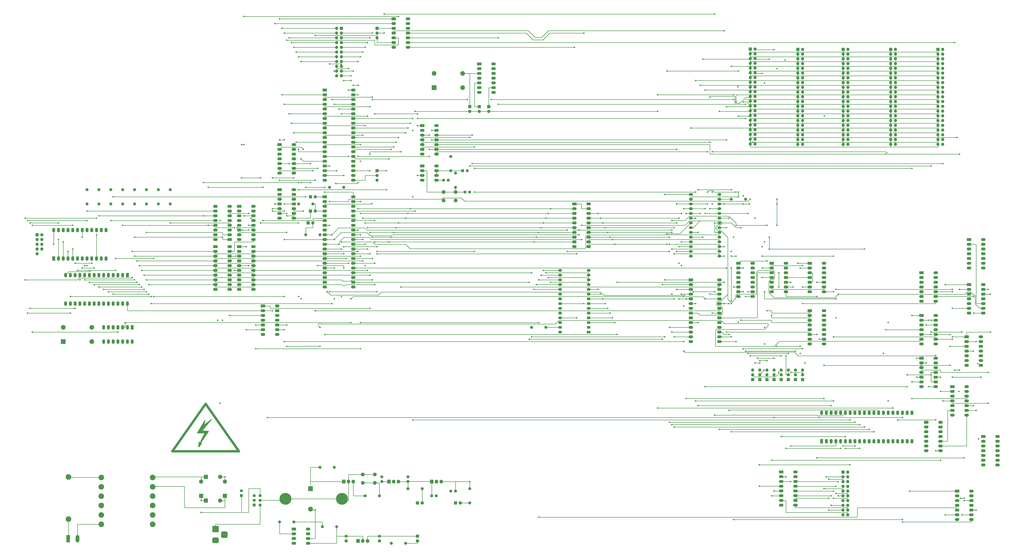
<source format=gbr>
%TF.GenerationSoftware,KiCad,Pcbnew,(5.1.10)-1*%
%TF.CreationDate,2022-04-25T14:42:15+01:00*%
%TF.ProjectId,Motherboard,4d6f7468-6572-4626-9f61-72642e6b6963,2.2*%
%TF.SameCoordinates,Original*%
%TF.FileFunction,Copper,L1,Top*%
%TF.FilePolarity,Positive*%
%FSLAX46Y46*%
G04 Gerber Fmt 4.6, Leading zero omitted, Abs format (unit mm)*
G04 Created by KiCad (PCBNEW (5.1.10)-1) date 2022-04-25 14:42:15*
%MOMM*%
%LPD*%
G01*
G04 APERTURE LIST*
%TA.AperFunction,EtchedComponent*%
%ADD10C,0.381000*%
%TD*%
%TA.AperFunction,EtchedComponent*%
%ADD11C,1.270000*%
%TD*%
%TA.AperFunction,ComponentPad*%
%ADD12O,2.400000X1.600000*%
%TD*%
%TA.AperFunction,ComponentPad*%
%ADD13R,2.400000X1.600000*%
%TD*%
%TA.AperFunction,ComponentPad*%
%ADD14C,3.000000*%
%TD*%
%TA.AperFunction,ComponentPad*%
%ADD15C,1.600000*%
%TD*%
%TA.AperFunction,ComponentPad*%
%ADD16R,1.600000X1.600000*%
%TD*%
%TA.AperFunction,ComponentPad*%
%ADD17O,1.700000X1.700000*%
%TD*%
%TA.AperFunction,ComponentPad*%
%ADD18R,1.700000X1.700000*%
%TD*%
%TA.AperFunction,ComponentPad*%
%ADD19O,1.600000X2.400000*%
%TD*%
%TA.AperFunction,ComponentPad*%
%ADD20R,1.600000X2.400000*%
%TD*%
%TA.AperFunction,ComponentPad*%
%ADD21O,1.600000X1.600000*%
%TD*%
%TA.AperFunction,ComponentPad*%
%ADD22O,2.000000X1.440000*%
%TD*%
%TA.AperFunction,ComponentPad*%
%ADD23R,2.000000X1.440000*%
%TD*%
%TA.AperFunction,ComponentPad*%
%ADD24O,1.905000X2.000000*%
%TD*%
%TA.AperFunction,ComponentPad*%
%ADD25R,1.905000X2.000000*%
%TD*%
%TA.AperFunction,ComponentPad*%
%ADD26C,2.500000*%
%TD*%
%TA.AperFunction,ComponentPad*%
%ADD27R,2.500000X2.500000*%
%TD*%
%TA.AperFunction,ComponentPad*%
%ADD28C,2.000000*%
%TD*%
%TA.AperFunction,ComponentPad*%
%ADD29C,6.350000*%
%TD*%
%TA.AperFunction,ComponentPad*%
%ADD30C,2.600000*%
%TD*%
%TA.AperFunction,ComponentPad*%
%ADD31R,2.600000X2.600000*%
%TD*%
%TA.AperFunction,ComponentPad*%
%ADD32O,1.980000X3.960000*%
%TD*%
%TA.AperFunction,ComponentPad*%
%ADD33R,1.980000X3.960000*%
%TD*%
%TA.AperFunction,ComponentPad*%
%ADD34R,3.500000X3.500000*%
%TD*%
%TA.AperFunction,ComponentPad*%
%ADD35C,1.800000*%
%TD*%
%TA.AperFunction,ComponentPad*%
%ADD36R,1.800000X1.800000*%
%TD*%
%TA.AperFunction,ComponentPad*%
%ADD37O,2.200000X2.200000*%
%TD*%
%TA.AperFunction,ComponentPad*%
%ADD38R,2.200000X2.200000*%
%TD*%
%TA.AperFunction,ViaPad*%
%ADD39C,0.800000*%
%TD*%
%TA.AperFunction,Conductor*%
%ADD40C,0.250000*%
%TD*%
G04 APERTURE END LIST*
D10*
%TO.C,REF\u002A\u002A*%
X126009400Y-250596400D02*
X126517400Y-247929400D01*
X129946400Y-247421400D02*
X126009400Y-250596400D01*
X124866400Y-253517400D02*
X129946400Y-247421400D01*
X128422400Y-253771400D02*
X124866400Y-253517400D01*
X123723400Y-260629400D02*
X128422400Y-253771400D01*
X124739400Y-260248400D02*
X123723400Y-260629400D01*
X123215400Y-262153400D02*
X124739400Y-260248400D01*
X123342400Y-259486400D02*
X123215400Y-262153400D01*
X123469400Y-260756400D02*
X123342400Y-259486400D01*
X126517400Y-254660400D02*
X123469400Y-260756400D01*
X122453400Y-254660400D02*
X126517400Y-254660400D01*
X126517400Y-247929400D02*
X122453400Y-254660400D01*
X127660400Y-254406400D02*
X126390400Y-256438400D01*
X127025400Y-254406400D02*
X127660400Y-254406400D01*
X124231400Y-259740400D02*
X127025400Y-254406400D01*
X127533400Y-254152400D02*
X124231400Y-259740400D01*
X124485400Y-254279400D02*
X127533400Y-254152400D01*
X124612400Y-253898400D02*
X124485400Y-254279400D01*
X128041400Y-253898400D02*
X124612400Y-253898400D01*
X127660400Y-254406400D02*
X128041400Y-253898400D01*
X123977400Y-254533400D02*
X127660400Y-254406400D01*
X127152400Y-249834400D02*
X123977400Y-254533400D01*
X124612400Y-252755400D02*
X127152400Y-249834400D01*
X128295400Y-249072400D02*
X124612400Y-252755400D01*
X123596400Y-254406400D02*
X128295400Y-249072400D01*
X125882400Y-250723400D02*
X123596400Y-254406400D01*
X123215400Y-254406400D02*
X125882400Y-250723400D01*
X126009400Y-249961400D02*
X123215400Y-254406400D01*
X122834400Y-254533400D02*
X126009400Y-249961400D01*
X126136400Y-249199400D02*
X122834400Y-254533400D01*
X123723400Y-260375400D02*
X123850400Y-260502400D01*
X123850400Y-260248400D02*
X123723400Y-260375400D01*
X123723400Y-260629400D02*
X123850400Y-260248400D01*
X123342400Y-261518400D02*
X123723400Y-260629400D01*
X124104400Y-260756400D02*
X123342400Y-261518400D01*
X128676400Y-248818400D02*
X125755400Y-251104400D01*
X126136400Y-248691400D02*
X126009400Y-249326400D01*
X124612400Y-253263400D02*
X124866400Y-253898400D01*
D11*
X109118400Y-264439400D02*
X126898400Y-239039400D01*
X144678400Y-264439400D02*
X109118400Y-264439400D01*
X126898400Y-239039400D02*
X144678400Y-264439400D01*
%TD*%
D12*
%TO.P,U20,16*%
%TO.N,VCC*%
X441960000Y-275564600D03*
%TO.P,U20,8*%
%TO.N,GND*%
X434340000Y-293344600D03*
%TO.P,U20,15*%
%TO.N,Net-(U20-Pad15)*%
X441960000Y-278104600D03*
%TO.P,U20,7*%
%TO.N,SEL7\u005C*%
X434340000Y-290804600D03*
%TO.P,U20,14*%
%TO.N,SEL1\u005C*%
X441960000Y-280644600D03*
%TO.P,U20,6*%
%TO.N,65SIB_CS*%
X434340000Y-288264600D03*
%TO.P,U20,13*%
%TO.N,SEL2\u005C*%
X441960000Y-283184600D03*
%TO.P,U20,5*%
%TO.N,DEV_CS\u005C*%
X434340000Y-285724600D03*
%TO.P,U20,12*%
%TO.N,SEL3\u005C*%
X441960000Y-285724600D03*
%TO.P,U20,4*%
%TO.N,Net-(U20-Pad4)*%
X434340000Y-283184600D03*
%TO.P,U20,11*%
%TO.N,SEL4\u005C*%
X441960000Y-288264600D03*
%TO.P,U20,3*%
%TO.N,Net-(U20-Pad3)*%
X434340000Y-280644600D03*
%TO.P,U20,10*%
%TO.N,SEL5\u005C*%
X441960000Y-290804600D03*
%TO.P,U20,2*%
%TO.N,Net-(U20-Pad2)*%
X434340000Y-278104600D03*
%TO.P,U20,9*%
%TO.N,SEL6\u005C*%
X441960000Y-293344600D03*
D13*
%TO.P,U20,1*%
%TO.N,Net-(U20-Pad1)*%
X434340000Y-275564600D03*
%TD*%
D14*
%TO.P,F1,2*%
%TO.N,Net-(F1-Pad2)*%
X53619400Y-300757000D03*
%TO.P,F1,1*%
%TO.N,Net-(F1-Pad1)*%
X53619400Y-278257000D03*
%TD*%
D15*
%TO.P,SW1,6*%
%TO.N,Net-(CP1-Pad1)*%
X156031800Y-288217600D03*
%TO.P,SW1,5*%
%TO.N,FUSE_IN*%
X156031800Y-290717600D03*
%TO.P,SW1,4*%
%TO.N,Net-(J1-Pad1)*%
X156031800Y-293217600D03*
%TO.P,SW1,3*%
%TO.N,Net-(CP1-Pad2)*%
X152831800Y-288217600D03*
%TO.P,SW1,2*%
%TO.N,GND*%
X152831800Y-290717600D03*
D16*
%TO.P,SW1,1*%
%TO.N,Net-(J1-Pad2)*%
X152831800Y-293217600D03*
%TD*%
D12*
%TO.P,U15,14*%
%TO.N,VCC*%
X535940000Y-285750000D03*
%TO.P,U15,7*%
%TO.N,GND*%
X528320000Y-300990000D03*
%TO.P,U15,13*%
%TO.N,A11*%
X535940000Y-288290000D03*
%TO.P,U15,6*%
%TO.N,Net-(U15-Pad6)*%
X528320000Y-298450000D03*
%TO.P,U15,12*%
%TO.N,Net-(U15-Pad12)*%
X535940000Y-290830000D03*
%TO.P,U15,5*%
%TO.N,A6*%
X528320000Y-295910000D03*
%TO.P,U15,11*%
%TO.N,A8*%
X535940000Y-293370000D03*
%TO.P,U15,4*%
%TO.N,Net-(U15-Pad4)*%
X528320000Y-293370000D03*
%TO.P,U15,10*%
%TO.N,Net-(U15-Pad10)*%
X535940000Y-295910000D03*
%TO.P,U15,3*%
%TO.N,RW*%
X528320000Y-290830000D03*
%TO.P,U15,9*%
%TO.N,A15*%
X535940000Y-298450000D03*
%TO.P,U15,2*%
%TO.N,Net-(U15-Pad2)*%
X528320000Y-288290000D03*
%TO.P,U15,8*%
%TO.N,Net-(U15-Pad8)*%
X535940000Y-300990000D03*
D13*
%TO.P,U15,1*%
%TO.N,RW*%
X528320000Y-285750000D03*
%TD*%
D17*
%TO.P,J9,42*%
%TO.N,+12v*%
X520648800Y-100228400D03*
%TO.P,J9,41*%
%TO.N,Sync*%
X518108800Y-100228400D03*
%TO.P,J9,40*%
%TO.N,-12v*%
X520648800Y-97688400D03*
%TO.P,J9,39*%
%TO.N,RDY*%
X518108800Y-97688400D03*
%TO.P,J9,38*%
%TO.N,IRQ7\u005C*%
X520648800Y-95148400D03*
%TO.P,J9,37*%
%TO.N,RW*%
X518108800Y-95148400D03*
%TO.P,J9,36*%
%TO.N,IRQ6\u005C*%
X520648800Y-92608400D03*
%TO.P,J9,35*%
%TO.N,A15*%
X518108800Y-92608400D03*
%TO.P,J9,34*%
%TO.N,IRQ5\u005C*%
X520648800Y-90068400D03*
%TO.P,J9,33*%
%TO.N,A14*%
X518108800Y-90068400D03*
%TO.P,J9,32*%
%TO.N,IRQ4\u005C*%
X520648800Y-87528400D03*
%TO.P,J9,31*%
%TO.N,A13*%
X518108800Y-87528400D03*
%TO.P,J9,30*%
%TO.N,IRQ3\u005C*%
X520648800Y-84988400D03*
%TO.P,J9,29*%
%TO.N,A12*%
X518108800Y-84988400D03*
%TO.P,J9,28*%
%TO.N,DEV_CS\u005C*%
X520648800Y-82448400D03*
%TO.P,J9,27*%
%TO.N,A11*%
X518108800Y-82448400D03*
%TO.P,J9,26*%
%TO.N,Page_En*%
X520648800Y-79908400D03*
%TO.P,J9,25*%
%TO.N,A10*%
X518108800Y-79908400D03*
%TO.P,J9,24*%
%TO.N,PHI2*%
X520648800Y-77368400D03*
%TO.P,J9,23*%
%TO.N,A9*%
X518108800Y-77368400D03*
%TO.P,J9,22*%
%TO.N,PHI1*%
X520648800Y-74828400D03*
%TO.P,J9,21*%
%TO.N,A8*%
X518108800Y-74828400D03*
%TO.P,J9,20*%
%TO.N,CLK*%
X520648800Y-72288400D03*
%TO.P,J9,19*%
%TO.N,A7*%
X518108800Y-72288400D03*
%TO.P,J9,18*%
%TO.N,Reset\u005C*%
X520648800Y-69748400D03*
%TO.P,J9,17*%
%TO.N,A6*%
X518108800Y-69748400D03*
%TO.P,J9,16*%
%TO.N,D7*%
X520648800Y-67208400D03*
%TO.P,J9,15*%
%TO.N,A5*%
X518108800Y-67208400D03*
%TO.P,J9,14*%
%TO.N,D6*%
X520648800Y-64668400D03*
%TO.P,J9,13*%
%TO.N,A4*%
X518108800Y-64668400D03*
%TO.P,J9,12*%
%TO.N,D5*%
X520648800Y-62128400D03*
%TO.P,J9,11*%
%TO.N,A3*%
X518108800Y-62128400D03*
%TO.P,J9,10*%
%TO.N,D4*%
X520648800Y-59588400D03*
%TO.P,J9,9*%
%TO.N,A2*%
X518108800Y-59588400D03*
%TO.P,J9,8*%
%TO.N,D3*%
X520648800Y-57048400D03*
%TO.P,J9,7*%
%TO.N,A1*%
X518108800Y-57048400D03*
%TO.P,J9,6*%
%TO.N,D2*%
X520648800Y-54508400D03*
%TO.P,J9,5*%
%TO.N,A0*%
X518108800Y-54508400D03*
%TO.P,J9,4*%
%TO.N,D1*%
X520648800Y-51968400D03*
%TO.P,J9,3*%
%TO.N,GND*%
X518108800Y-51968400D03*
%TO.P,J9,2*%
%TO.N,D0*%
X520648800Y-49428400D03*
D18*
%TO.P,J9,1*%
%TO.N,VCC*%
X518108800Y-49428400D03*
%TD*%
D17*
%TO.P,J8,42*%
%TO.N,+12v*%
X495414000Y-100228400D03*
%TO.P,J8,41*%
%TO.N,Sync*%
X492874000Y-100228400D03*
%TO.P,J8,40*%
%TO.N,-12v*%
X495414000Y-97688400D03*
%TO.P,J8,39*%
%TO.N,RDY*%
X492874000Y-97688400D03*
%TO.P,J8,38*%
%TO.N,IRQ7\u005C*%
X495414000Y-95148400D03*
%TO.P,J8,37*%
%TO.N,RW*%
X492874000Y-95148400D03*
%TO.P,J8,36*%
%TO.N,IRQ6\u005C*%
X495414000Y-92608400D03*
%TO.P,J8,35*%
%TO.N,A15*%
X492874000Y-92608400D03*
%TO.P,J8,34*%
%TO.N,IRQ5\u005C*%
X495414000Y-90068400D03*
%TO.P,J8,33*%
%TO.N,A14*%
X492874000Y-90068400D03*
%TO.P,J8,32*%
%TO.N,IRQ4\u005C*%
X495414000Y-87528400D03*
%TO.P,J8,31*%
%TO.N,A13*%
X492874000Y-87528400D03*
%TO.P,J8,30*%
%TO.N,IRQ3\u005C*%
X495414000Y-84988400D03*
%TO.P,J8,29*%
%TO.N,A12*%
X492874000Y-84988400D03*
%TO.P,J8,28*%
%TO.N,DEV_CS\u005C*%
X495414000Y-82448400D03*
%TO.P,J8,27*%
%TO.N,A11*%
X492874000Y-82448400D03*
%TO.P,J8,26*%
%TO.N,Page_En*%
X495414000Y-79908400D03*
%TO.P,J8,25*%
%TO.N,A10*%
X492874000Y-79908400D03*
%TO.P,J8,24*%
%TO.N,PHI2*%
X495414000Y-77368400D03*
%TO.P,J8,23*%
%TO.N,A9*%
X492874000Y-77368400D03*
%TO.P,J8,22*%
%TO.N,PHI1*%
X495414000Y-74828400D03*
%TO.P,J8,21*%
%TO.N,A8*%
X492874000Y-74828400D03*
%TO.P,J8,20*%
%TO.N,CLK*%
X495414000Y-72288400D03*
%TO.P,J8,19*%
%TO.N,A7*%
X492874000Y-72288400D03*
%TO.P,J8,18*%
%TO.N,Reset\u005C*%
X495414000Y-69748400D03*
%TO.P,J8,17*%
%TO.N,A6*%
X492874000Y-69748400D03*
%TO.P,J8,16*%
%TO.N,D7*%
X495414000Y-67208400D03*
%TO.P,J8,15*%
%TO.N,A5*%
X492874000Y-67208400D03*
%TO.P,J8,14*%
%TO.N,D6*%
X495414000Y-64668400D03*
%TO.P,J8,13*%
%TO.N,A4*%
X492874000Y-64668400D03*
%TO.P,J8,12*%
%TO.N,D5*%
X495414000Y-62128400D03*
%TO.P,J8,11*%
%TO.N,A3*%
X492874000Y-62128400D03*
%TO.P,J8,10*%
%TO.N,D4*%
X495414000Y-59588400D03*
%TO.P,J8,9*%
%TO.N,A2*%
X492874000Y-59588400D03*
%TO.P,J8,8*%
%TO.N,D3*%
X495414000Y-57048400D03*
%TO.P,J8,7*%
%TO.N,A1*%
X492874000Y-57048400D03*
%TO.P,J8,6*%
%TO.N,D2*%
X495414000Y-54508400D03*
%TO.P,J8,5*%
%TO.N,A0*%
X492874000Y-54508400D03*
%TO.P,J8,4*%
%TO.N,D1*%
X495414000Y-51968400D03*
%TO.P,J8,3*%
%TO.N,GND*%
X492874000Y-51968400D03*
%TO.P,J8,2*%
%TO.N,D0*%
X495414000Y-49428400D03*
D18*
%TO.P,J8,1*%
%TO.N,VCC*%
X492874000Y-49428400D03*
%TD*%
D17*
%TO.P,J7,42*%
%TO.N,+12v*%
X470026800Y-100177600D03*
%TO.P,J7,41*%
%TO.N,Sync*%
X467486800Y-100177600D03*
%TO.P,J7,40*%
%TO.N,-12v*%
X470026800Y-97637600D03*
%TO.P,J7,39*%
%TO.N,RDY*%
X467486800Y-97637600D03*
%TO.P,J7,38*%
%TO.N,IRQ7\u005C*%
X470026800Y-95097600D03*
%TO.P,J7,37*%
%TO.N,RW*%
X467486800Y-95097600D03*
%TO.P,J7,36*%
%TO.N,IRQ6\u005C*%
X470026800Y-92557600D03*
%TO.P,J7,35*%
%TO.N,A15*%
X467486800Y-92557600D03*
%TO.P,J7,34*%
%TO.N,IRQ5\u005C*%
X470026800Y-90017600D03*
%TO.P,J7,33*%
%TO.N,A14*%
X467486800Y-90017600D03*
%TO.P,J7,32*%
%TO.N,IRQ4\u005C*%
X470026800Y-87477600D03*
%TO.P,J7,31*%
%TO.N,A13*%
X467486800Y-87477600D03*
%TO.P,J7,30*%
%TO.N,IRQ3\u005C*%
X470026800Y-84937600D03*
%TO.P,J7,29*%
%TO.N,A12*%
X467486800Y-84937600D03*
%TO.P,J7,28*%
%TO.N,DEV_CS\u005C*%
X470026800Y-82397600D03*
%TO.P,J7,27*%
%TO.N,A11*%
X467486800Y-82397600D03*
%TO.P,J7,26*%
%TO.N,Page_En*%
X470026800Y-79857600D03*
%TO.P,J7,25*%
%TO.N,A10*%
X467486800Y-79857600D03*
%TO.P,J7,24*%
%TO.N,PHI2*%
X470026800Y-77317600D03*
%TO.P,J7,23*%
%TO.N,A9*%
X467486800Y-77317600D03*
%TO.P,J7,22*%
%TO.N,PHI1*%
X470026800Y-74777600D03*
%TO.P,J7,21*%
%TO.N,A8*%
X467486800Y-74777600D03*
%TO.P,J7,20*%
%TO.N,CLK*%
X470026800Y-72237600D03*
%TO.P,J7,19*%
%TO.N,A7*%
X467486800Y-72237600D03*
%TO.P,J7,18*%
%TO.N,Reset\u005C*%
X470026800Y-69697600D03*
%TO.P,J7,17*%
%TO.N,A6*%
X467486800Y-69697600D03*
%TO.P,J7,16*%
%TO.N,D7*%
X470026800Y-67157600D03*
%TO.P,J7,15*%
%TO.N,A5*%
X467486800Y-67157600D03*
%TO.P,J7,14*%
%TO.N,D6*%
X470026800Y-64617600D03*
%TO.P,J7,13*%
%TO.N,A4*%
X467486800Y-64617600D03*
%TO.P,J7,12*%
%TO.N,D5*%
X470026800Y-62077600D03*
%TO.P,J7,11*%
%TO.N,A3*%
X467486800Y-62077600D03*
%TO.P,J7,10*%
%TO.N,D4*%
X470026800Y-59537600D03*
%TO.P,J7,9*%
%TO.N,A2*%
X467486800Y-59537600D03*
%TO.P,J7,8*%
%TO.N,D3*%
X470026800Y-56997600D03*
%TO.P,J7,7*%
%TO.N,A1*%
X467486800Y-56997600D03*
%TO.P,J7,6*%
%TO.N,D2*%
X470026800Y-54457600D03*
%TO.P,J7,5*%
%TO.N,A0*%
X467486800Y-54457600D03*
%TO.P,J7,4*%
%TO.N,D1*%
X470026800Y-51917600D03*
%TO.P,J7,3*%
%TO.N,GND*%
X467486800Y-51917600D03*
%TO.P,J7,2*%
%TO.N,D0*%
X470026800Y-49377600D03*
D18*
%TO.P,J7,1*%
%TO.N,VCC*%
X467486800Y-49377600D03*
%TD*%
D17*
%TO.P,J6,42*%
%TO.N,+12v*%
X445808000Y-100177600D03*
%TO.P,J6,41*%
%TO.N,Sync*%
X443268000Y-100177600D03*
%TO.P,J6,40*%
%TO.N,-12v*%
X445808000Y-97637600D03*
%TO.P,J6,39*%
%TO.N,RDY*%
X443268000Y-97637600D03*
%TO.P,J6,38*%
%TO.N,IRQ7\u005C*%
X445808000Y-95097600D03*
%TO.P,J6,37*%
%TO.N,RW*%
X443268000Y-95097600D03*
%TO.P,J6,36*%
%TO.N,IRQ6\u005C*%
X445808000Y-92557600D03*
%TO.P,J6,35*%
%TO.N,A15*%
X443268000Y-92557600D03*
%TO.P,J6,34*%
%TO.N,IRQ5\u005C*%
X445808000Y-90017600D03*
%TO.P,J6,33*%
%TO.N,A14*%
X443268000Y-90017600D03*
%TO.P,J6,32*%
%TO.N,IRQ4\u005C*%
X445808000Y-87477600D03*
%TO.P,J6,31*%
%TO.N,A13*%
X443268000Y-87477600D03*
%TO.P,J6,30*%
%TO.N,IRQ3\u005C*%
X445808000Y-84937600D03*
%TO.P,J6,29*%
%TO.N,A12*%
X443268000Y-84937600D03*
%TO.P,J6,28*%
%TO.N,DEV_CS\u005C*%
X445808000Y-82397600D03*
%TO.P,J6,27*%
%TO.N,A11*%
X443268000Y-82397600D03*
%TO.P,J6,26*%
%TO.N,Page_En*%
X445808000Y-79857600D03*
%TO.P,J6,25*%
%TO.N,A10*%
X443268000Y-79857600D03*
%TO.P,J6,24*%
%TO.N,PHI2*%
X445808000Y-77317600D03*
%TO.P,J6,23*%
%TO.N,A9*%
X443268000Y-77317600D03*
%TO.P,J6,22*%
%TO.N,PHI1*%
X445808000Y-74777600D03*
%TO.P,J6,21*%
%TO.N,A8*%
X443268000Y-74777600D03*
%TO.P,J6,20*%
%TO.N,CLK*%
X445808000Y-72237600D03*
%TO.P,J6,19*%
%TO.N,A7*%
X443268000Y-72237600D03*
%TO.P,J6,18*%
%TO.N,Reset\u005C*%
X445808000Y-69697600D03*
%TO.P,J6,17*%
%TO.N,A6*%
X443268000Y-69697600D03*
%TO.P,J6,16*%
%TO.N,D7*%
X445808000Y-67157600D03*
%TO.P,J6,15*%
%TO.N,A5*%
X443268000Y-67157600D03*
%TO.P,J6,14*%
%TO.N,D6*%
X445808000Y-64617600D03*
%TO.P,J6,13*%
%TO.N,A4*%
X443268000Y-64617600D03*
%TO.P,J6,12*%
%TO.N,D5*%
X445808000Y-62077600D03*
%TO.P,J6,11*%
%TO.N,A3*%
X443268000Y-62077600D03*
%TO.P,J6,10*%
%TO.N,D4*%
X445808000Y-59537600D03*
%TO.P,J6,9*%
%TO.N,A2*%
X443268000Y-59537600D03*
%TO.P,J6,8*%
%TO.N,D3*%
X445808000Y-56997600D03*
%TO.P,J6,7*%
%TO.N,A1*%
X443268000Y-56997600D03*
%TO.P,J6,6*%
%TO.N,D2*%
X445808000Y-54457600D03*
%TO.P,J6,5*%
%TO.N,A0*%
X443268000Y-54457600D03*
%TO.P,J6,4*%
%TO.N,D1*%
X445808000Y-51917600D03*
%TO.P,J6,3*%
%TO.N,GND*%
X443268000Y-51917600D03*
%TO.P,J6,2*%
%TO.N,D0*%
X445808000Y-49377600D03*
D18*
%TO.P,J6,1*%
%TO.N,VCC*%
X443268000Y-49377600D03*
%TD*%
D17*
%TO.P,J5,42*%
%TO.N,+12v*%
X420420800Y-100025200D03*
%TO.P,J5,41*%
%TO.N,Sync*%
X417880800Y-100025200D03*
%TO.P,J5,40*%
%TO.N,-12v*%
X420420800Y-97485200D03*
%TO.P,J5,39*%
%TO.N,RDY*%
X417880800Y-97485200D03*
%TO.P,J5,38*%
%TO.N,IRQ7\u005C*%
X420420800Y-94945200D03*
%TO.P,J5,37*%
%TO.N,RW*%
X417880800Y-94945200D03*
%TO.P,J5,36*%
%TO.N,IRQ6\u005C*%
X420420800Y-92405200D03*
%TO.P,J5,35*%
%TO.N,A15*%
X417880800Y-92405200D03*
%TO.P,J5,34*%
%TO.N,IRQ5\u005C*%
X420420800Y-89865200D03*
%TO.P,J5,33*%
%TO.N,A14*%
X417880800Y-89865200D03*
%TO.P,J5,32*%
%TO.N,IRQ4\u005C*%
X420420800Y-87325200D03*
%TO.P,J5,31*%
%TO.N,A13*%
X417880800Y-87325200D03*
%TO.P,J5,30*%
%TO.N,IRQ3\u005C*%
X420420800Y-84785200D03*
%TO.P,J5,29*%
%TO.N,A12*%
X417880800Y-84785200D03*
%TO.P,J5,28*%
%TO.N,DEV_CS\u005C*%
X420420800Y-82245200D03*
%TO.P,J5,27*%
%TO.N,A11*%
X417880800Y-82245200D03*
%TO.P,J5,26*%
%TO.N,Page_En*%
X420420800Y-79705200D03*
%TO.P,J5,25*%
%TO.N,A10*%
X417880800Y-79705200D03*
%TO.P,J5,24*%
%TO.N,PHI2*%
X420420800Y-77165200D03*
%TO.P,J5,23*%
%TO.N,A9*%
X417880800Y-77165200D03*
%TO.P,J5,22*%
%TO.N,PHI1*%
X420420800Y-74625200D03*
%TO.P,J5,21*%
%TO.N,A8*%
X417880800Y-74625200D03*
%TO.P,J5,20*%
%TO.N,CLK*%
X420420800Y-72085200D03*
%TO.P,J5,19*%
%TO.N,A7*%
X417880800Y-72085200D03*
%TO.P,J5,18*%
%TO.N,Reset\u005C*%
X420420800Y-69545200D03*
%TO.P,J5,17*%
%TO.N,A6*%
X417880800Y-69545200D03*
%TO.P,J5,16*%
%TO.N,D7*%
X420420800Y-67005200D03*
%TO.P,J5,15*%
%TO.N,A5*%
X417880800Y-67005200D03*
%TO.P,J5,14*%
%TO.N,D6*%
X420420800Y-64465200D03*
%TO.P,J5,13*%
%TO.N,A4*%
X417880800Y-64465200D03*
%TO.P,J5,12*%
%TO.N,D5*%
X420420800Y-61925200D03*
%TO.P,J5,11*%
%TO.N,A3*%
X417880800Y-61925200D03*
%TO.P,J5,10*%
%TO.N,D4*%
X420420800Y-59385200D03*
%TO.P,J5,9*%
%TO.N,A2*%
X417880800Y-59385200D03*
%TO.P,J5,8*%
%TO.N,D3*%
X420420800Y-56845200D03*
%TO.P,J5,7*%
%TO.N,A1*%
X417880800Y-56845200D03*
%TO.P,J5,6*%
%TO.N,D2*%
X420420800Y-54305200D03*
%TO.P,J5,5*%
%TO.N,A0*%
X417880800Y-54305200D03*
%TO.P,J5,4*%
%TO.N,D1*%
X420420800Y-51765200D03*
%TO.P,J5,3*%
%TO.N,GND*%
X417880800Y-51765200D03*
%TO.P,J5,2*%
%TO.N,D0*%
X420420800Y-49225200D03*
D18*
%TO.P,J5,1*%
%TO.N,VCC*%
X417880800Y-49225200D03*
%TD*%
D12*
%TO.P,U33,40*%
%TO.N,CA1*%
X205740000Y-71120000D03*
%TO.P,U33,20*%
%TO.N,VCC*%
X190500000Y-119380000D03*
%TO.P,U33,39*%
%TO.N,CA2*%
X205740000Y-73660000D03*
%TO.P,U33,19*%
%TO.N,CB2*%
X190500000Y-116840000D03*
%TO.P,U33,38*%
%TO.N,A0*%
X205740000Y-76200000D03*
%TO.P,U33,18*%
%TO.N,CB1*%
X190500000Y-114300000D03*
%TO.P,U33,37*%
%TO.N,A1*%
X205740000Y-78740000D03*
%TO.P,U33,17*%
%TO.N,GPIO15*%
X190500000Y-111760000D03*
%TO.P,U33,36*%
%TO.N,A2*%
X205740000Y-81280000D03*
%TO.P,U33,16*%
%TO.N,GPIO14*%
X190500000Y-109220000D03*
%TO.P,U33,35*%
%TO.N,A3*%
X205740000Y-83820000D03*
%TO.P,U33,15*%
%TO.N,GPIO13*%
X190500000Y-106680000D03*
%TO.P,U33,34*%
%TO.N,RESET\u005C*%
X205740000Y-86360000D03*
%TO.P,U33,14*%
%TO.N,GPIO12*%
X190500000Y-104140000D03*
%TO.P,U33,33*%
%TO.N,D0*%
X205740000Y-88900000D03*
%TO.P,U33,13*%
%TO.N,GPIO11*%
X190500000Y-101600000D03*
%TO.P,U33,32*%
%TO.N,D1*%
X205740000Y-91440000D03*
%TO.P,U33,12*%
%TO.N,GPIO10*%
X190500000Y-99060000D03*
%TO.P,U33,31*%
%TO.N,D2*%
X205740000Y-93980000D03*
%TO.P,U33,11*%
%TO.N,GPIO9*%
X190500000Y-96520000D03*
%TO.P,U33,30*%
%TO.N,D3*%
X205740000Y-96520000D03*
%TO.P,U33,10*%
%TO.N,GPIO8*%
X190500000Y-93980000D03*
%TO.P,U33,29*%
%TO.N,D4*%
X205740000Y-99060000D03*
%TO.P,U33,9*%
%TO.N,GPIO7*%
X190500000Y-91440000D03*
%TO.P,U33,28*%
%TO.N,D5*%
X205740000Y-101600000D03*
%TO.P,U33,8*%
%TO.N,GPIO6*%
X190500000Y-88900000D03*
%TO.P,U33,27*%
%TO.N,D6*%
X205740000Y-104140000D03*
%TO.P,U33,7*%
%TO.N,GPIO5*%
X190500000Y-86360000D03*
%TO.P,U33,26*%
%TO.N,D7*%
X205740000Y-106680000D03*
%TO.P,U33,6*%
%TO.N,GPIO4*%
X190500000Y-83820000D03*
%TO.P,U33,25*%
%TO.N,PHI2*%
X205740000Y-109220000D03*
%TO.P,U33,5*%
%TO.N,GPIO3*%
X190500000Y-81280000D03*
%TO.P,U33,24*%
%TO.N,CS_GPIO*%
X205740000Y-111760000D03*
%TO.P,U33,4*%
%TO.N,GPIO2*%
X190500000Y-78740000D03*
%TO.P,U33,23*%
%TO.N,DEV_CS\u005C*%
X205740000Y-114300000D03*
%TO.P,U33,3*%
%TO.N,GPIO1*%
X190500000Y-76200000D03*
%TO.P,U33,22*%
%TO.N,RW*%
X205740000Y-116840000D03*
%TO.P,U33,2*%
%TO.N,GPIO0*%
X190500000Y-73660000D03*
%TO.P,U33,21*%
%TO.N,IRQ_DECIDE\u005C*%
X205740000Y-119380000D03*
D13*
%TO.P,U33,1*%
%TO.N,GND*%
X190500000Y-71120000D03*
%TD*%
D12*
%TO.P,U21,40*%
%TO.N,RESET\u005C*%
X205740000Y-128270000D03*
%TO.P,U21,20*%
%TO.N,A11*%
X190500000Y-176530000D03*
%TO.P,U21,39*%
%TO.N,PHI2*%
X205740000Y-130810000D03*
%TO.P,U21,19*%
%TO.N,A10*%
X190500000Y-173990000D03*
%TO.P,U21,38*%
%TO.N,VCC*%
X205740000Y-133350000D03*
%TO.P,U21,18*%
%TO.N,A9*%
X190500000Y-171450000D03*
%TO.P,U21,37*%
%TO.N,CLK*%
X205740000Y-135890000D03*
%TO.P,U21,17*%
%TO.N,A8*%
X190500000Y-168910000D03*
%TO.P,U21,36*%
%TO.N,Net-(U21-Pad36)*%
X205740000Y-138430000D03*
%TO.P,U21,16*%
%TO.N,A7*%
X190500000Y-166370000D03*
%TO.P,U21,35*%
%TO.N,Net-(U21-Pad35)*%
X205740000Y-140970000D03*
%TO.P,U21,15*%
%TO.N,A6*%
X190500000Y-163830000D03*
%TO.P,U21,34*%
%TO.N,RW*%
X205740000Y-143510000D03*
%TO.P,U21,14*%
%TO.N,A5*%
X190500000Y-161290000D03*
%TO.P,U21,33*%
%TO.N,D0*%
X205740000Y-146050000D03*
%TO.P,U21,13*%
%TO.N,A4*%
X190500000Y-158750000D03*
%TO.P,U21,32*%
%TO.N,D1*%
X205740000Y-148590000D03*
%TO.P,U21,12*%
%TO.N,A3*%
X190500000Y-156210000D03*
%TO.P,U21,31*%
%TO.N,D2*%
X205740000Y-151130000D03*
%TO.P,U21,11*%
%TO.N,A2*%
X190500000Y-153670000D03*
%TO.P,U21,30*%
%TO.N,D3*%
X205740000Y-153670000D03*
%TO.P,U21,10*%
%TO.N,A1*%
X190500000Y-151130000D03*
%TO.P,U21,29*%
%TO.N,D4*%
X205740000Y-156210000D03*
%TO.P,U21,9*%
%TO.N,A0*%
X190500000Y-148590000D03*
%TO.P,U21,28*%
%TO.N,D5*%
X205740000Y-158750000D03*
%TO.P,U21,8*%
%TO.N,VCC*%
X190500000Y-146050000D03*
%TO.P,U21,27*%
%TO.N,D6*%
X205740000Y-161290000D03*
%TO.P,U21,7*%
%TO.N,SYNC*%
X190500000Y-143510000D03*
%TO.P,U21,26*%
%TO.N,D7*%
X205740000Y-163830000D03*
%TO.P,U21,6*%
%TO.N,Net-(JP9-Pad2)*%
X190500000Y-140970000D03*
%TO.P,U21,25*%
%TO.N,A15*%
X205740000Y-166370000D03*
%TO.P,U21,5*%
%TO.N,Net-(U21-Pad5)*%
X190500000Y-138430000D03*
%TO.P,U21,24*%
%TO.N,A14*%
X205740000Y-168910000D03*
%TO.P,U21,4*%
%TO.N,Net-(JP10-Pad2)*%
X190500000Y-135890000D03*
%TO.P,U21,23*%
%TO.N,A13*%
X205740000Y-171450000D03*
%TO.P,U21,3*%
%TO.N,PHI1*%
X190500000Y-133350000D03*
%TO.P,U21,22*%
%TO.N,A12*%
X205740000Y-173990000D03*
%TO.P,U21,2*%
%TO.N,RDY*%
X190500000Y-130810000D03*
%TO.P,U21,21*%
%TO.N,GND*%
X205740000Y-176530000D03*
D13*
%TO.P,U21,1*%
%TO.N,Net-(JP11-Pad2)*%
X190500000Y-128270000D03*
%TD*%
D12*
%TO.P,U9,28*%
%TO.N,VCC*%
X401320000Y-172720000D03*
%TO.P,U9,14*%
%TO.N,GND*%
X386080000Y-205740000D03*
%TO.P,U9,27*%
%TO.N,RAM_WE\u005C*%
X401320000Y-175260000D03*
%TO.P,U9,13*%
%TO.N,D2*%
X386080000Y-203200000D03*
%TO.P,U9,26*%
%TO.N,A13*%
X401320000Y-177800000D03*
%TO.P,U9,12*%
%TO.N,D1*%
X386080000Y-200660000D03*
%TO.P,U9,25*%
%TO.N,A8*%
X401320000Y-180340000D03*
%TO.P,U9,11*%
%TO.N,D0*%
X386080000Y-198120000D03*
%TO.P,U9,24*%
%TO.N,A9*%
X401320000Y-182880000D03*
%TO.P,U9,10*%
%TO.N,A0*%
X386080000Y-195580000D03*
%TO.P,U9,23*%
%TO.N,A11*%
X401320000Y-185420000D03*
%TO.P,U9,9*%
%TO.N,A1*%
X386080000Y-193040000D03*
%TO.P,U9,22*%
%TO.N,RAM_OE\u005C*%
X401320000Y-187960000D03*
%TO.P,U9,8*%
%TO.N,A2*%
X386080000Y-190500000D03*
%TO.P,U9,21*%
%TO.N,A10*%
X401320000Y-190500000D03*
%TO.P,U9,7*%
%TO.N,A3*%
X386080000Y-187960000D03*
%TO.P,U9,20*%
%TO.N,Net-(U3-Pad3)*%
X401320000Y-193040000D03*
%TO.P,U9,6*%
%TO.N,A4*%
X386080000Y-185420000D03*
%TO.P,U9,19*%
%TO.N,D7*%
X401320000Y-195580000D03*
%TO.P,U9,5*%
%TO.N,A5*%
X386080000Y-182880000D03*
%TO.P,U9,18*%
%TO.N,D6*%
X401320000Y-198120000D03*
%TO.P,U9,4*%
%TO.N,A6*%
X386080000Y-180340000D03*
%TO.P,U9,17*%
%TO.N,D5*%
X401320000Y-200660000D03*
%TO.P,U9,3*%
%TO.N,A7*%
X386080000Y-177800000D03*
%TO.P,U9,16*%
%TO.N,D4*%
X401320000Y-203200000D03*
%TO.P,U9,2*%
%TO.N,A12*%
X386080000Y-175260000D03*
%TO.P,U9,15*%
%TO.N,D3*%
X401320000Y-205740000D03*
D13*
%TO.P,U9,1*%
%TO.N,A14*%
X386080000Y-172720000D03*
%TD*%
D19*
%TO.P,U27,40*%
%TO.N,65SIB_IRQ\u005C*%
X455930000Y-243840000D03*
%TO.P,U27,20*%
%TO.N,VCC*%
X504190000Y-259080000D03*
%TO.P,U27,39*%
%TO.N,Net-(U27-Pad39)*%
X458470000Y-243840000D03*
%TO.P,U27,19*%
%TO.N,Net-(U27-Pad19)*%
X501650000Y-259080000D03*
%TO.P,U27,38*%
%TO.N,A0*%
X461010000Y-243840000D03*
%TO.P,U27,18*%
%TO.N,Net-(U27-Pad18)*%
X499110000Y-259080000D03*
%TO.P,U27,37*%
%TO.N,A1*%
X463550000Y-243840000D03*
%TO.P,U27,17*%
%TO.N,Net-(U27-Pad17)*%
X496570000Y-259080000D03*
%TO.P,U27,36*%
%TO.N,A2*%
X466090000Y-243840000D03*
%TO.P,U27,16*%
%TO.N,Net-(U27-Pad16)*%
X494030000Y-259080000D03*
%TO.P,U27,35*%
%TO.N,A3*%
X468630000Y-243840000D03*
%TO.P,U27,15*%
%TO.N,Net-(U27-Pad15)*%
X491490000Y-259080000D03*
%TO.P,U27,34*%
%TO.N,RESET\u005C*%
X471170000Y-243840000D03*
%TO.P,U27,14*%
%TO.N,Net-(U27-Pad14)*%
X488950000Y-259080000D03*
%TO.P,U27,33*%
%TO.N,D0*%
X473710000Y-243840000D03*
%TO.P,U27,13*%
%TO.N,Net-(U27-Pad13)*%
X486410000Y-259080000D03*
%TO.P,U27,32*%
%TO.N,D1*%
X476250000Y-243840000D03*
%TO.P,U27,12*%
%TO.N,Net-(U27-Pad12)*%
X483870000Y-259080000D03*
%TO.P,U27,31*%
%TO.N,D2*%
X478790000Y-243840000D03*
%TO.P,U27,11*%
%TO.N,Net-(U27-Pad11)*%
X481330000Y-259080000D03*
%TO.P,U27,30*%
%TO.N,D3*%
X481330000Y-243840000D03*
%TO.P,U27,10*%
%TO.N,Net-(U27-Pad10)*%
X478790000Y-259080000D03*
%TO.P,U27,29*%
%TO.N,D4*%
X483870000Y-243840000D03*
%TO.P,U27,9*%
%TO.N,65SIB_MISO*%
X476250000Y-259080000D03*
%TO.P,U27,28*%
%TO.N,D5*%
X486410000Y-243840000D03*
%TO.P,U27,8*%
%TO.N,CONF\u005C*%
X473710000Y-259080000D03*
%TO.P,U27,27*%
%TO.N,D6*%
X488950000Y-243840000D03*
%TO.P,U27,7*%
%TO.N,Net-(U20-Pad4)*%
X471170000Y-259080000D03*
%TO.P,U27,26*%
%TO.N,D7*%
X491490000Y-243840000D03*
%TO.P,U27,6*%
%TO.N,Net-(U20-Pad1)*%
X468630000Y-259080000D03*
%TO.P,U27,25*%
%TO.N,CLK*%
X494030000Y-243840000D03*
%TO.P,U27,5*%
%TO.N,Net-(U20-Pad2)*%
X466090000Y-259080000D03*
%TO.P,U27,24*%
%TO.N,65SIB_CS*%
X496570000Y-243840000D03*
%TO.P,U27,4*%
%TO.N,Net-(U20-Pad3)*%
X463550000Y-259080000D03*
%TO.P,U27,23*%
%TO.N,DEV_CS\u005C*%
X499110000Y-243840000D03*
%TO.P,U27,3*%
%TO.N,65SIB_MOSI*%
X461010000Y-259080000D03*
%TO.P,U27,22*%
%TO.N,RW*%
X501650000Y-243840000D03*
%TO.P,U27,2*%
%TO.N,65SIB_CLK*%
X458470000Y-259080000D03*
%TO.P,U27,21*%
%TO.N,IRQ2\u005C*%
X504190000Y-243840000D03*
D20*
%TO.P,U27,1*%
%TO.N,GND*%
X455930000Y-259080000D03*
%TD*%
D17*
%TO.P,J3,9*%
%TO.N,Net-(J3-Pad9)*%
X36830000Y-158750000D03*
%TO.P,J3,8*%
%TO.N,CTS_COM_PORT*%
X39370000Y-156210000D03*
%TO.P,J3,7*%
%TO.N,RTS_COM_PORT*%
X36830000Y-156210000D03*
%TO.P,J3,6*%
%TO.N,DSR_COM_PORT*%
X39370000Y-153670000D03*
%TO.P,J3,5*%
%TO.N,GND*%
X36830000Y-153670000D03*
%TO.P,J3,4*%
%TO.N,DTR_COM_PORT*%
X39370000Y-151130000D03*
%TO.P,J3,3*%
%TO.N,Tx_COM_PORT*%
X36830000Y-151130000D03*
%TO.P,J3,2*%
%TO.N,Rx_COM_PORT*%
X39370000Y-148590000D03*
D18*
%TO.P,J3,1*%
%TO.N,DCD_COM_PORT*%
X36830000Y-148590000D03*
%TD*%
D21*
%TO.P,R22,2*%
%TO.N,VCC*%
X300990000Y-198120000D03*
D15*
%TO.P,R22,1*%
%TO.N,Net-(R22-Pad1)*%
X308610000Y-198120000D03*
%TD*%
D12*
%TO.P,U16,20*%
%TO.N,VCC*%
X139700000Y-154940000D03*
%TO.P,U16,10*%
%TO.N,GND*%
X132080000Y-177800000D03*
%TO.P,U16,19*%
%TO.N,Net-(U16-Pad19)*%
X139700000Y-157480000D03*
%TO.P,U16,9*%
%TO.N,D7*%
X132080000Y-175260000D03*
%TO.P,U16,18*%
%TO.N,Net-(U16-Pad18)*%
X139700000Y-160020000D03*
%TO.P,U16,8*%
%TO.N,D6*%
X132080000Y-172720000D03*
%TO.P,U16,17*%
%TO.N,Net-(U16-Pad17)*%
X139700000Y-162560000D03*
%TO.P,U16,7*%
%TO.N,D5*%
X132080000Y-170180000D03*
%TO.P,U16,16*%
%TO.N,Net-(U16-Pad16)*%
X139700000Y-165100000D03*
%TO.P,U16,6*%
%TO.N,D4*%
X132080000Y-167640000D03*
%TO.P,U16,15*%
%TO.N,Net-(U16-Pad15)*%
X139700000Y-167640000D03*
%TO.P,U16,5*%
%TO.N,D3*%
X132080000Y-165100000D03*
%TO.P,U16,14*%
%TO.N,Net-(U16-Pad14)*%
X139700000Y-170180000D03*
%TO.P,U16,4*%
%TO.N,D2*%
X132080000Y-162560000D03*
%TO.P,U16,13*%
%TO.N,Net-(U16-Pad13)*%
X139700000Y-172720000D03*
%TO.P,U16,3*%
%TO.N,D1*%
X132080000Y-160020000D03*
%TO.P,U16,12*%
%TO.N,Net-(U16-Pad12)*%
X139700000Y-175260000D03*
%TO.P,U16,2*%
%TO.N,D0*%
X132080000Y-157480000D03*
%TO.P,U16,11*%
%TO.N,CS_WR*%
X139700000Y-177800000D03*
D13*
%TO.P,U16,1*%
%TO.N,GND*%
X132080000Y-154940000D03*
%TD*%
D15*
%TO.P,C1,2*%
%TO.N,GND*%
X220980000Y-278170000D03*
%TO.P,C1,1*%
%TO.N,FUSE_OUT*%
X220980000Y-280670000D03*
%TD*%
D17*
%TO.P,J4,22*%
%TO.N,GND*%
X196850000Y-63500000D03*
%TO.P,J4,21*%
%TO.N,CB2*%
X199390000Y-63500000D03*
%TO.P,J4,20*%
%TO.N,CB1*%
X196850000Y-60960000D03*
%TO.P,J4,19*%
%TO.N,CA2*%
X199390000Y-60960000D03*
%TO.P,J4,18*%
%TO.N,CA1*%
X196850000Y-58420000D03*
%TO.P,J4,17*%
%TO.N,GPIO15*%
X199390000Y-58420000D03*
%TO.P,J4,16*%
%TO.N,GPIO14*%
X196850000Y-55880000D03*
%TO.P,J4,15*%
%TO.N,GPIO13*%
X199390000Y-55880000D03*
%TO.P,J4,14*%
%TO.N,GPIO12*%
X196850000Y-53340000D03*
%TO.P,J4,13*%
%TO.N,GPIO11*%
X199390000Y-53340000D03*
%TO.P,J4,12*%
%TO.N,GPIO10*%
X196850000Y-50800000D03*
%TO.P,J4,11*%
%TO.N,GPIO9*%
X199390000Y-50800000D03*
%TO.P,J4,10*%
%TO.N,GPIO8*%
X196850000Y-48260000D03*
%TO.P,J4,9*%
%TO.N,GPIO7*%
X199390000Y-48260000D03*
%TO.P,J4,8*%
%TO.N,GPIO6*%
X196850000Y-45720000D03*
%TO.P,J4,7*%
%TO.N,GPIO5*%
X199390000Y-45720000D03*
%TO.P,J4,6*%
%TO.N,GPIO4*%
X196850000Y-43180000D03*
%TO.P,J4,5*%
%TO.N,GPIO3*%
X199390000Y-43180000D03*
%TO.P,J4,4*%
%TO.N,GPIO2*%
X196850000Y-40640000D03*
%TO.P,J4,3*%
%TO.N,GPIO1*%
X199390000Y-40640000D03*
%TO.P,J4,2*%
%TO.N,GPIO0*%
X196850000Y-38100000D03*
D18*
%TO.P,J4,1*%
%TO.N,VCC*%
X199390000Y-38100000D03*
%TD*%
D19*
%TO.P,U32,14*%
%TO.N,N/C*%
X87630000Y-205740000D03*
%TO.P,U32,7*%
X72390000Y-198120000D03*
%TO.P,U32,13*%
X85090000Y-205740000D03*
%TO.P,U32,6*%
X74930000Y-198120000D03*
%TO.P,U32,12*%
X82550000Y-205740000D03*
%TO.P,U32,5*%
X77470000Y-198120000D03*
%TO.P,U32,11*%
X80010000Y-205740000D03*
%TO.P,U32,4*%
%TO.N,Net-(U29-Pad20)*%
X80010000Y-198120000D03*
%TO.P,U32,10*%
%TO.N,N/C*%
X77470000Y-205740000D03*
%TO.P,U32,3*%
%TO.N,CS0_COM*%
X82550000Y-198120000D03*
%TO.P,U32,9*%
%TO.N,N/C*%
X74930000Y-205740000D03*
%TO.P,U32,2*%
X85090000Y-198120000D03*
%TO.P,U32,8*%
X72390000Y-205740000D03*
D20*
%TO.P,U32,1*%
X87630000Y-198120000D03*
%TD*%
D22*
%TO.P,U19,15*%
%TO.N,D3*%
X316230000Y-167640000D03*
%TO.P,U19,14*%
%TO.N,GND*%
X331470000Y-167640000D03*
%TO.P,U19,16*%
%TO.N,D4*%
X316230000Y-170180000D03*
%TO.P,U19,13*%
%TO.N,D2*%
X331470000Y-170180000D03*
%TO.P,U19,17*%
%TO.N,D5*%
X316230000Y-172720000D03*
%TO.P,U19,12*%
%TO.N,D1*%
X331470000Y-172720000D03*
%TO.P,U19,18*%
%TO.N,D6*%
X316230000Y-175260000D03*
%TO.P,U19,11*%
%TO.N,D0*%
X331470000Y-175260000D03*
%TO.P,U19,19*%
%TO.N,D7*%
X316230000Y-177800000D03*
%TO.P,U19,10*%
%TO.N,D0*%
X331470000Y-177800000D03*
%TO.P,U19,20*%
%TO.N,GND*%
X316230000Y-180340000D03*
%TO.P,U19,9*%
%TO.N,D1*%
X331470000Y-180340000D03*
%TO.P,U19,21*%
%TO.N,GND*%
X316230000Y-182880000D03*
%TO.P,U19,8*%
%TO.N,D2*%
X331470000Y-182880000D03*
%TO.P,U19,22*%
%TO.N,VID_OE*%
X316230000Y-185420000D03*
%TO.P,U19,7*%
%TO.N,D3*%
X331470000Y-185420000D03*
%TO.P,U19,23*%
%TO.N,GND*%
X316230000Y-187960000D03*
%TO.P,U19,6*%
%TO.N,D4*%
X331470000Y-187960000D03*
%TO.P,U19,24*%
%TO.N,GND*%
X316230000Y-190500000D03*
%TO.P,U19,5*%
%TO.N,D5*%
X331470000Y-190500000D03*
%TO.P,U19,25*%
%TO.N,SYNC*%
X316230000Y-193040000D03*
%TO.P,U19,4*%
%TO.N,D6*%
X331470000Y-193040000D03*
%TO.P,U19,26*%
%TO.N,GND*%
X316230000Y-195580000D03*
%TO.P,U19,3*%
%TO.N,D7*%
X331470000Y-195580000D03*
%TO.P,U19,27*%
%TO.N,Net-(R22-Pad1)*%
X316230000Y-198120000D03*
%TO.P,U19,2*%
%TO.N,GND*%
X331470000Y-198120000D03*
%TO.P,U19,28*%
%TO.N,VCC*%
X316230000Y-200660000D03*
D23*
%TO.P,U19,1*%
%TO.N,GND*%
X331470000Y-200660000D03*
%TD*%
D22*
%TO.P,U11,15*%
%TO.N,D3*%
X401320000Y-160020000D03*
%TO.P,U11,14*%
%TO.N,GND*%
X386080000Y-160020000D03*
%TO.P,U11,16*%
%TO.N,D4*%
X401320000Y-157480000D03*
%TO.P,U11,13*%
%TO.N,D2*%
X386080000Y-157480000D03*
%TO.P,U11,17*%
%TO.N,D5*%
X401320000Y-154940000D03*
%TO.P,U11,12*%
%TO.N,D1*%
X386080000Y-154940000D03*
%TO.P,U11,18*%
%TO.N,D6*%
X401320000Y-152400000D03*
%TO.P,U11,11*%
%TO.N,D0*%
X386080000Y-152400000D03*
%TO.P,U11,19*%
%TO.N,D7*%
X401320000Y-149860000D03*
%TO.P,U11,10*%
%TO.N,A0*%
X386080000Y-149860000D03*
%TO.P,U11,20*%
%TO.N,ROM_EN*%
X401320000Y-147320000D03*
%TO.P,U11,9*%
%TO.N,A1*%
X386080000Y-147320000D03*
%TO.P,U11,21*%
%TO.N,A10*%
X401320000Y-144780000D03*
%TO.P,U11,8*%
%TO.N,A2*%
X386080000Y-144780000D03*
%TO.P,U11,22*%
%TO.N,ROM_EN*%
X401320000Y-142240000D03*
%TO.P,U11,7*%
%TO.N,A3*%
X386080000Y-142240000D03*
%TO.P,U11,23*%
%TO.N,A11*%
X401320000Y-139700000D03*
%TO.P,U11,6*%
%TO.N,A4*%
X386080000Y-139700000D03*
%TO.P,U11,24*%
%TO.N,A9*%
X401320000Y-137160000D03*
%TO.P,U11,5*%
%TO.N,A5*%
X386080000Y-137160000D03*
%TO.P,U11,25*%
%TO.N,A8*%
X401320000Y-134620000D03*
%TO.P,U11,4*%
%TO.N,A6*%
X386080000Y-134620000D03*
%TO.P,U11,26*%
%TO.N,A13*%
X401320000Y-132080000D03*
%TO.P,U11,3*%
%TO.N,A7*%
X386080000Y-132080000D03*
%TO.P,U11,27*%
%TO.N,Net-(R16-Pad1)*%
X401320000Y-129540000D03*
%TO.P,U11,2*%
%TO.N,A12*%
X386080000Y-129540000D03*
%TO.P,U11,28*%
%TO.N,VCC*%
X401320000Y-127000000D03*
D23*
%TO.P,U11,1*%
%TO.N,A14*%
X386080000Y-127000000D03*
%TD*%
D24*
%TO.P,U13,3*%
%TO.N,-12v*%
X213360000Y-312420000D03*
%TO.P,U13,2*%
%TO.N,Net-(C5-Pad2)*%
X210820000Y-312420000D03*
D25*
%TO.P,U13,1*%
%TO.N,GND*%
X208280000Y-312420000D03*
%TD*%
D26*
%TO.P,X2,7*%
%TO.N,GND*%
X66040000Y-205740000D03*
%TO.P,X2,8*%
%TO.N,XTL1_COM*%
X66040000Y-198120000D03*
%TO.P,X2,14*%
%TO.N,VCC*%
X50800000Y-198120000D03*
D27*
%TO.P,X2,1*%
%TO.N,Net-(X2-Pad1)*%
X50800000Y-205740000D03*
%TD*%
D26*
%TO.P,X1,7*%
%TO.N,GND*%
X264160000Y-69850000D03*
%TO.P,X1,8*%
%TO.N,CLK1*%
X264160000Y-62230000D03*
%TO.P,X1,14*%
%TO.N,VCC*%
X248920000Y-62230000D03*
D27*
%TO.P,X1,1*%
%TO.N,Net-(X1-Pad1)*%
X248920000Y-69850000D03*
%TD*%
D12*
%TO.P,U43,14*%
%TO.N,VCC*%
X542290000Y-151130000D03*
%TO.P,U43,7*%
%TO.N,GND*%
X534670000Y-166370000D03*
%TO.P,U43,13*%
%TO.N,N/C*%
X542290000Y-153670000D03*
%TO.P,U43,6*%
X534670000Y-163830000D03*
%TO.P,U43,12*%
X542290000Y-156210000D03*
%TO.P,U43,5*%
X534670000Y-161290000D03*
%TO.P,U43,11*%
X542290000Y-158750000D03*
%TO.P,U43,4*%
X534670000Y-158750000D03*
%TO.P,U43,10*%
X542290000Y-161290000D03*
%TO.P,U43,3*%
X534670000Y-156210000D03*
%TO.P,U43,9*%
X542290000Y-163830000D03*
%TO.P,U43,2*%
%TO.N,Net-(U39-Pad10)*%
X534670000Y-153670000D03*
%TO.P,U43,8*%
%TO.N,N/C*%
X542290000Y-166370000D03*
D13*
%TO.P,U43,1*%
%TO.N,A3*%
X534670000Y-151130000D03*
%TD*%
D12*
%TO.P,U31,14*%
%TO.N,VCC*%
X549910000Y-256540000D03*
%TO.P,U31,7*%
%TO.N,GND*%
X542290000Y-271780000D03*
%TO.P,U31,13*%
%TO.N,N/C*%
X549910000Y-259080000D03*
%TO.P,U31,6*%
X542290000Y-269240000D03*
%TO.P,U31,12*%
X549910000Y-261620000D03*
%TO.P,U31,5*%
X542290000Y-266700000D03*
%TO.P,U31,11*%
X549910000Y-264160000D03*
%TO.P,U31,4*%
X542290000Y-264160000D03*
%TO.P,U31,10*%
X549910000Y-266700000D03*
%TO.P,U31,3*%
X542290000Y-261620000D03*
%TO.P,U31,9*%
X549910000Y-269240000D03*
%TO.P,U31,2*%
%TO.N,Net-(U31-Pad2)*%
X542290000Y-259080000D03*
%TO.P,U31,8*%
%TO.N,N/C*%
X549910000Y-271780000D03*
D13*
%TO.P,U31,1*%
%TO.N,A11*%
X542290000Y-256540000D03*
%TD*%
D12*
%TO.P,U38,14*%
%TO.N,VCC*%
X541020000Y-203200000D03*
%TO.P,U38,7*%
%TO.N,GND*%
X533400000Y-218440000D03*
%TO.P,U38,13*%
%TO.N,N/C*%
X541020000Y-205740000D03*
%TO.P,U38,6*%
X533400000Y-215900000D03*
%TO.P,U38,12*%
X541020000Y-208280000D03*
%TO.P,U38,5*%
X533400000Y-213360000D03*
%TO.P,U38,11*%
X541020000Y-210820000D03*
%TO.P,U38,4*%
%TO.N,Net-(U35-Pad10)*%
X533400000Y-210820000D03*
%TO.P,U38,10*%
%TO.N,N/C*%
X541020000Y-213360000D03*
%TO.P,U38,3*%
%TO.N,A5*%
X533400000Y-208280000D03*
%TO.P,U38,9*%
%TO.N,A8*%
X541020000Y-215900000D03*
%TO.P,U38,2*%
%TO.N,Net-(U35-Pad9)*%
X533400000Y-205740000D03*
%TO.P,U38,8*%
%TO.N,Net-(U35-Pad1)*%
X541020000Y-218440000D03*
D13*
%TO.P,U38,1*%
%TO.N,A4*%
X533400000Y-203200000D03*
%TD*%
D12*
%TO.P,U42,14*%
%TO.N,VCC*%
X516890000Y-168910000D03*
%TO.P,U42,7*%
%TO.N,GND*%
X509270000Y-184150000D03*
%TO.P,U42,13*%
%TO.N,N/C*%
X516890000Y-171450000D03*
%TO.P,U42,6*%
X509270000Y-181610000D03*
%TO.P,U42,12*%
X516890000Y-173990000D03*
%TO.P,U42,5*%
X509270000Y-179070000D03*
%TO.P,U42,11*%
X516890000Y-176530000D03*
%TO.P,U42,4*%
X509270000Y-176530000D03*
%TO.P,U42,10*%
%TO.N,Net-(U39-Pad6)*%
X516890000Y-179070000D03*
%TO.P,U42,3*%
%TO.N,N/C*%
X509270000Y-173990000D03*
%TO.P,U42,9*%
%TO.N,Net-(U39-Pad8)*%
X516890000Y-181610000D03*
%TO.P,U42,2*%
%TO.N,N/C*%
X509270000Y-171450000D03*
%TO.P,U42,8*%
%TO.N,CS0_COM*%
X516890000Y-184150000D03*
D13*
%TO.P,U42,1*%
%TO.N,N/C*%
X509270000Y-168910000D03*
%TD*%
D12*
%TO.P,U36,14*%
%TO.N,VCC*%
X516890000Y-214630000D03*
%TO.P,U36,7*%
%TO.N,GND*%
X509270000Y-229870000D03*
%TO.P,U36,13*%
%TO.N,N/C*%
X516890000Y-217170000D03*
%TO.P,U36,6*%
%TO.N,Net-(U35-Pad12)*%
X509270000Y-227330000D03*
%TO.P,U36,12*%
%TO.N,N/C*%
X516890000Y-219710000D03*
%TO.P,U36,5*%
%TO.N,A6*%
X509270000Y-224790000D03*
%TO.P,U36,11*%
%TO.N,A9*%
X516890000Y-222250000D03*
%TO.P,U36,4*%
%TO.N,Net-(U36-Pad4)*%
X509270000Y-222250000D03*
%TO.P,U36,10*%
%TO.N,Net-(U35-Pad2)*%
X516890000Y-224790000D03*
%TO.P,U36,3*%
%TO.N,A5*%
X509270000Y-219710000D03*
%TO.P,U36,9*%
%TO.N,A9*%
X516890000Y-227330000D03*
%TO.P,U36,2*%
%TO.N,Net-(U36-Pad2)*%
X509270000Y-217170000D03*
%TO.P,U36,8*%
%TO.N,Net-(U36-Pad8)*%
X516890000Y-229870000D03*
D13*
%TO.P,U36,1*%
%TO.N,A6*%
X509270000Y-214630000D03*
%TD*%
D12*
%TO.P,U39,14*%
%TO.N,VCC*%
X542290000Y-175260000D03*
%TO.P,U39,7*%
%TO.N,GND*%
X534670000Y-190500000D03*
%TO.P,U39,13*%
%TO.N,Net-(U36-Pad4)*%
X542290000Y-177800000D03*
%TO.P,U39,6*%
%TO.N,Net-(U39-Pad6)*%
X534670000Y-187960000D03*
%TO.P,U39,12*%
%TO.N,A4*%
X542290000Y-180340000D03*
%TO.P,U39,5*%
%TO.N,Net-(U39-Pad5)*%
X534670000Y-185420000D03*
%TO.P,U39,11*%
%TO.N,N/C*%
X542290000Y-182880000D03*
%TO.P,U39,4*%
%TO.N,Net-(U15-Pad10)*%
X534670000Y-182880000D03*
%TO.P,U39,10*%
%TO.N,Net-(U39-Pad10)*%
X542290000Y-185420000D03*
%TO.P,U39,3*%
%TO.N,N/C*%
X534670000Y-180340000D03*
%TO.P,U39,9*%
%TO.N,A2*%
X542290000Y-187960000D03*
%TO.P,U39,2*%
%TO.N,Net-(U23-Pad8)*%
X534670000Y-177800000D03*
%TO.P,U39,8*%
%TO.N,Net-(U39-Pad8)*%
X542290000Y-190500000D03*
D13*
%TO.P,U39,1*%
%TO.N,Net-(U15-Pad6)*%
X534670000Y-175260000D03*
%TD*%
D12*
%TO.P,U35,14*%
%TO.N,VCC*%
X533400000Y-229870000D03*
%TO.P,U35,7*%
%TO.N,GND*%
X525780000Y-245110000D03*
%TO.P,U35,13*%
%TO.N,A7*%
X533400000Y-232410000D03*
%TO.P,U35,6*%
%TO.N,Net-(U35-Pad6)*%
X525780000Y-242570000D03*
%TO.P,U35,12*%
%TO.N,Net-(U35-Pad12)*%
X533400000Y-234950000D03*
%TO.P,U35,5*%
%TO.N,Net-(U31-Pad2)*%
X525780000Y-240030000D03*
%TO.P,U35,11*%
%TO.N,N/C*%
X533400000Y-237490000D03*
%TO.P,U35,4*%
%TO.N,Net-(U23-Pad12)*%
X525780000Y-237490000D03*
%TO.P,U35,10*%
%TO.N,Net-(U35-Pad10)*%
X533400000Y-240030000D03*
%TO.P,U35,3*%
%TO.N,N/C*%
X525780000Y-234950000D03*
%TO.P,U35,9*%
%TO.N,Net-(U35-Pad9)*%
X533400000Y-242570000D03*
%TO.P,U35,2*%
%TO.N,Net-(U35-Pad2)*%
X525780000Y-232410000D03*
%TO.P,U35,8*%
%TO.N,Net-(U35-Pad8)*%
X533400000Y-245110000D03*
D13*
%TO.P,U35,1*%
%TO.N,Net-(U35-Pad1)*%
X525780000Y-229870000D03*
%TD*%
D12*
%TO.P,U37,14*%
%TO.N,VCC*%
X516890000Y-191770000D03*
%TO.P,U37,7*%
%TO.N,GND*%
X509270000Y-207010000D03*
%TO.P,U37,13*%
%TO.N,Net-(U23-Pad4)*%
X516890000Y-194310000D03*
%TO.P,U37,6*%
%TO.N,Net-(U18-Pad10)*%
X509270000Y-204470000D03*
%TO.P,U37,12*%
%TO.N,Net-(U36-Pad2)*%
X516890000Y-196850000D03*
%TO.P,U37,5*%
%TO.N,Net-(U15-Pad12)*%
X509270000Y-201930000D03*
%TO.P,U37,11*%
%TO.N,N/C*%
X516890000Y-199390000D03*
%TO.P,U37,4*%
%TO.N,Net-(U23-Pad10)*%
X509270000Y-199390000D03*
%TO.P,U37,10*%
%TO.N,A5*%
X516890000Y-201930000D03*
%TO.P,U37,3*%
%TO.N,N/C*%
X509270000Y-196850000D03*
%TO.P,U37,9*%
%TO.N,A4*%
X516890000Y-204470000D03*
%TO.P,U37,2*%
%TO.N,Net-(U36-Pad8)*%
X509270000Y-194310000D03*
%TO.P,U37,8*%
%TO.N,Net-(U18-Pad9)*%
X516890000Y-207010000D03*
D13*
%TO.P,U37,1*%
%TO.N,Net-(U23-Pad6)*%
X509270000Y-191770000D03*
%TD*%
D12*
%TO.P,U40,14*%
%TO.N,VCC*%
X519430000Y-248920000D03*
%TO.P,U40,7*%
%TO.N,GND*%
X511810000Y-264160000D03*
%TO.P,U40,13*%
%TO.N,N/C*%
X519430000Y-251460000D03*
%TO.P,U40,6*%
X511810000Y-261620000D03*
%TO.P,U40,12*%
X519430000Y-254000000D03*
%TO.P,U40,5*%
X511810000Y-259080000D03*
%TO.P,U40,11*%
X519430000Y-256540000D03*
%TO.P,U40,4*%
X511810000Y-256540000D03*
%TO.P,U40,10*%
%TO.N,Net-(U35-Pad6)*%
X519430000Y-259080000D03*
%TO.P,U40,3*%
%TO.N,N/C*%
X511810000Y-254000000D03*
%TO.P,U40,9*%
%TO.N,Net-(U35-Pad8)*%
X519430000Y-261620000D03*
%TO.P,U40,2*%
%TO.N,N/C*%
X511810000Y-251460000D03*
%TO.P,U40,8*%
%TO.N,65SIB_CS*%
X519430000Y-264160000D03*
D13*
%TO.P,U40,1*%
%TO.N,N/C*%
X511810000Y-248920000D03*
%TD*%
D19*
%TO.P,U29,24*%
%TO.N,DSR_COM_PORT*%
X45720000Y-146050000D03*
%TO.P,U29,12*%
%TO.N,VCC*%
X73660000Y-161290000D03*
%TO.P,U29,23*%
%TO.N,DSR_COM*%
X48260000Y-146050000D03*
%TO.P,U29,11*%
%TO.N,GND*%
X71120000Y-161290000D03*
%TO.P,U29,22*%
%TO.N,Net-(U29-Pad22)*%
X50800000Y-146050000D03*
%TO.P,U29,10*%
%TO.N,Rx_COM_PORT*%
X68580000Y-161290000D03*
%TO.P,U29,21*%
%TO.N,Net-(U29-Pad21)*%
X53340000Y-146050000D03*
%TO.P,U29,9*%
%TO.N,Rx_COM*%
X66040000Y-161290000D03*
%TO.P,U29,20*%
%TO.N,Net-(U29-Pad20)*%
X55880000Y-146050000D03*
%TO.P,U29,8*%
%TO.N,Tx_COM*%
X63500000Y-161290000D03*
%TO.P,U29,19*%
%TO.N,Net-(U29-Pad19)*%
X58420000Y-146050000D03*
%TO.P,U29,7*%
%TO.N,RTS_COM*%
X60960000Y-161290000D03*
%TO.P,U29,18*%
%TO.N,DCD_COM_PORT*%
X60960000Y-146050000D03*
%TO.P,U29,6*%
%TO.N,CTS_COM*%
X58420000Y-161290000D03*
%TO.P,U29,17*%
%TO.N,DCD_COM*%
X63500000Y-146050000D03*
%TO.P,U29,5*%
%TO.N,CTS_COM_PORT*%
X55880000Y-161290000D03*
%TO.P,U29,16*%
%TO.N,Net-(U29-Pad16)*%
X66040000Y-146050000D03*
%TO.P,U29,4*%
%TO.N,RTS_COM_PORT*%
X53340000Y-161290000D03*
%TO.P,U29,15*%
%TO.N,DTR_COM*%
X68580000Y-146050000D03*
%TO.P,U29,3*%
%TO.N,Tx_COM_PORT*%
X50800000Y-161290000D03*
%TO.P,U29,14*%
%TO.N,Net-(U29-Pad14)*%
X71120000Y-146050000D03*
%TO.P,U29,2*%
%TO.N,DTR_COM_PORT*%
X48260000Y-161290000D03*
%TO.P,U29,13*%
%TO.N,Net-(U29-Pad13)*%
X73660000Y-146050000D03*
D20*
%TO.P,U29,1*%
%TO.N,Net-(U29-Pad1)*%
X45720000Y-161290000D03*
%TD*%
D12*
%TO.P,U28,16*%
%TO.N,VCC*%
X457200000Y-189230000D03*
%TO.P,U28,8*%
%TO.N,GND*%
X449580000Y-207010000D03*
%TO.P,U28,15*%
%TO.N,Net-(U28-Pad15)*%
X457200000Y-191770000D03*
%TO.P,U28,7*%
%TO.N,Net-(U28-Pad7)*%
X449580000Y-204470000D03*
%TO.P,U28,14*%
%TO.N,Net-(U28-Pad14)*%
X457200000Y-194310000D03*
%TO.P,U28,6*%
%TO.N,A15*%
X449580000Y-201930000D03*
%TO.P,U28,13*%
%TO.N,Net-(U28-Pad13)*%
X457200000Y-196850000D03*
%TO.P,U28,5*%
%TO.N,GND*%
X449580000Y-199390000D03*
%TO.P,U28,12*%
%TO.N,Net-(U28-Pad12)*%
X457200000Y-199390000D03*
%TO.P,U28,4*%
%TO.N,GND*%
X449580000Y-196850000D03*
%TO.P,U28,11*%
%TO.N,Net-(U28-Pad11)*%
X457200000Y-201930000D03*
%TO.P,U28,3*%
%TO.N,A14*%
X449580000Y-194310000D03*
%TO.P,U28,10*%
%TO.N,DEV_CS\u005C*%
X457200000Y-204470000D03*
%TO.P,U28,2*%
%TO.N,A13*%
X449580000Y-191770000D03*
%TO.P,U28,9*%
%TO.N,Net-(U28-Pad9)*%
X457200000Y-207010000D03*
D13*
%TO.P,U28,1*%
%TO.N,A12*%
X449580000Y-189230000D03*
%TD*%
D12*
%TO.P,U26,8*%
%TO.N,VCC*%
X250190000Y-111760000D03*
%TO.P,U26,4*%
X242570000Y-119380000D03*
%TO.P,U26,7*%
%TO.N,Net-(CP2-Pad1)*%
X250190000Y-114300000D03*
%TO.P,U26,3*%
%TO.N,Net-(U23-Pad1)*%
X242570000Y-116840000D03*
%TO.P,U26,6*%
%TO.N,Net-(CP2-Pad1)*%
X250190000Y-116840000D03*
%TO.P,U26,2*%
%TO.N,Net-(C7-Pad1)*%
X242570000Y-114300000D03*
%TO.P,U26,5*%
%TO.N,Net-(C8-Pad1)*%
X250190000Y-119380000D03*
D13*
%TO.P,U26,1*%
%TO.N,GND*%
X242570000Y-111760000D03*
%TD*%
D19*
%TO.P,U25,28*%
%TO.N,RW*%
X85090000Y-185420000D03*
%TO.P,U25,14*%
%TO.N,A1*%
X52070000Y-170180000D03*
%TO.P,U25,27*%
%TO.N,PHI2*%
X82550000Y-185420000D03*
%TO.P,U25,13*%
%TO.N,A0*%
X54610000Y-170180000D03*
%TO.P,U25,26*%
%TO.N,IRQ0\u005C*%
X80010000Y-185420000D03*
%TO.P,U25,12*%
%TO.N,Rx_COM*%
X57150000Y-170180000D03*
%TO.P,U25,25*%
%TO.N,D7*%
X77470000Y-185420000D03*
%TO.P,U25,11*%
%TO.N,DTR_COM*%
X59690000Y-170180000D03*
%TO.P,U25,24*%
%TO.N,D6*%
X74930000Y-185420000D03*
%TO.P,U25,10*%
%TO.N,Tx_COM*%
X62230000Y-170180000D03*
%TO.P,U25,23*%
%TO.N,D5*%
X72390000Y-185420000D03*
%TO.P,U25,9*%
%TO.N,CTS_COM*%
X64770000Y-170180000D03*
%TO.P,U25,22*%
%TO.N,D4*%
X69850000Y-185420000D03*
%TO.P,U25,8*%
%TO.N,RTS_COM*%
X67310000Y-170180000D03*
%TO.P,U25,21*%
%TO.N,D3*%
X67310000Y-185420000D03*
%TO.P,U25,7*%
%TO.N,Net-(U25-Pad7)*%
X69850000Y-170180000D03*
%TO.P,U25,20*%
%TO.N,D2*%
X64770000Y-185420000D03*
%TO.P,U25,6*%
%TO.N,XTL1_COM*%
X72390000Y-170180000D03*
%TO.P,U25,19*%
%TO.N,D1*%
X62230000Y-185420000D03*
%TO.P,U25,5*%
%TO.N,N/C*%
X74930000Y-170180000D03*
%TO.P,U25,18*%
%TO.N,D0*%
X59690000Y-185420000D03*
%TO.P,U25,4*%
%TO.N,RESET\u005C*%
X77470000Y-170180000D03*
%TO.P,U25,17*%
%TO.N,DSR_COM*%
X57150000Y-185420000D03*
%TO.P,U25,3*%
%TO.N,DEV_CS\u005C*%
X80010000Y-170180000D03*
%TO.P,U25,16*%
%TO.N,DCD_COM*%
X54610000Y-185420000D03*
%TO.P,U25,2*%
%TO.N,CS0_COM*%
X82550000Y-170180000D03*
%TO.P,U25,15*%
%TO.N,VCC*%
X52070000Y-185420000D03*
D20*
%TO.P,U25,1*%
%TO.N,GND*%
X85090000Y-170180000D03*
%TD*%
D12*
%TO.P,U24,14*%
%TO.N,VCC*%
X280670000Y-57150000D03*
%TO.P,U24,7*%
%TO.N,GND*%
X273050000Y-72390000D03*
%TO.P,U24,13*%
%TO.N,VCC*%
X280670000Y-59690000D03*
%TO.P,U24,6*%
%TO.N,Net-(U24-Pad11)*%
X273050000Y-69850000D03*
%TO.P,U24,12*%
%TO.N,Net-(U24-Pad12)*%
X280670000Y-62230000D03*
%TO.P,U24,5*%
%TO.N,CLK2*%
X273050000Y-67310000D03*
%TO.P,U24,11*%
%TO.N,Net-(U24-Pad11)*%
X280670000Y-64770000D03*
%TO.P,U24,4*%
%TO.N,VCC*%
X273050000Y-64770000D03*
%TO.P,U24,10*%
X280670000Y-67310000D03*
%TO.P,U24,3*%
%TO.N,CLK1*%
X273050000Y-62230000D03*
%TO.P,U24,9*%
%TO.N,CLK4*%
X280670000Y-69850000D03*
%TO.P,U24,2*%
%TO.N,Net-(U24-Pad11)*%
X273050000Y-59690000D03*
%TO.P,U24,8*%
%TO.N,Net-(U24-Pad12)*%
X280670000Y-72390000D03*
D13*
%TO.P,U24,1*%
%TO.N,VCC*%
X273050000Y-57150000D03*
%TD*%
D12*
%TO.P,U23,14*%
%TO.N,VCC*%
X250190000Y-90170000D03*
%TO.P,U23,7*%
%TO.N,GND*%
X242570000Y-105410000D03*
%TO.P,U23,13*%
%TO.N,A10*%
X250190000Y-92710000D03*
%TO.P,U23,6*%
%TO.N,Net-(U23-Pad6)*%
X242570000Y-102870000D03*
%TO.P,U23,12*%
%TO.N,Net-(U23-Pad12)*%
X250190000Y-95250000D03*
%TO.P,U23,5*%
%TO.N,A8*%
X242570000Y-100330000D03*
%TO.P,U23,11*%
%TO.N,A10*%
X250190000Y-97790000D03*
%TO.P,U23,4*%
%TO.N,Net-(U23-Pad4)*%
X242570000Y-97790000D03*
%TO.P,U23,10*%
%TO.N,Net-(U23-Pad10)*%
X250190000Y-100330000D03*
%TO.P,U23,3*%
%TO.N,A7*%
X242570000Y-95250000D03*
%TO.P,U23,9*%
X250190000Y-102870000D03*
%TO.P,U23,2*%
%TO.N,RESET\u005C*%
X242570000Y-92710000D03*
%TO.P,U23,8*%
%TO.N,Net-(U23-Pad8)*%
X250190000Y-105410000D03*
D13*
%TO.P,U23,1*%
%TO.N,Net-(U23-Pad1)*%
X242570000Y-90170000D03*
%TD*%
D12*
%TO.P,U22,16*%
%TO.N,VCC*%
X419100000Y-163830000D03*
%TO.P,U22,8*%
%TO.N,GND*%
X411480000Y-181610000D03*
%TO.P,U22,15*%
%TO.N,CS0\u005C*%
X419100000Y-166370000D03*
%TO.P,U22,7*%
%TO.N,CS7\u005C*%
X411480000Y-179070000D03*
%TO.P,U22,14*%
%TO.N,CS1\u005C*%
X419100000Y-168910000D03*
%TO.P,U22,6*%
%TO.N,Net-(U15-Pad8)*%
X411480000Y-176530000D03*
%TO.P,U22,13*%
%TO.N,CS2\u005C*%
X419100000Y-171450000D03*
%TO.P,U22,5*%
%TO.N,GND*%
X411480000Y-173990000D03*
%TO.P,U22,12*%
%TO.N,CS3\u005C*%
X419100000Y-173990000D03*
%TO.P,U22,4*%
%TO.N,GND*%
X411480000Y-171450000D03*
%TO.P,U22,11*%
%TO.N,CS4\u005C*%
X419100000Y-176530000D03*
%TO.P,U22,3*%
%TO.N,A14*%
X411480000Y-168910000D03*
%TO.P,U22,10*%
%TO.N,CS5\u005C*%
X419100000Y-179070000D03*
%TO.P,U22,2*%
%TO.N,A13*%
X411480000Y-166370000D03*
%TO.P,U22,9*%
%TO.N,CS6\u005C*%
X419100000Y-181610000D03*
D13*
%TO.P,U22,1*%
%TO.N,A12*%
X411480000Y-163830000D03*
%TD*%
D12*
%TO.P,U18,14*%
%TO.N,VCC*%
X165100000Y-186690000D03*
%TO.P,U18,7*%
%TO.N,GND*%
X157480000Y-201930000D03*
%TO.P,U18,13*%
%TO.N,N/C*%
X165100000Y-189230000D03*
%TO.P,U18,6*%
%TO.N,CS_RD*%
X157480000Y-199390000D03*
%TO.P,U18,12*%
%TO.N,N/C*%
X165100000Y-191770000D03*
%TO.P,U18,5*%
%TO.N,Net-(U15-Pad4)*%
X157480000Y-196850000D03*
%TO.P,U18,11*%
%TO.N,N/C*%
X165100000Y-194310000D03*
%TO.P,U18,4*%
%TO.N,DEV_CS\u005C*%
X157480000Y-194310000D03*
%TO.P,U18,10*%
%TO.N,Net-(U18-Pad10)*%
X165100000Y-196850000D03*
%TO.P,U18,3*%
%TO.N,CS_WR*%
X157480000Y-191770000D03*
%TO.P,U18,9*%
%TO.N,Net-(U18-Pad9)*%
X165100000Y-199390000D03*
%TO.P,U18,2*%
%TO.N,RW*%
X157480000Y-189230000D03*
%TO.P,U18,8*%
%TO.N,CS_GPIO*%
X165100000Y-201930000D03*
D13*
%TO.P,U18,1*%
%TO.N,DEV_CS\u005C*%
X157480000Y-186690000D03*
%TD*%
D12*
%TO.P,U17,20*%
%TO.N,VCC*%
X152400000Y-154940000D03*
%TO.P,U17,10*%
%TO.N,GND*%
X144780000Y-177800000D03*
%TO.P,U17,19*%
%TO.N,D0*%
X152400000Y-157480000D03*
%TO.P,U17,9*%
%TO.N,GND*%
X144780000Y-175260000D03*
%TO.P,U17,18*%
%TO.N,D1*%
X152400000Y-160020000D03*
%TO.P,U17,8*%
%TO.N,GND*%
X144780000Y-172720000D03*
%TO.P,U17,17*%
%TO.N,D2*%
X152400000Y-162560000D03*
%TO.P,U17,7*%
%TO.N,GND*%
X144780000Y-170180000D03*
%TO.P,U17,16*%
%TO.N,D3*%
X152400000Y-165100000D03*
%TO.P,U17,6*%
%TO.N,Net-(U17-Pad6)*%
X144780000Y-167640000D03*
%TO.P,U17,15*%
%TO.N,D4*%
X152400000Y-167640000D03*
%TO.P,U17,5*%
%TO.N,Net-(U17-Pad5)*%
X144780000Y-165100000D03*
%TO.P,U17,14*%
%TO.N,D5*%
X152400000Y-170180000D03*
%TO.P,U17,4*%
%TO.N,Net-(U17-Pad4)*%
X144780000Y-162560000D03*
%TO.P,U17,13*%
%TO.N,D6*%
X152400000Y-172720000D03*
%TO.P,U17,3*%
%TO.N,Net-(U17-Pad3)*%
X144780000Y-160020000D03*
%TO.P,U17,12*%
%TO.N,D7*%
X152400000Y-175260000D03*
%TO.P,U17,2*%
%TO.N,GND*%
X144780000Y-157480000D03*
%TO.P,U17,11*%
%TO.N,PHI2*%
X152400000Y-177800000D03*
D13*
%TO.P,U17,1*%
%TO.N,CS_RD*%
X144780000Y-154940000D03*
%TD*%
D12*
%TO.P,U14,14*%
%TO.N,VCC*%
X173990000Y-100330000D03*
%TO.P,U14,7*%
%TO.N,GND*%
X166370000Y-115570000D03*
%TO.P,U14,13*%
%TO.N,N/C*%
X173990000Y-102870000D03*
%TO.P,U14,6*%
%TO.N,RAM_OE\u005C*%
X166370000Y-113030000D03*
%TO.P,U14,12*%
%TO.N,N/C*%
X173990000Y-105410000D03*
%TO.P,U14,5*%
%TO.N,RW*%
X166370000Y-110490000D03*
%TO.P,U14,11*%
%TO.N,N/C*%
X173990000Y-107950000D03*
%TO.P,U14,4*%
%TO.N,PHI2*%
X166370000Y-107950000D03*
%TO.P,U14,10*%
%TO.N,A14*%
X173990000Y-110490000D03*
%TO.P,U14,3*%
%TO.N,RAM_WE\u005C*%
X166370000Y-105410000D03*
%TO.P,U14,9*%
%TO.N,A15*%
X173990000Y-113030000D03*
%TO.P,U14,2*%
%TO.N,Net-(U14-Pad2)*%
X166370000Y-102870000D03*
%TO.P,U14,8*%
%TO.N,Net-(U14-Pad8)*%
X173990000Y-115570000D03*
D13*
%TO.P,U14,1*%
%TO.N,PHI2*%
X166370000Y-100330000D03*
%TD*%
D12*
%TO.P,U12,8*%
%TO.N,Net-(U12-Pad8)*%
X181610000Y-306070000D03*
%TO.P,U12,4*%
%TO.N,GND*%
X173990000Y-313690000D03*
%TO.P,U12,7*%
%TO.N,Net-(U12-Pad7)*%
X181610000Y-308610000D03*
%TO.P,U12,3*%
%TO.N,GND*%
X173990000Y-311150000D03*
%TO.P,U12,6*%
%TO.N,FUSE_OUT*%
X181610000Y-311150000D03*
%TO.P,U12,2*%
%TO.N,Net-(R14-Pad1)*%
X173990000Y-308610000D03*
%TO.P,U12,5*%
%TO.N,Net-(C5-Pad2)*%
X181610000Y-313690000D03*
D13*
%TO.P,U12,1*%
%TO.N,Net-(U12-Pad1)*%
X173990000Y-306070000D03*
%TD*%
D12*
%TO.P,U10,20*%
%TO.N,VCC*%
X331470000Y-132080000D03*
%TO.P,U10,10*%
%TO.N,GND*%
X323850000Y-154940000D03*
%TO.P,U10,19*%
%TO.N,Net-(U10-Pad1)*%
X331470000Y-134620000D03*
%TO.P,U10,9*%
%TO.N,D7*%
X323850000Y-152400000D03*
%TO.P,U10,18*%
%TO.N,D0*%
X331470000Y-137160000D03*
%TO.P,U10,8*%
%TO.N,D6*%
X323850000Y-149860000D03*
%TO.P,U10,17*%
%TO.N,D1*%
X331470000Y-139700000D03*
%TO.P,U10,7*%
%TO.N,D5*%
X323850000Y-147320000D03*
%TO.P,U10,16*%
%TO.N,D2*%
X331470000Y-142240000D03*
%TO.P,U10,6*%
%TO.N,D4*%
X323850000Y-144780000D03*
%TO.P,U10,15*%
%TO.N,D3*%
X331470000Y-144780000D03*
%TO.P,U10,5*%
X323850000Y-142240000D03*
%TO.P,U10,14*%
%TO.N,D4*%
X331470000Y-147320000D03*
%TO.P,U10,4*%
%TO.N,D2*%
X323850000Y-139700000D03*
%TO.P,U10,13*%
%TO.N,D5*%
X331470000Y-149860000D03*
%TO.P,U10,3*%
%TO.N,D1*%
X323850000Y-137160000D03*
%TO.P,U10,12*%
%TO.N,D6*%
X331470000Y-152400000D03*
%TO.P,U10,2*%
%TO.N,D0*%
X323850000Y-134620000D03*
%TO.P,U10,11*%
%TO.N,D7*%
X331470000Y-154940000D03*
D13*
%TO.P,U10,1*%
%TO.N,Net-(U10-Pad1)*%
X323850000Y-132080000D03*
%TD*%
D12*
%TO.P,U8,14*%
%TO.N,VCC*%
X457200000Y-163830000D03*
%TO.P,U8,7*%
%TO.N,GND*%
X449580000Y-179070000D03*
%TO.P,U8,13*%
%TO.N,N/C*%
X457200000Y-166370000D03*
%TO.P,U8,6*%
%TO.N,Net-(U3-Pad1)*%
X449580000Y-176530000D03*
%TO.P,U8,12*%
%TO.N,N/C*%
X457200000Y-168910000D03*
%TO.P,U8,5*%
%TO.N,Net-(U8-Pad3)*%
X449580000Y-173990000D03*
%TO.P,U8,11*%
%TO.N,N/C*%
X457200000Y-171450000D03*
%TO.P,U8,4*%
%TO.N,Net-(U3-Pad11)*%
X449580000Y-171450000D03*
%TO.P,U8,10*%
%TO.N,Net-(U3-Pad8)*%
X457200000Y-173990000D03*
%TO.P,U8,3*%
%TO.N,Net-(U8-Pad3)*%
X449580000Y-168910000D03*
%TO.P,U8,9*%
%TO.N,Net-(U3-Pad6)*%
X457200000Y-176530000D03*
%TO.P,U8,2*%
%TO.N,Net-(JP7-Pad2)*%
X449580000Y-166370000D03*
%TO.P,U8,8*%
%TO.N,Net-(U3-Pad2)*%
X457200000Y-179070000D03*
D13*
%TO.P,U8,1*%
%TO.N,Net-(JP6-Pad2)*%
X449580000Y-163830000D03*
%TD*%
D12*
%TO.P,U7,14*%
%TO.N,VCC*%
X173990000Y-124460000D03*
%TO.P,U7,7*%
%TO.N,GND*%
X166370000Y-139700000D03*
%TO.P,U7,13*%
%TO.N,A9*%
X173990000Y-127000000D03*
%TO.P,U7,6*%
%TO.N,Net-(U6-Pad5)*%
X166370000Y-137160000D03*
%TO.P,U7,12*%
%TO.N,Net-(U39-Pad5)*%
X173990000Y-129540000D03*
%TO.P,U7,5*%
%TO.N,Net-(U14-Pad8)*%
X166370000Y-134620000D03*
%TO.P,U7,11*%
%TO.N,RW*%
X173990000Y-132080000D03*
%TO.P,U7,4*%
%TO.N,Net-(U6-Pad2)*%
X166370000Y-132080000D03*
%TO.P,U7,10*%
%TO.N,Net-(U14-Pad2)*%
X173990000Y-134620000D03*
%TO.P,U7,3*%
%TO.N,PAGE_EN*%
X166370000Y-129540000D03*
%TO.P,U7,9*%
%TO.N,Net-(U5-Pad7)*%
X173990000Y-137160000D03*
%TO.P,U7,2*%
%TO.N,Net-(U6-Pad1)*%
X166370000Y-127000000D03*
%TO.P,U7,8*%
%TO.N,IRQ\u005C*%
X173990000Y-139700000D03*
D13*
%TO.P,U7,1*%
%TO.N,Net-(JP1-Pad3)*%
X166370000Y-124460000D03*
%TD*%
D12*
%TO.P,U6,14*%
%TO.N,VCC*%
X234950000Y-33020000D03*
%TO.P,U6,7*%
%TO.N,GND*%
X227330000Y-48260000D03*
%TO.P,U6,13*%
%TO.N,PHI2*%
X234950000Y-35560000D03*
%TO.P,U6,6*%
%TO.N,Net-(JP1-Pad3)*%
X227330000Y-45720000D03*
%TO.P,U6,12*%
%TO.N,RW*%
X234950000Y-38100000D03*
%TO.P,U6,5*%
%TO.N,Net-(U6-Pad5)*%
X227330000Y-43180000D03*
%TO.P,U6,11*%
%TO.N,VID_OE*%
X234950000Y-40640000D03*
%TO.P,U6,4*%
%TO.N,A13*%
X227330000Y-40640000D03*
%TO.P,U6,10*%
%TO.N,PHI2*%
X234950000Y-43180000D03*
%TO.P,U6,3*%
%TO.N,Net-(JP1-Pad1)*%
X227330000Y-38100000D03*
%TO.P,U6,9*%
%TO.N,Net-(U15-Pad2)*%
X234950000Y-45720000D03*
%TO.P,U6,2*%
%TO.N,Net-(U6-Pad2)*%
X227330000Y-35560000D03*
%TO.P,U6,8*%
%TO.N,Net-(U10-Pad1)*%
X234950000Y-48260000D03*
D13*
%TO.P,U6,1*%
%TO.N,Net-(U6-Pad1)*%
X227330000Y-33020000D03*
%TD*%
D12*
%TO.P,U5,16*%
%TO.N,VCC*%
X152400000Y-133350000D03*
%TO.P,U5,8*%
%TO.N,GND*%
X144780000Y-151130000D03*
%TO.P,U5,15*%
%TO.N,Net-(U17-Pad6)*%
X152400000Y-135890000D03*
%TO.P,U5,7*%
%TO.N,Net-(U5-Pad7)*%
X144780000Y-148590000D03*
%TO.P,U5,14*%
%TO.N,Net-(U16-Pad17)*%
X152400000Y-138430000D03*
%TO.P,U5,6*%
%TO.N,Net-(U5-Pad6)*%
X144780000Y-146050000D03*
%TO.P,U5,13*%
%TO.N,Net-(U17-Pad5)*%
X152400000Y-140970000D03*
%TO.P,U5,5*%
%TO.N,Net-(U5-Pad5)*%
X144780000Y-143510000D03*
%TO.P,U5,12*%
%TO.N,Net-(U17-Pad4)*%
X152400000Y-143510000D03*
%TO.P,U5,4*%
%TO.N,Net-(U5-Pad4)*%
X144780000Y-140970000D03*
%TO.P,U5,11*%
%TO.N,Net-(U16-Pad18)*%
X152400000Y-146050000D03*
%TO.P,U5,3*%
%TO.N,Net-(U5-Pad3)*%
X144780000Y-138430000D03*
%TO.P,U5,10*%
%TO.N,Net-(U17-Pad3)*%
X152400000Y-148590000D03*
%TO.P,U5,2*%
%TO.N,Net-(U5-Pad2)*%
X144780000Y-135890000D03*
%TO.P,U5,9*%
%TO.N,Net-(U16-Pad19)*%
X152400000Y-151130000D03*
D13*
%TO.P,U5,1*%
%TO.N,Net-(U16-Pad16)*%
X144780000Y-133350000D03*
%TD*%
D12*
%TO.P,U4,16*%
%TO.N,VCC*%
X132080000Y-151130000D03*
%TO.P,U4,8*%
%TO.N,GND*%
X139700000Y-133350000D03*
%TO.P,U4,15*%
%TO.N,VCC*%
X132080000Y-148590000D03*
%TO.P,U4,7*%
%TO.N,Net-(U17-Pad4)*%
X139700000Y-135890000D03*
%TO.P,U4,14*%
%TO.N,Net-(U17-Pad6)*%
X132080000Y-146050000D03*
%TO.P,U4,6*%
%TO.N,Net-(U17-Pad5)*%
X139700000Y-138430000D03*
%TO.P,U4,13*%
%TO.N,IRQ3\u005C*%
X132080000Y-143510000D03*
%TO.P,U4,5*%
%TO.N,GND*%
X139700000Y-140970000D03*
%TO.P,U4,12*%
%TO.N,IRQ2\u005C*%
X132080000Y-140970000D03*
%TO.P,U4,4*%
%TO.N,IRQ7\u005C*%
X139700000Y-143510000D03*
%TO.P,U4,11*%
%TO.N,IRQ1\u005C*%
X132080000Y-138430000D03*
%TO.P,U4,3*%
%TO.N,IRQ6\u005C*%
X139700000Y-146050000D03*
%TO.P,U4,10*%
%TO.N,IRQ0\u005C*%
X132080000Y-135890000D03*
%TO.P,U4,2*%
%TO.N,IRQ5\u005C*%
X139700000Y-148590000D03*
%TO.P,U4,9*%
%TO.N,Net-(U17-Pad3)*%
X132080000Y-133350000D03*
D13*
%TO.P,U4,1*%
%TO.N,IRQ4\u005C*%
X139700000Y-151130000D03*
%TD*%
D12*
%TO.P,U3,14*%
%TO.N,VCC*%
X436880000Y-163830000D03*
%TO.P,U3,7*%
%TO.N,GND*%
X429260000Y-179070000D03*
%TO.P,U3,13*%
%TO.N,Net-(JP12-Pad2)*%
X436880000Y-166370000D03*
%TO.P,U3,6*%
%TO.N,Net-(U3-Pad6)*%
X429260000Y-176530000D03*
%TO.P,U3,12*%
%TO.N,Net-(JP8-Pad2)*%
X436880000Y-168910000D03*
%TO.P,U3,5*%
%TO.N,Net-(JP5-Pad2)*%
X429260000Y-173990000D03*
%TO.P,U3,11*%
%TO.N,Net-(U3-Pad11)*%
X436880000Y-171450000D03*
%TO.P,U3,4*%
%TO.N,Net-(JP4-Pad2)*%
X429260000Y-171450000D03*
%TO.P,U3,10*%
%TO.N,Net-(JP3-Pad2)*%
X436880000Y-173990000D03*
%TO.P,U3,3*%
%TO.N,Net-(U3-Pad3)*%
X429260000Y-168910000D03*
%TO.P,U3,9*%
%TO.N,Net-(JP2-Pad2)*%
X436880000Y-176530000D03*
%TO.P,U3,2*%
%TO.N,Net-(U3-Pad2)*%
X429260000Y-166370000D03*
%TO.P,U3,8*%
%TO.N,Net-(U3-Pad8)*%
X436880000Y-179070000D03*
D13*
%TO.P,U3,1*%
%TO.N,Net-(U3-Pad1)*%
X429260000Y-163830000D03*
%TD*%
D24*
%TO.P,U2,3*%
%TO.N,VCC*%
X252730000Y-280670000D03*
%TO.P,U2,2*%
%TO.N,GND*%
X250190000Y-280670000D03*
D25*
%TO.P,U2,1*%
%TO.N,+12v*%
X247650000Y-280670000D03*
%TD*%
D24*
%TO.P,U1,3*%
%TO.N,+12v*%
X229870000Y-280670000D03*
%TO.P,U1,2*%
%TO.N,GND*%
X227330000Y-280670000D03*
D25*
%TO.P,U1,1*%
%TO.N,FUSE_OUT*%
X224790000Y-280670000D03*
%TD*%
D14*
%TO.P,TR1,8*%
%TO.N,Net-(D3-Pad2)*%
X98620000Y-283530000D03*
%TO.P,TR1,9*%
%TO.N,N/C*%
X98620000Y-288530000D03*
%TO.P,TR1,10*%
X98620000Y-293530000D03*
%TO.P,TR1,11*%
%TO.N,Net-(TR1-Pad11)*%
X98620000Y-298530000D03*
%TO.P,TR1,5*%
%TO.N,N/C*%
X71120000Y-283530000D03*
%TO.P,TR1,4*%
X71120000Y-288530000D03*
%TO.P,TR1,3*%
X71120000Y-293530000D03*
%TO.P,TR1,2*%
X71120000Y-298530000D03*
%TO.P,TR1,12*%
%TO.N,Net-(TR1-Pad12)*%
X98620000Y-303530000D03*
%TO.P,TR1,7*%
%TO.N,Net-(D1-Pad2)*%
X98620000Y-278530000D03*
%TO.P,TR1,6*%
%TO.N,Net-(F1-Pad1)*%
X71120000Y-278480000D03*
%TO.P,TR1,1*%
%TO.N,Net-(P1-Pad2)*%
X71120000Y-303530000D03*
%TD*%
D28*
%TO.P,SW3,1*%
%TO.N,Net-(C7-Pad1)*%
X260500000Y-125730000D03*
%TO.P,SW3,2*%
%TO.N,GND*%
X260500000Y-130230000D03*
%TO.P,SW3,1*%
%TO.N,Net-(C7-Pad1)*%
X254000000Y-125730000D03*
%TO.P,SW3,2*%
%TO.N,GND*%
X254000000Y-130230000D03*
%TD*%
%TO.P,SW2,1*%
%TO.N,FUSE_IN*%
X217320000Y-276860000D03*
%TO.P,SW2,2*%
%TO.N,Net-(R15-Pad2)*%
X217320000Y-281360000D03*
%TO.P,SW2,1*%
%TO.N,FUSE_IN*%
X210820000Y-276860000D03*
%TO.P,SW2,2*%
%TO.N,Net-(R15-Pad2)*%
X210820000Y-281360000D03*
%TD*%
D21*
%TO.P,R21,2*%
%TO.N,Net-(CP2-Pad1)*%
X257810000Y-114300000D03*
D15*
%TO.P,R21,1*%
%TO.N,VCC*%
X257810000Y-106680000D03*
%TD*%
D21*
%TO.P,R20,2*%
%TO.N,Net-(C7-Pad1)*%
X260350000Y-123190000D03*
D15*
%TO.P,R20,1*%
%TO.N,VCC*%
X260350000Y-115570000D03*
%TD*%
D21*
%TO.P,R19,2*%
%TO.N,VCC*%
X187960000Y-148590000D03*
D15*
%TO.P,R19,1*%
%TO.N,Net-(JP9-Pad2)*%
X180340000Y-148590000D03*
%TD*%
D21*
%TO.P,R18,2*%
%TO.N,VCC*%
X176530000Y-132080000D03*
D15*
%TO.P,R18,1*%
%TO.N,Net-(JP10-Pad2)*%
X184150000Y-132080000D03*
%TD*%
D21*
%TO.P,R17,2*%
%TO.N,VCC*%
X200660000Y-123190000D03*
D15*
%TO.P,R17,1*%
%TO.N,RDY*%
X193040000Y-123190000D03*
%TD*%
D21*
%TO.P,R16,2*%
%TO.N,VCC*%
X415290000Y-129540000D03*
D15*
%TO.P,R16,1*%
%TO.N,Net-(R16-Pad1)*%
X407670000Y-129540000D03*
%TD*%
D21*
%TO.P,R15,2*%
%TO.N,Net-(R15-Pad2)*%
X219770000Y-288290000D03*
D15*
%TO.P,R15,1*%
%TO.N,Net-(Q2-Pad3)*%
X212150000Y-288290000D03*
%TD*%
D21*
%TO.P,R14,2*%
%TO.N,FUSE_OUT*%
X173990000Y-302260000D03*
D15*
%TO.P,R14,1*%
%TO.N,Net-(R14-Pad1)*%
X166370000Y-302260000D03*
%TD*%
D21*
%TO.P,R13,2*%
%TO.N,Net-(C5-Pad2)*%
X196850000Y-304800000D03*
D15*
%TO.P,R13,1*%
%TO.N,FUSE_OUT*%
X189230000Y-304800000D03*
%TD*%
D21*
%TO.P,R12,2*%
%TO.N,FUSE_OUT*%
X195580000Y-273050000D03*
D15*
%TO.P,R12,1*%
%TO.N,Net-(Q1-Pad1)*%
X187960000Y-273050000D03*
%TD*%
D21*
%TO.P,R11,2*%
%TO.N,Net-(D7-Pad2)*%
X233680000Y-313690000D03*
D15*
%TO.P,R11,1*%
%TO.N,GND*%
X226060000Y-313690000D03*
%TD*%
D21*
%TO.P,R10,2*%
%TO.N,Net-(D6-Pad2)*%
X242570000Y-284480000D03*
D15*
%TO.P,R10,1*%
%TO.N,+12v*%
X234950000Y-284480000D03*
%TD*%
D21*
%TO.P,R9,2*%
%TO.N,Net-(D5-Pad2)*%
X267970000Y-292100000D03*
D15*
%TO.P,R9,1*%
%TO.N,VCC*%
X267970000Y-284480000D03*
%TD*%
D21*
%TO.P,R8,2*%
%TO.N,IRQ0\u005C*%
X63500000Y-132080000D03*
D15*
%TO.P,R8,1*%
%TO.N,VCC*%
X63500000Y-124460000D03*
%TD*%
D21*
%TO.P,R7,2*%
%TO.N,IRQ1\u005C*%
X69850000Y-132080000D03*
D15*
%TO.P,R7,1*%
%TO.N,VCC*%
X69850000Y-124460000D03*
%TD*%
D21*
%TO.P,R6,2*%
%TO.N,IRQ2\u005C*%
X76200000Y-132080000D03*
D15*
%TO.P,R6,1*%
%TO.N,VCC*%
X76200000Y-124460000D03*
%TD*%
D21*
%TO.P,R5,2*%
%TO.N,IRQ3\u005C*%
X82550000Y-132080000D03*
D15*
%TO.P,R5,1*%
%TO.N,VCC*%
X82550000Y-124460000D03*
%TD*%
D21*
%TO.P,R4,2*%
%TO.N,IRQ4\u005C*%
X88900000Y-132080000D03*
D15*
%TO.P,R4,1*%
%TO.N,VCC*%
X88900000Y-124460000D03*
%TD*%
D21*
%TO.P,R3,2*%
%TO.N,IRQ5\u005C*%
X95250000Y-132080000D03*
D15*
%TO.P,R3,1*%
%TO.N,VCC*%
X95250000Y-124460000D03*
%TD*%
D21*
%TO.P,R2,2*%
%TO.N,IRQ6\u005C*%
X101600000Y-132080000D03*
D15*
%TO.P,R2,1*%
%TO.N,VCC*%
X101600000Y-124460000D03*
%TD*%
D21*
%TO.P,R1,2*%
%TO.N,IRQ7\u005C*%
X107950000Y-132080000D03*
D15*
%TO.P,R1,1*%
%TO.N,VCC*%
X107950000Y-124460000D03*
%TD*%
D24*
%TO.P,Q2,3*%
%TO.N,Net-(Q2-Pad3)*%
X205740000Y-280670000D03*
%TO.P,Q2,2*%
%TO.N,FUSE_IN*%
X203200000Y-280670000D03*
D25*
%TO.P,Q2,1*%
%TO.N,Net-(Q1-Pad1)*%
X200660000Y-280670000D03*
%TD*%
D29*
%TO.P,Q1,3*%
%TO.N,FUSE_IN*%
X199780000Y-289930000D03*
X169580000Y-289930000D03*
D30*
%TO.P,Q1,2*%
%TO.N,FUSE_OUT*%
X182880000Y-295400000D03*
D31*
%TO.P,Q1,1*%
%TO.N,Net-(Q1-Pad1)*%
X182880000Y-284480000D03*
%TD*%
D32*
%TO.P,P1,2*%
%TO.N,Net-(P1-Pad2)*%
X58492400Y-311251600D03*
D33*
%TO.P,P1,1*%
%TO.N,Net-(F1-Pad2)*%
X53492400Y-311251600D03*
%TD*%
D17*
%TO.P,JP16,3*%
%TO.N,NMI\u005C*%
X218440000Y-119380000D03*
%TO.P,JP16,2*%
%TO.N,IRQ_DECIDE\u005C*%
X218440000Y-116840000D03*
D18*
%TO.P,JP16,1*%
%TO.N,IRQ1\u005C*%
X218440000Y-114300000D03*
%TD*%
D17*
%TO.P,JP15,2*%
%TO.N,CLK*%
X278130000Y-82550000D03*
D18*
%TO.P,JP15,1*%
%TO.N,CLK4*%
X278130000Y-80010000D03*
%TD*%
D17*
%TO.P,JP14,2*%
%TO.N,CLK*%
X273050000Y-82550000D03*
D18*
%TO.P,JP14,1*%
%TO.N,CLK2*%
X273050000Y-80010000D03*
%TD*%
D17*
%TO.P,JP13,2*%
%TO.N,CLK*%
X267970000Y-82550000D03*
D18*
%TO.P,JP13,1*%
%TO.N,CLK1*%
X267970000Y-80010000D03*
%TD*%
D17*
%TO.P,JP12,3*%
%TO.N,CS1\u005C*%
X422910000Y-220980000D03*
%TO.P,JP12,2*%
%TO.N,Net-(JP12-Pad2)*%
X422910000Y-223520000D03*
D18*
%TO.P,JP12,1*%
%TO.N,VCC*%
X422910000Y-226060000D03*
%TD*%
D17*
%TO.P,JP11,2*%
%TO.N,Net-(JP11-Pad2)*%
X185420000Y-128270000D03*
D18*
%TO.P,JP11,1*%
%TO.N,GND*%
X182880000Y-128270000D03*
%TD*%
D17*
%TO.P,JP10,2*%
%TO.N,Net-(JP10-Pad2)*%
X185420000Y-135890000D03*
D18*
%TO.P,JP10,1*%
%TO.N,IRQ\u005C*%
X182880000Y-135890000D03*
%TD*%
D17*
%TO.P,JP9,2*%
%TO.N,Net-(JP9-Pad2)*%
X184150000Y-142240000D03*
D18*
%TO.P,JP9,1*%
%TO.N,NMI\u005C*%
X181610000Y-142240000D03*
%TD*%
D17*
%TO.P,JP8,3*%
%TO.N,CS0\u005C*%
X419100000Y-220980000D03*
%TO.P,JP8,2*%
%TO.N,Net-(JP8-Pad2)*%
X419100000Y-223520000D03*
D18*
%TO.P,JP8,1*%
%TO.N,VCC*%
X419100000Y-226060000D03*
%TD*%
D17*
%TO.P,JP7,3*%
%TO.N,CS3\u005C*%
X430530000Y-220980000D03*
%TO.P,JP7,2*%
%TO.N,Net-(JP7-Pad2)*%
X430530000Y-223520000D03*
D18*
%TO.P,JP7,1*%
%TO.N,VCC*%
X430530000Y-226060000D03*
%TD*%
D17*
%TO.P,JP6,3*%
%TO.N,CS2\u005C*%
X426720000Y-220980000D03*
%TO.P,JP6,2*%
%TO.N,Net-(JP6-Pad2)*%
X426720000Y-223520000D03*
D18*
%TO.P,JP6,1*%
%TO.N,VCC*%
X426720000Y-226060000D03*
%TD*%
D17*
%TO.P,JP5,3*%
%TO.N,CS5\u005C*%
X438150000Y-220980000D03*
%TO.P,JP5,2*%
%TO.N,Net-(JP5-Pad2)*%
X438150000Y-223520000D03*
D18*
%TO.P,JP5,1*%
%TO.N,VCC*%
X438150000Y-226060000D03*
%TD*%
D17*
%TO.P,JP4,3*%
%TO.N,CS4\u005C*%
X434340000Y-220980000D03*
%TO.P,JP4,2*%
%TO.N,Net-(JP4-Pad2)*%
X434340000Y-223520000D03*
D18*
%TO.P,JP4,1*%
%TO.N,VCC*%
X434340000Y-226060000D03*
%TD*%
D17*
%TO.P,JP3,3*%
%TO.N,CS7\u005C*%
X445770000Y-220980000D03*
%TO.P,JP3,2*%
%TO.N,Net-(JP3-Pad2)*%
X445770000Y-223520000D03*
D18*
%TO.P,JP3,1*%
%TO.N,VCC*%
X445770000Y-226060000D03*
%TD*%
D17*
%TO.P,JP2,3*%
%TO.N,CS6\u005C*%
X441960000Y-220980000D03*
%TO.P,JP2,2*%
%TO.N,Net-(JP2-Pad2)*%
X441960000Y-223520000D03*
D18*
%TO.P,JP2,1*%
%TO.N,VCC*%
X441960000Y-226060000D03*
%TD*%
D17*
%TO.P,JP1,3*%
%TO.N,Net-(JP1-Pad3)*%
X218440000Y-43180000D03*
%TO.P,JP1,2*%
%TO.N,ROM_EN*%
X218440000Y-40640000D03*
D18*
%TO.P,JP1,1*%
%TO.N,Net-(JP1-Pad1)*%
X218440000Y-38100000D03*
%TD*%
D17*
%TO.P,J2,20*%
%TO.N,SEL7\u005C*%
X469900000Y-298450000D03*
%TO.P,J2,19*%
%TO.N,GND*%
X467360000Y-298450000D03*
%TO.P,J2,18*%
%TO.N,SEL6\u005C*%
X469900000Y-295910000D03*
%TO.P,J2,17*%
%TO.N,SEL5\u005C*%
X467360000Y-295910000D03*
%TO.P,J2,16*%
%TO.N,GND*%
X469900000Y-293370000D03*
%TO.P,J2,15*%
%TO.N,SEL4\u005C*%
X467360000Y-293370000D03*
%TO.P,J2,14*%
%TO.N,SEL3\u005C*%
X469900000Y-290830000D03*
%TO.P,J2,13*%
%TO.N,-12v*%
X467360000Y-290830000D03*
%TO.P,J2,12*%
%TO.N,SEL2\u005C*%
X469900000Y-288290000D03*
%TO.P,J2,11*%
%TO.N,SEL1\u005C*%
X467360000Y-288290000D03*
%TO.P,J2,10*%
%TO.N,+12v*%
X469900000Y-285750000D03*
%TO.P,J2,9*%
%TO.N,65SIB_IRQ\u005C*%
X467360000Y-285750000D03*
%TO.P,J2,8*%
%TO.N,+12v*%
X469900000Y-283210000D03*
%TO.P,J2,7*%
%TO.N,65SIB_MISO*%
X467360000Y-283210000D03*
%TO.P,J2,6*%
%TO.N,GND*%
X469900000Y-280670000D03*
%TO.P,J2,5*%
%TO.N,65SIB_MOSI*%
X467360000Y-280670000D03*
%TO.P,J2,4*%
%TO.N,GND*%
X469900000Y-278130000D03*
%TO.P,J2,3*%
%TO.N,65SIB_CLK*%
X467360000Y-278130000D03*
%TO.P,J2,2*%
%TO.N,GND*%
X469900000Y-275590000D03*
D18*
%TO.P,J2,1*%
%TO.N,CONF\u005C*%
X467360000Y-275590000D03*
%TD*%
%TO.P,J1,3*%
%TO.N,N/C*%
%TA.AperFunction,ComponentPad*%
G36*
G01*
X137756600Y-310865200D02*
X136006600Y-310865200D01*
G75*
G02*
X135131600Y-309990200I0J875000D01*
G01*
X135131600Y-308240200D01*
G75*
G02*
X136006600Y-307365200I875000J0D01*
G01*
X137756600Y-307365200D01*
G75*
G02*
X138631600Y-308240200I0J-875000D01*
G01*
X138631600Y-309990200D01*
G75*
G02*
X137756600Y-310865200I-875000J0D01*
G01*
G37*
%TD.AperFunction*%
%TO.P,J1,2*%
%TO.N,Net-(J1-Pad2)*%
%TA.AperFunction,ComponentPad*%
G36*
G01*
X133181600Y-313615200D02*
X131181600Y-313615200D01*
G75*
G02*
X130431600Y-312865200I0J750000D01*
G01*
X130431600Y-311365200D01*
G75*
G02*
X131181600Y-310615200I750000J0D01*
G01*
X133181600Y-310615200D01*
G75*
G02*
X133931600Y-311365200I0J-750000D01*
G01*
X133931600Y-312865200D01*
G75*
G02*
X133181600Y-313615200I-750000J0D01*
G01*
G37*
%TD.AperFunction*%
D34*
%TO.P,J1,1*%
%TO.N,Net-(J1-Pad1)*%
X132181600Y-306115200D03*
%TD*%
D35*
%TO.P,D7,2*%
%TO.N,Net-(D7-Pad2)*%
X240030000Y-312420000D03*
D36*
%TO.P,D7,1*%
%TO.N,-12v*%
X240030000Y-309880000D03*
%TD*%
D35*
%TO.P,D6,2*%
%TO.N,Net-(D6-Pad2)*%
X242570000Y-292100000D03*
D36*
%TO.P,D6,1*%
%TO.N,GND*%
X240030000Y-292100000D03*
%TD*%
D35*
%TO.P,D5,2*%
%TO.N,Net-(D5-Pad2)*%
X262890000Y-292100000D03*
D36*
%TO.P,D5,1*%
%TO.N,GND*%
X260350000Y-292100000D03*
%TD*%
D37*
%TO.P,D4,2*%
%TO.N,Net-(CP1-Pad2)*%
X137160000Y-280670000D03*
D38*
%TO.P,D4,1*%
%TO.N,Net-(D3-Pad2)*%
X137160000Y-288290000D03*
%TD*%
D37*
%TO.P,D3,2*%
%TO.N,Net-(D3-Pad2)*%
X134620000Y-290830000D03*
D38*
%TO.P,D3,1*%
%TO.N,Net-(CP1-Pad1)*%
X127000000Y-290830000D03*
%TD*%
D37*
%TO.P,D2,2*%
%TO.N,Net-(CP1-Pad2)*%
X134620000Y-278130000D03*
D38*
%TO.P,D2,1*%
%TO.N,Net-(D1-Pad2)*%
X127000000Y-278130000D03*
%TD*%
D37*
%TO.P,D1,2*%
%TO.N,Net-(D1-Pad2)*%
X124460000Y-280670000D03*
D38*
%TO.P,D1,1*%
%TO.N,Net-(CP1-Pad1)*%
X124460000Y-288290000D03*
%TD*%
D15*
%TO.P,CP2,2*%
%TO.N,GND*%
X266660000Y-114300000D03*
D16*
%TO.P,CP2,1*%
%TO.N,Net-(CP2-Pad1)*%
X264160000Y-114300000D03*
%TD*%
D15*
%TO.P,CP1,2*%
%TO.N,Net-(CP1-Pad2)*%
X146024600Y-285637600D03*
D16*
%TO.P,CP1,1*%
%TO.N,Net-(CP1-Pad1)*%
X146024600Y-288137600D03*
%TD*%
D15*
%TO.P,C8,2*%
%TO.N,GND*%
X256500000Y-119380000D03*
%TO.P,C8,1*%
%TO.N,Net-(C8-Pad1)*%
X254000000Y-119380000D03*
%TD*%
%TO.P,C7,2*%
%TO.N,GND*%
X267930000Y-125730000D03*
%TO.P,C7,1*%
%TO.N,Net-(C7-Pad1)*%
X265430000Y-125730000D03*
%TD*%
%TO.P,C6,2*%
%TO.N,-12v*%
X219710000Y-309920000D03*
D16*
%TO.P,C6,1*%
%TO.N,GND*%
X219710000Y-312420000D03*
%TD*%
D15*
%TO.P,C5,2*%
%TO.N,Net-(C5-Pad2)*%
X201930000Y-309920000D03*
D16*
%TO.P,C5,1*%
%TO.N,GND*%
X201930000Y-312420000D03*
%TD*%
D15*
%TO.P,C4,2*%
%TO.N,GND*%
X250150000Y-288290000D03*
%TO.P,C4,1*%
%TO.N,+12v*%
X247650000Y-288290000D03*
%TD*%
%TO.P,C3,2*%
%TO.N,GND*%
X257850000Y-285750000D03*
%TO.P,C3,1*%
%TO.N,VCC*%
X260350000Y-285750000D03*
%TD*%
%TO.P,C2,2*%
%TO.N,GND*%
X234950000Y-278130000D03*
%TO.P,C2,1*%
%TO.N,+12v*%
X234950000Y-280630000D03*
%TD*%
D39*
%TO.N,FUSE_OUT*%
X185420000Y-295910000D03*
%TO.N,Net-(CP1-Pad1)*%
X124460000Y-297180000D03*
X124460000Y-290830000D03*
%TO.N,SEL5\u005C*%
X459740000Y-295910000D03*
X459740000Y-289560000D03*
%TO.N,SEL4\u005C*%
X461010000Y-288290000D03*
X461010000Y-293370000D03*
%TO.N,SEL3\u005C*%
X462280000Y-289560000D03*
X462280000Y-285750000D03*
%TO.N,SEL2\u005C*%
X463550000Y-283210000D03*
X463550000Y-287020000D03*
%TO.N,SEL1\u005C*%
X464820000Y-280670000D03*
X464820000Y-288290000D03*
%TO.N,65SIB_MISO*%
X476250000Y-262890000D03*
X468630000Y-262890000D03*
%TO.N,65SIB_MOSI*%
X459740000Y-279400000D03*
%TO.N,65SIB_CLK*%
X458470000Y-278130000D03*
%TO.N,CONF\u005C*%
X473710000Y-261620000D03*
X467360000Y-261620000D03*
%TO.N,Tx_COM_PORT*%
X50800000Y-152400000D03*
%TO.N,CB2*%
X204470000Y-63500000D03*
X200660000Y-116840000D03*
X200660000Y-66040000D03*
X204470000Y-66040000D03*
%TO.N,CB1*%
X195580000Y-60960000D03*
X196850000Y-114300000D03*
%TO.N,CA2*%
X205740000Y-60960000D03*
X205740000Y-68580000D03*
X208280000Y-68580000D03*
X208280000Y-73660000D03*
%TO.N,CA1*%
X203200000Y-59690000D03*
X203200000Y-71120000D03*
%TO.N,GPIO15*%
X193040000Y-111760000D03*
X199390000Y-57330003D03*
X193040000Y-57150000D03*
%TO.N,GPIO14*%
X177800000Y-55880000D03*
X177800000Y-107950000D03*
%TO.N,GPIO13*%
X208280000Y-55880000D03*
X203200000Y-106680000D03*
%TO.N,GPIO12*%
X176530000Y-53340000D03*
X176530000Y-102870000D03*
%TO.N,GPIO11*%
X209550000Y-53340000D03*
X209550000Y-100330000D03*
%TO.N,GPIO10*%
X175260000Y-50800000D03*
X175260000Y-99060000D03*
%TO.N,GPIO9*%
X210820000Y-50800000D03*
X210820000Y-95250000D03*
%TO.N,GPIO8*%
X173990000Y-48260000D03*
X173990000Y-93980000D03*
%TO.N,GPIO7*%
X212090000Y-48260000D03*
X212090000Y-90170000D03*
%TO.N,GPIO6*%
X172720000Y-45720000D03*
X172720000Y-88900000D03*
%TO.N,GPIO5*%
X213360000Y-45720000D03*
X213360000Y-85090000D03*
%TO.N,GPIO4*%
X171450000Y-43180000D03*
X171450000Y-83820000D03*
%TO.N,GPIO3*%
X214630000Y-43180000D03*
X214630000Y-80010000D03*
%TO.N,GPIO2*%
X168910000Y-40640000D03*
X168910000Y-78740000D03*
%TO.N,GPIO1*%
X215900000Y-40640000D03*
X215900000Y-74930000D03*
%TO.N,GPIO0*%
X167640000Y-38100000D03*
X167640000Y-73660000D03*
%TO.N,Net-(JP1-Pad3)*%
X166370000Y-119380000D03*
X185420000Y-119380000D03*
X185420000Y-41910000D03*
%TO.N,ROM_EN*%
X398780000Y-142240000D03*
X398780000Y-30480000D03*
X222250000Y-30480000D03*
X222250000Y-40640000D03*
%TO.N,CS6\u005C*%
X441960000Y-210820000D03*
X415290000Y-210820000D03*
X415290000Y-181610000D03*
%TO.N,Net-(JP2-Pad2)*%
X440690000Y-176530000D03*
%TO.N,CS7\u005C*%
X414020000Y-179070000D03*
X414020000Y-209550000D03*
X445770000Y-209550000D03*
%TO.N,Net-(JP3-Pad2)*%
X439420000Y-222250000D03*
X439420000Y-173990000D03*
%TO.N,CS4\u005C*%
X434340000Y-213360000D03*
X417830000Y-213360000D03*
%TO.N,Net-(JP4-Pad2)*%
X424180000Y-171450000D03*
%TO.N,CS5\u005C*%
X416560000Y-179070000D03*
X416560000Y-212090000D03*
X438150000Y-212090000D03*
%TO.N,Net-(JP5-Pad2)*%
X436880000Y-213360000D03*
%TO.N,CS2\u005C*%
X422910000Y-215900000D03*
X426720000Y-215900000D03*
%TO.N,Net-(JP6-Pad2)*%
X443230000Y-163830000D03*
%TO.N,CS3\u005C*%
X430530000Y-214630000D03*
X421640000Y-214630000D03*
%TO.N,Net-(JP7-Pad2)*%
X444500000Y-166370000D03*
X444500000Y-208280000D03*
X431800000Y-208280000D03*
%TO.N,Net-(JP8-Pad2)*%
X433070000Y-168910000D03*
X433070000Y-176530000D03*
X433070000Y-222250000D03*
%TO.N,CS1\u005C*%
X422910000Y-217170000D03*
X420370000Y-217170000D03*
%TO.N,Net-(JP12-Pad2)*%
X425269997Y-220980000D03*
%TO.N,CLK*%
X238760000Y-82550000D03*
X238760000Y-135890000D03*
X368300000Y-82550000D03*
X368300000Y-241300000D03*
X494030000Y-241300000D03*
X408940000Y-73660000D03*
X368300000Y-73660000D03*
%TO.N,IRQ1\u005C*%
X223520000Y-114300000D03*
X223520000Y-124460000D03*
X176530000Y-124460000D03*
X176530000Y-120650000D03*
X125730000Y-120650000D03*
X125730000Y-138430000D03*
X69850000Y-138430000D03*
%TO.N,IRQ7\u005C*%
X107950000Y-142240000D03*
%TO.N,IRQ5\u005C*%
X95250000Y-147320000D03*
%TO.N,IRQ4\u005C*%
X88900000Y-149860000D03*
X135890000Y-149860000D03*
%TO.N,IRQ3\u005C*%
X82550000Y-143510000D03*
X415290000Y-86360000D03*
X240030000Y-86360000D03*
X240030000Y-83820000D03*
X217170000Y-83820000D03*
X217170000Y-140970000D03*
X157480000Y-140970000D03*
X157480000Y-123190000D03*
X128270000Y-123190000D03*
X128270000Y-143510000D03*
%TO.N,IRQ2\u005C*%
X76200000Y-140970000D03*
X134620000Y-238760000D03*
X134620000Y-140970000D03*
%TO.N,IRQ0\u005C*%
X63500000Y-135890000D03*
%TO.N,RDY*%
X193040000Y-130810000D03*
X417830000Y-129540000D03*
X419100000Y-99060000D03*
%TO.N,Net-(U3-Pad2)*%
X424180000Y-166370000D03*
X424180000Y-160020000D03*
X462280000Y-160020000D03*
X462280000Y-179070000D03*
%TO.N,Net-(U3-Pad8)*%
X453390000Y-181610000D03*
X453390000Y-173990000D03*
%TO.N,Net-(U3-Pad1)*%
X445770000Y-165100000D03*
X445770000Y-176530000D03*
%TO.N,Net-(U17-Pad4)*%
X149860000Y-137160000D03*
X149860000Y-143510000D03*
%TO.N,Net-(U17-Pad6)*%
X142240000Y-167640000D03*
X142240000Y-144780000D03*
%TO.N,Net-(U17-Pad5)*%
X149860000Y-165100000D03*
X149860000Y-146050000D03*
X146580000Y-146050000D03*
X151130000Y-139700000D03*
%TO.N,Net-(U5-Pad7)*%
X170180000Y-147320000D03*
X170180000Y-138430000D03*
%TO.N,Net-(U16-Pad17)*%
X147320000Y-138430000D03*
%TO.N,Net-(U16-Pad18)*%
X142980000Y-160020000D03*
X143690001Y-144780000D03*
%TO.N,PHI2*%
X209550000Y-130810000D03*
X209550000Y-109220000D03*
X415290000Y-78740000D03*
X283210000Y-78740000D03*
X283210000Y-43180000D03*
%TO.N,RW*%
X162560000Y-189230000D03*
X162560000Y-135890000D03*
X168910000Y-135890000D03*
X168910000Y-132080000D03*
X171450000Y-110490000D03*
X502920000Y-285750000D03*
X528320000Y-96520000D03*
%TO.N,Net-(U6-Pad5)*%
X170180000Y-137160000D03*
X170180000Y-44450000D03*
%TO.N,VID_OE*%
X328930000Y-185420000D03*
X328930000Y-40640000D03*
%TO.N,A13*%
X147320000Y-100330000D03*
X147320000Y-31750000D03*
X229870000Y-31750000D03*
X403860000Y-132080000D03*
X403860000Y-39370000D03*
X414020000Y-132080000D03*
X414020000Y-166370000D03*
X199390000Y-181610000D03*
X176530000Y-181610000D03*
X176530000Y-142240000D03*
X156210000Y-142240000D03*
X156210000Y-118110000D03*
X146050000Y-118110000D03*
X146050000Y-100330000D03*
X417322000Y-132080000D03*
X407670000Y-183969999D03*
X407670000Y-166370000D03*
X407670000Y-185420000D03*
X429260000Y-191770000D03*
%TO.N,Net-(U15-Pad2)*%
X527050000Y-45720000D03*
X527050000Y-220980000D03*
X529590000Y-220980000D03*
%TO.N,Net-(U6-Pad2)*%
X163830000Y-132080000D03*
X163830000Y-35560000D03*
%TO.N,Net-(U10-Pad1)*%
X323850000Y-48260000D03*
%TO.N,Net-(U6-Pad1)*%
X166370000Y-33020000D03*
X166370000Y-97790000D03*
X168910000Y-97790000D03*
%TO.N,A9*%
X393700000Y-182880000D03*
X393700000Y-137160000D03*
X514350000Y-223520000D03*
X393700000Y-229870000D03*
X501650000Y-229870000D03*
X501650000Y-223520000D03*
X191770000Y-179070000D03*
X414020000Y-77470000D03*
X416560000Y-137160000D03*
%TO.N,Net-(U14-Pad8)*%
X173990000Y-118110000D03*
X162560000Y-118110000D03*
X162560000Y-134620000D03*
%TO.N,Net-(U14-Pad2)*%
X179070000Y-102870000D03*
X179070000Y-135890000D03*
%TO.N,RAM_WE\u005C*%
X214630000Y-105410000D03*
X231140000Y-104140000D03*
X231140000Y-176530000D03*
%TO.N,D2*%
X378460000Y-142240000D03*
X378460000Y-157480000D03*
X210820000Y-151130000D03*
X210820000Y-139700000D03*
X339090000Y-182880000D03*
X339090000Y-142240000D03*
X308610000Y-168910000D03*
X308610000Y-139700000D03*
X233680000Y-93980000D03*
X233680000Y-139700000D03*
X210820000Y-162560000D03*
X90170000Y-173990000D03*
X90170000Y-162560000D03*
X64770000Y-173990000D03*
X427990000Y-156210000D03*
X427990000Y-149860000D03*
X427990000Y-54610000D03*
X478790000Y-251460000D03*
X377190000Y-251460000D03*
X377190000Y-203200000D03*
X377190000Y-182880000D03*
X478790000Y-156210000D03*
%TO.N,D1*%
X379730000Y-139700000D03*
X379730000Y-154940000D03*
X209550000Y-148590000D03*
X209550000Y-137160000D03*
X337820000Y-139700000D03*
X337820000Y-180340000D03*
X309880000Y-137160000D03*
X309880000Y-171450000D03*
X234950000Y-91440000D03*
X234950000Y-137160000D03*
X209550000Y-160020000D03*
X88900000Y-172720000D03*
X88900000Y-160020000D03*
X62230000Y-172720000D03*
X476250000Y-250190000D03*
X375920000Y-200660000D03*
X375920000Y-250190000D03*
X375920000Y-180340000D03*
X436524400Y-55067200D03*
%TO.N,A8*%
X396240000Y-134620000D03*
X396240000Y-180340000D03*
X396240000Y-99060000D03*
X539750000Y-257810000D03*
X539350001Y-217569999D03*
X447040000Y-217170000D03*
X396240000Y-74930000D03*
%TO.N,D0*%
X381000000Y-137160000D03*
X381000000Y-152400000D03*
X208280000Y-134620000D03*
X208280000Y-146050000D03*
X208280000Y-157480000D03*
X336550000Y-177800000D03*
X336550000Y-137160000D03*
X311150000Y-173990000D03*
X311150000Y-134620000D03*
X236220000Y-88900000D03*
X236220000Y-134620000D03*
X87630000Y-157480000D03*
X87630000Y-171450000D03*
X59690000Y-172720000D03*
X430530000Y-49530000D03*
X374650000Y-198120000D03*
X374650000Y-248920000D03*
X473710000Y-248920000D03*
%TO.N,A0*%
X194310000Y-148590000D03*
X194310000Y-76200000D03*
X194310000Y-185420000D03*
X97790000Y-185420000D03*
X97790000Y-181610000D03*
X54610000Y-181610000D03*
X320040000Y-146050000D03*
X320040000Y-157480000D03*
X374650000Y-157480000D03*
X392430000Y-149860000D03*
X392430000Y-54610000D03*
X461010000Y-240030000D03*
X389890000Y-240030000D03*
X389890000Y-195580000D03*
%TO.N,A11*%
X406400000Y-139700000D03*
X406400000Y-185420000D03*
X403860000Y-185420000D03*
X403860000Y-173990000D03*
X346710000Y-173990000D03*
X346710000Y-201930000D03*
X190500000Y-201930000D03*
X401320000Y-82550000D03*
X420370000Y-139700000D03*
%TO.N,A1*%
X195580000Y-78740000D03*
X195580000Y-151130000D03*
X168910000Y-151130000D03*
X168910000Y-181610000D03*
X99060000Y-181610000D03*
X99060000Y-161290000D03*
X78740000Y-161290000D03*
X78740000Y-167640000D03*
X326390000Y-148590000D03*
X326390000Y-146050000D03*
X375920000Y-146050000D03*
X463550000Y-193040000D03*
X407670000Y-58420000D03*
X407670000Y-124460000D03*
X389890000Y-124460000D03*
X389890000Y-147320000D03*
%TO.N,RAM_OE\u005C*%
X185420000Y-189230000D03*
X184150000Y-114300000D03*
%TO.N,A2*%
X198120000Y-153670000D03*
X198120000Y-81280000D03*
X327660000Y-151130000D03*
X327660000Y-143510000D03*
X464872008Y-180484990D03*
X412750000Y-144780000D03*
%TO.N,A10*%
X247650000Y-92710000D03*
X247650000Y-97790000D03*
X397510000Y-190500000D03*
X405130000Y-97790000D03*
X405130000Y-144780000D03*
X405130000Y-80010000D03*
%TO.N,A3*%
X199390000Y-83820000D03*
X199390000Y-156210000D03*
X199390000Y-152400000D03*
X387350000Y-179070000D03*
X398780000Y-179070000D03*
X398780000Y-245110000D03*
X397510000Y-132080000D03*
X397510000Y-125730000D03*
%TO.N,A4*%
X525780000Y-204470000D03*
X525780000Y-203200000D03*
X546100000Y-180340000D03*
X546100000Y-200660000D03*
X200660000Y-158750000D03*
X462280000Y-203200000D03*
X462280000Y-237490000D03*
X388620000Y-237490000D03*
X388620000Y-185420000D03*
X388620000Y-139700000D03*
X388620000Y-125730000D03*
X270510000Y-125730000D03*
X270510000Y-157480000D03*
X218440000Y-157480000D03*
X218440000Y-154940000D03*
X200660000Y-154940000D03*
X388620000Y-66040000D03*
%TO.N,D7*%
X373380000Y-153670000D03*
X373380000Y-148590000D03*
X217170000Y-163830000D03*
X217170000Y-152400000D03*
X345440000Y-153670000D03*
X345440000Y-195580000D03*
X302260000Y-177800000D03*
X302260000Y-152400000D03*
X217170000Y-175260000D03*
X96520000Y-175260000D03*
X96520000Y-180340000D03*
X77470000Y-180340000D03*
X224790000Y-152400000D03*
X224790000Y-107950000D03*
X491490000Y-237490000D03*
X491490000Y-195580000D03*
X408940000Y-149860000D03*
X411480000Y-195399999D03*
X411226000Y-69342000D03*
X414020000Y-127762000D03*
%TO.N,A5*%
X524510000Y-208280000D03*
X524510000Y-201930000D03*
X524510000Y-218440000D03*
X201930000Y-161290000D03*
X509270000Y-218570000D03*
X457200000Y-218440000D03*
X457200000Y-236220000D03*
X383540000Y-236220000D03*
X383540000Y-182880000D03*
X383540000Y-137160000D03*
X379730000Y-163830000D03*
X379730000Y-182880000D03*
X391160000Y-137160000D03*
X391160000Y-68580000D03*
%TO.N,D6*%
X215900000Y-149860000D03*
X215900000Y-161290000D03*
X344170000Y-151130000D03*
X344170000Y-193040000D03*
X303530000Y-175260000D03*
X303530000Y-149860000D03*
X215900000Y-172720000D03*
X95250000Y-179070000D03*
X95250000Y-172720000D03*
X74930000Y-179070000D03*
X226060000Y-102870000D03*
X226060000Y-149860000D03*
X425450000Y-198120000D03*
X425450000Y-207010000D03*
X444500000Y-212090000D03*
X488950000Y-212090000D03*
X425450000Y-152400000D03*
X425450000Y-67310000D03*
%TO.N,A6*%
X506730000Y-214630000D03*
X506730000Y-224790000D03*
X203200000Y-163830000D03*
X381000000Y-165100000D03*
X381000000Y-180340000D03*
X382270000Y-134620000D03*
X393700000Y-71120000D03*
X393700000Y-134620000D03*
%TO.N,D5*%
X374650000Y-149860000D03*
X374650000Y-153670000D03*
X214630000Y-158750000D03*
X214630000Y-147320000D03*
X342900000Y-149860000D03*
X342900000Y-190500000D03*
X304800000Y-172720000D03*
X304800000Y-147320000D03*
X227330000Y-101600000D03*
X227330000Y-147320000D03*
X214630000Y-170180000D03*
X93980000Y-177800000D03*
X93980000Y-170180000D03*
X72390000Y-177800000D03*
X406400000Y-201930000D03*
X406400000Y-242570000D03*
X403860000Y-154940000D03*
X424180000Y-62230000D03*
X424180000Y-154940000D03*
%TO.N,A7*%
X246380000Y-102870000D03*
X246380000Y-95250000D03*
X378460000Y-102870000D03*
X378460000Y-132080000D03*
X246380000Y-106680000D03*
X208280000Y-106680000D03*
X208280000Y-120650000D03*
X196452447Y-121195000D03*
X195580000Y-166370000D03*
X378460000Y-177800000D03*
X410210000Y-77470000D03*
X410210000Y-125730000D03*
X394970000Y-125730000D03*
X394970000Y-132080000D03*
X529264999Y-232410000D03*
X525780000Y-177800000D03*
X463550000Y-177800000D03*
X463550000Y-182880000D03*
X425450000Y-179070000D03*
%TO.N,D4*%
X375920000Y-156210000D03*
X375920000Y-147320000D03*
X213360000Y-144780000D03*
X213360000Y-156210000D03*
X341630000Y-147320000D03*
X341630000Y-187960000D03*
X306070000Y-170180000D03*
X306070000Y-144780000D03*
X228600000Y-99060000D03*
X228600000Y-144780000D03*
X213360000Y-167640000D03*
X92710000Y-176530000D03*
X92710000Y-167640000D03*
X69850000Y-176530000D03*
X483870000Y-254000000D03*
X407670000Y-203200000D03*
X407670000Y-254000000D03*
X407670000Y-157480000D03*
X373380000Y-60960000D03*
X411480000Y-60960000D03*
X306070000Y-170180000D03*
%TO.N,A12*%
X411480000Y-128270000D03*
X426720000Y-162560000D03*
X426720000Y-189230000D03*
X299720000Y-173990000D03*
X299720000Y-204470000D03*
X370840000Y-204470000D03*
X370840000Y-175260000D03*
X411480000Y-125730000D03*
X411480000Y-85090000D03*
%TO.N,D3*%
X377190000Y-144780000D03*
X377190000Y-158750000D03*
X212090000Y-153670000D03*
X212090000Y-142240000D03*
X340360000Y-144780000D03*
X340360000Y-185420000D03*
X307340000Y-167640000D03*
X307340000Y-142240000D03*
X229870000Y-142240000D03*
X212090000Y-165100000D03*
X91440000Y-175260000D03*
X91440000Y-165100000D03*
X67310000Y-175260000D03*
X481330000Y-252730000D03*
X401320000Y-252730000D03*
X410210000Y-205740000D03*
X410210000Y-160020000D03*
X407670000Y-160020000D03*
X403860000Y-160020000D03*
X410210000Y-143510000D03*
X375920000Y-140970000D03*
X432054000Y-143510000D03*
X432054000Y-132080000D03*
X432054000Y-59690000D03*
X426720000Y-143510000D03*
X432054000Y-129540000D03*
X229870000Y-96520000D03*
%TO.N,A14*%
X195580000Y-182880000D03*
X412750000Y-194310000D03*
X182880000Y-110490000D03*
X182880000Y-120650000D03*
X177800000Y-120650000D03*
X177800000Y-182880000D03*
X300990000Y-168910000D03*
X300990000Y-203200000D03*
X372110000Y-203200000D03*
X372110000Y-172720000D03*
X372110000Y-127000000D03*
X386080000Y-91440000D03*
%TO.N,A15*%
X530860000Y-298450000D03*
X530135000Y-289560000D03*
X453390000Y-201930000D03*
X453390000Y-267970000D03*
X532130000Y-267970000D03*
X532130000Y-289560000D03*
X186690000Y-113030000D03*
X186690000Y-165100000D03*
X200660000Y-166370000D03*
X405130000Y-200660000D03*
X405130000Y-166370000D03*
%TO.N,Net-(U15-Pad6)*%
X521970000Y-298450000D03*
X521970000Y-175260000D03*
%TO.N,Net-(U15-Pad12)*%
X532130000Y-290830000D03*
X514350000Y-201930000D03*
X530860000Y-200660000D03*
X514350000Y-200660000D03*
%TO.N,Net-(U15-Pad4)*%
X304800000Y-299720000D03*
X304800000Y-195580000D03*
X209550000Y-195580000D03*
X209550000Y-209550000D03*
X153670000Y-209550000D03*
X153670000Y-196850000D03*
%TO.N,Net-(U15-Pad10)*%
X538480000Y-295910000D03*
%TO.N,Net-(U15-Pad8)*%
X408940000Y-176530000D03*
X408940000Y-300990000D03*
X499110000Y-300990000D03*
X499110000Y-302260000D03*
%TO.N,CS_WR*%
X139700000Y-191770000D03*
%TO.N,CS_RD*%
X148590000Y-154940000D03*
X148590000Y-199390000D03*
%TO.N,Net-(U18-Pad10)*%
X170180000Y-196850000D03*
X170180000Y-208280000D03*
X187960000Y-198120000D03*
X187960000Y-208280000D03*
%TO.N,Net-(U18-Pad9)*%
X168910000Y-199390000D03*
X168910000Y-205740000D03*
X382270000Y-205740000D03*
X382270000Y-210820000D03*
X516890000Y-213230000D03*
%TO.N,SYNC*%
X325120000Y-193040000D03*
X325120000Y-158750000D03*
X218440000Y-158750000D03*
X218440000Y-179070000D03*
X193040000Y-179070000D03*
X193040000Y-143510000D03*
%TO.N,RESET\u005C*%
X237490000Y-92710000D03*
X237490000Y-128270000D03*
X237490000Y-86360000D03*
X77470000Y-128270000D03*
X180340000Y-128270000D03*
X180340000Y-123190000D03*
X190500000Y-123190000D03*
X190500000Y-125730000D03*
X471170000Y-247650000D03*
X237490000Y-247650000D03*
%TO.N,Net-(U23-Pad6)*%
X504190000Y-191770000D03*
X504190000Y-113030000D03*
X270510000Y-113030000D03*
X270510000Y-101600000D03*
%TO.N,Net-(U23-Pad12)*%
X520700000Y-237490000D03*
X520700000Y-110490000D03*
X269240000Y-110490000D03*
X269240000Y-95250000D03*
%TO.N,Net-(U23-Pad4)*%
X514350000Y-194310000D03*
X514350000Y-111760000D03*
X267970000Y-111760000D03*
X267970000Y-96520000D03*
%TO.N,Net-(U23-Pad10)*%
X490220000Y-199390000D03*
X490220000Y-105410000D03*
%TO.N,Net-(U23-Pad8)*%
X529590000Y-177800000D03*
X529590000Y-105410000D03*
X397510000Y-104140000D03*
X394970000Y-104140000D03*
%TO.N,Net-(U23-Pad1)*%
X240030000Y-116840000D03*
X240030000Y-90170000D03*
%TO.N,CTS_COM*%
X64770000Y-167640000D03*
X58420000Y-167640000D03*
%TO.N,Net-(U35-Pad12)*%
X504190000Y-227330000D03*
X504190000Y-236220000D03*
%TO.N,Net-(U35-Pad10)*%
X537029999Y-210820000D03*
X537029999Y-240030000D03*
%TO.N,Net-(U35-Pad9)*%
X538480000Y-242570000D03*
X538480000Y-205740000D03*
%TO.N,Net-(U35-Pad2)*%
X519430000Y-224790000D03*
X519430000Y-232410000D03*
%TO.N,Net-(U35-Pad1)*%
X525780000Y-224790000D03*
X541020000Y-224790000D03*
%TO.N,Net-(U36-Pad8)*%
X513080000Y-194310000D03*
X513080000Y-229870000D03*
%TO.N,CTS_COM_PORT*%
X55880000Y-156210000D03*
%TO.N,DTR_COM*%
X68580000Y-139700000D03*
X30480000Y-139700000D03*
X30480000Y-172720000D03*
%TO.N,CS0_COM*%
X204470000Y-195580000D03*
X204470000Y-182880000D03*
X382270000Y-181610000D03*
X382270000Y-186690000D03*
X445770000Y-185420000D03*
X83820000Y-195580000D03*
%TO.N,Net-(U31-Pad2)*%
X544830000Y-238760000D03*
%TO.N,Net-(U36-Pad4)*%
X544830000Y-177800000D03*
X544830000Y-222250000D03*
%TO.N,Net-(U36-Pad2)*%
X511810000Y-196850000D03*
X511810000Y-217170000D03*
%TO.N,Net-(U39-Pad6)*%
X525780000Y-187960000D03*
X525780000Y-179070000D03*
%TO.N,Net-(U39-Pad8)*%
X537210000Y-181610000D03*
X537210000Y-190500000D03*
%TO.N,Rx_COM*%
X57150000Y-163830000D03*
X66040000Y-163830000D03*
%TO.N,Tx_COM*%
X63500000Y-165100000D03*
X62230000Y-165100000D03*
%TO.N,DSR_COM_PORT*%
X45720000Y-153670000D03*
%TO.N,DCD_COM_PORT*%
X60960000Y-149860000D03*
%TO.N,RTS_COM_PORT*%
X53340000Y-157480000D03*
%TO.N,DTR_COM_PORT*%
X48260000Y-151130000D03*
%TO.N,Rx_COM_PORT*%
X68580000Y-148590000D03*
%TO.N,RTS_COM*%
X60960000Y-166370000D03*
X67310000Y-166370000D03*
%TO.N,DSR_COM*%
X48260000Y-142240000D03*
X33020000Y-142240000D03*
X33020000Y-187960000D03*
X57150000Y-187960000D03*
%TO.N,DCD_COM*%
X54610000Y-190500000D03*
X31750000Y-190500000D03*
X31750000Y-140970000D03*
X63500000Y-140970000D03*
%TO.N,Net-(U29-Pad20)*%
X55880000Y-143510000D03*
X34290000Y-143510000D03*
X34290000Y-200660000D03*
X80010000Y-200660000D03*
%TO.N,65SIB_IRQ\u005C*%
X457200000Y-284480000D03*
%TO.N,PHI1*%
X408940000Y-76200000D03*
X279400000Y-76200000D03*
X266700000Y-76200000D03*
X215900000Y-76200000D03*
X215747849Y-131927849D03*
%TO.N,DEV_CS\u005C*%
X430530000Y-285750000D03*
X430530000Y-246380000D03*
X499110000Y-246380000D03*
X454660000Y-204470000D03*
X454660000Y-246380000D03*
X133350000Y-194310000D03*
X135890000Y-194310000D03*
X214630000Y-114300000D03*
X214630000Y-187960000D03*
X457403200Y-84937600D03*
X159994600Y-246380000D03*
%TO.N,Net-(CP1-Pad2)*%
X137160000Y-278130000D03*
%TO.N,65SIB_CS*%
X429260000Y-288290000D03*
X429260000Y-269240000D03*
X519430000Y-269240000D03*
X496570000Y-247650000D03*
X516890000Y-247650000D03*
X516890000Y-264160000D03*
%TO.N,Net-(U20-Pad4)*%
X471144600Y-271729200D03*
X422681400Y-271754600D03*
X422732200Y-283159200D03*
%TO.N,Net-(U20-Pad3)*%
X439420000Y-280670000D03*
X439420000Y-261620000D03*
%TO.N,Net-(U20-Pad2)*%
X466090000Y-262890000D03*
X436880000Y-262890000D03*
X436880000Y-278130000D03*
%TO.N,Net-(U20-Pad1)*%
X434340000Y-256540000D03*
X468630000Y-256540000D03*
%TO.N,VCC*%
X267970000Y-280670000D03*
%TD*%
D40*
%TO.N,GND*%
X417830000Y-52070000D02*
X417830000Y-53340000D01*
X417830000Y-53340000D02*
X443230000Y-53340000D01*
X443230000Y-53340000D02*
X443230000Y-52070000D01*
X443230000Y-53340000D02*
X467360000Y-53340000D01*
X467360000Y-53340000D02*
X467360000Y-52070000D01*
X467360000Y-53340000D02*
X492760000Y-53340000D01*
X492760000Y-53340000D02*
X492760000Y-52070000D01*
X492760000Y-53340000D02*
X518160000Y-53340000D01*
X518160000Y-53340000D02*
X518160000Y-52070000D01*
%TO.N,FUSE_OUT*%
X173990000Y-302260000D02*
X185420000Y-302260000D01*
X185420000Y-302260000D02*
X185420000Y-311150000D01*
X185420000Y-295910000D02*
X185420000Y-302260000D01*
X189230000Y-304800000D02*
X189230000Y-302260000D01*
X189230000Y-302260000D02*
X185420000Y-302260000D01*
X224790000Y-280670000D02*
X220980000Y-280670000D01*
X181610000Y-311150000D02*
X185420000Y-311150000D01*
X183390000Y-295910000D02*
X182880000Y-295400000D01*
X185420000Y-295910000D02*
X183390000Y-295910000D01*
X185420000Y-295910000D02*
X185420000Y-295910000D01*
%TO.N,+12v*%
X234910000Y-280670000D02*
X234950000Y-280630000D01*
X229870000Y-280670000D02*
X234910000Y-280670000D01*
X234950000Y-280630000D02*
X234950000Y-284480000D01*
X247610000Y-280630000D02*
X247650000Y-280670000D01*
X234950000Y-280630000D02*
X247610000Y-280630000D01*
X247650000Y-280670000D02*
X247650000Y-288290000D01*
%TO.N,Net-(C5-Pad2)*%
X196850000Y-311150000D02*
X196850000Y-313690000D01*
X196850000Y-313690000D02*
X181610000Y-313690000D01*
X210820000Y-312420000D02*
X210820000Y-309880000D01*
X210820000Y-309880000D02*
X196850000Y-309880000D01*
X196850000Y-304800000D02*
X196850000Y-311150000D01*
%TO.N,-12v*%
X213360000Y-312420000D02*
X213360000Y-309880000D01*
X219670000Y-309880000D02*
X219710000Y-309920000D01*
X213360000Y-309880000D02*
X219670000Y-309880000D01*
X219750000Y-309880000D02*
X219710000Y-309920000D01*
X240030000Y-309880000D02*
X219750000Y-309880000D01*
%TO.N,Net-(C7-Pad1)*%
X254000000Y-125730000D02*
X245110000Y-125730000D01*
X245110000Y-125730000D02*
X245110000Y-114300000D01*
X245110000Y-114300000D02*
X242570000Y-114300000D01*
X260500000Y-125730000D02*
X254000000Y-125730000D01*
X260500000Y-125730000D02*
X265430000Y-125730000D01*
X260350000Y-125580000D02*
X260500000Y-125730000D01*
X260350000Y-123190000D02*
X260350000Y-125580000D01*
%TO.N,Net-(C8-Pad1)*%
X254000000Y-119380000D02*
X250190000Y-119380000D01*
%TO.N,Net-(CP1-Pad1)*%
X124460000Y-288290000D02*
X124460000Y-290830000D01*
X124460000Y-290830000D02*
X127000000Y-290830000D01*
X146050000Y-288290000D02*
X146050000Y-297180000D01*
X146050000Y-297180000D02*
X124460000Y-297180000D01*
X146240000Y-288100000D02*
X146050000Y-288290000D01*
X149885400Y-297180000D02*
X146050000Y-297180000D01*
X149885400Y-284454600D02*
X149885400Y-297180000D01*
X149910800Y-284429200D02*
X149885400Y-284454600D01*
X155981400Y-284429200D02*
X149910800Y-284429200D01*
X156031800Y-284479600D02*
X155981400Y-284429200D01*
X156031800Y-288217600D02*
X156031800Y-284479600D01*
X124460000Y-290830000D02*
X124460000Y-290830000D01*
X124460000Y-297180000D02*
X124460000Y-297180000D01*
%TO.N,Net-(CP2-Pad1)*%
X250190000Y-114300000D02*
X250190000Y-116840000D01*
X257810000Y-114300000D02*
X250190000Y-114300000D01*
X257810000Y-114300000D02*
X264160000Y-114300000D01*
%TO.N,Net-(D1-Pad2)*%
X127000000Y-278130000D02*
X124460000Y-278130000D01*
X124460000Y-278130000D02*
X124460000Y-280670000D01*
X99020000Y-278130000D02*
X98620000Y-278530000D01*
X124460000Y-278130000D02*
X99020000Y-278130000D01*
%TO.N,Net-(D3-Pad2)*%
X134620000Y-290830000D02*
X137160000Y-290830000D01*
X137160000Y-290830000D02*
X137160000Y-288290000D01*
X115570000Y-283210000D02*
X98940000Y-283210000D01*
X115570000Y-294640000D02*
X115570000Y-283210000D01*
X98940000Y-283210000D02*
X98620000Y-283530000D01*
X137160000Y-294640000D02*
X115570000Y-294640000D01*
X137160000Y-290830000D02*
X137160000Y-294640000D01*
%TO.N,Net-(D5-Pad2)*%
X267970000Y-292100000D02*
X262890000Y-292100000D01*
%TO.N,Net-(D6-Pad2)*%
X242570000Y-284480000D02*
X242570000Y-292100000D01*
%TO.N,Net-(D7-Pad2)*%
X233680000Y-313690000D02*
X240030000Y-313690000D01*
X240030000Y-313690000D02*
X240030000Y-312420000D01*
%TO.N,Net-(J1-Pad1)*%
X156031800Y-303479600D02*
X156031800Y-293217600D01*
X155981400Y-303530000D02*
X156031800Y-303479600D01*
X132080000Y-303530000D02*
X155981400Y-303530000D01*
X132080000Y-306013600D02*
X132080000Y-303530000D01*
X132181600Y-306115200D02*
X132080000Y-306013600D01*
%TO.N,SEL7\u005C*%
X469900000Y-298450000D02*
X469900000Y-297180000D01*
X469900000Y-297180000D02*
X436880000Y-297180000D01*
X436880000Y-297180000D02*
X436880000Y-290830000D01*
X436880000Y-290830000D02*
X434340000Y-290830000D01*
%TO.N,SEL6\u005C*%
X469900000Y-294640000D02*
X469900000Y-295910000D01*
X441960000Y-294640000D02*
X469900000Y-294640000D01*
X441960000Y-293370000D02*
X441960000Y-294640000D01*
%TO.N,SEL5\u005C*%
X467360000Y-295910000D02*
X459740000Y-295910000D01*
X459740000Y-289560000D02*
X441960000Y-289560000D01*
X441960000Y-289560000D02*
X441960000Y-290830000D01*
%TO.N,SEL4\u005C*%
X441960000Y-288290000D02*
X461010000Y-288290000D01*
X461010000Y-293370000D02*
X467360000Y-293370000D01*
%TO.N,SEL3\u005C*%
X469900000Y-290830000D02*
X469900000Y-289560000D01*
X469900000Y-289560000D02*
X462280000Y-289560000D01*
X462280000Y-285750000D02*
X441960000Y-285750000D01*
%TO.N,SEL2\u005C*%
X441960000Y-283210000D02*
X463550000Y-283210000D01*
X463550000Y-287020000D02*
X469900000Y-287020000D01*
X469900000Y-287020000D02*
X469900000Y-288290000D01*
%TO.N,SEL1\u005C*%
X441960000Y-280670000D02*
X464820000Y-280670000D01*
X464820000Y-288290000D02*
X467360000Y-288290000D01*
%TO.N,65SIB_MISO*%
X476250000Y-262890000D02*
X468630000Y-262890000D01*
%TO.N,65SIB_MOSI*%
X467360000Y-280670000D02*
X467360000Y-279400000D01*
X467360000Y-279400000D02*
X459740000Y-279400000D01*
%TO.N,65SIB_CLK*%
X458470000Y-278130000D02*
X467360000Y-278130000D01*
%TO.N,CONF\u005C*%
X473710000Y-261620000D02*
X467360000Y-261620000D01*
%TO.N,Tx_COM_PORT*%
X50800000Y-152400000D02*
X50800000Y-161290000D01*
%TO.N,CB2*%
X199390000Y-63500000D02*
X204470000Y-63500000D01*
X190500000Y-116840000D02*
X200660000Y-116840000D01*
X200660000Y-66040000D02*
X204470000Y-66040000D01*
%TO.N,CB1*%
X196850000Y-60960000D02*
X195580000Y-60960000D01*
X196850000Y-114300000D02*
X190500000Y-114300000D01*
%TO.N,CA2*%
X199390000Y-60960000D02*
X205740000Y-60960000D01*
X205740000Y-68580000D02*
X208280000Y-68580000D01*
X208280000Y-73660000D02*
X205740000Y-73660000D01*
%TO.N,CA1*%
X196850000Y-58420000D02*
X196850000Y-59690000D01*
X196850000Y-59690000D02*
X203200000Y-59690000D01*
X203200000Y-71120000D02*
X205740000Y-71120000D01*
%TO.N,GPIO15*%
X190500000Y-111760000D02*
X193040000Y-111760000D01*
X193040000Y-111760000D02*
X191770000Y-111760000D01*
X199209997Y-57150000D02*
X193040000Y-57150000D01*
X199390000Y-57330003D02*
X199209997Y-57150000D01*
%TO.N,GPIO14*%
X196850000Y-55880000D02*
X177800000Y-55880000D01*
X179070000Y-109220000D02*
X177800000Y-107950000D01*
X190500000Y-109220000D02*
X179070000Y-109220000D01*
%TO.N,GPIO13*%
X199390000Y-55880000D02*
X208280000Y-55880000D01*
X203200000Y-106680000D02*
X190500000Y-106680000D01*
%TO.N,GPIO12*%
X196850000Y-53340000D02*
X176530000Y-53340000D01*
X176530000Y-102870000D02*
X176530000Y-104140000D01*
X176530000Y-104140000D02*
X190500000Y-104140000D01*
%TO.N,GPIO11*%
X199390000Y-53340000D02*
X209550000Y-53340000D01*
X209550000Y-100330000D02*
X190500000Y-100330000D01*
X190500000Y-100330000D02*
X190500000Y-101600000D01*
%TO.N,GPIO10*%
X196850000Y-50800000D02*
X175260000Y-50800000D01*
X175260000Y-99060000D02*
X190500000Y-99060000D01*
%TO.N,GPIO9*%
X199390000Y-50800000D02*
X210820000Y-50800000D01*
X210820000Y-95250000D02*
X190500000Y-95250000D01*
X190500000Y-95250000D02*
X190500000Y-96520000D01*
%TO.N,GPIO8*%
X196850000Y-48260000D02*
X173990000Y-48260000D01*
X190500000Y-93980000D02*
X173990000Y-93980000D01*
%TO.N,GPIO7*%
X199390000Y-48260000D02*
X212090000Y-48260000D01*
X212090000Y-90170000D02*
X190500000Y-90170000D01*
X190500000Y-90170000D02*
X190500000Y-91440000D01*
%TO.N,GPIO6*%
X196850000Y-45720000D02*
X172720000Y-45720000D01*
X190500000Y-88900000D02*
X172720000Y-88900000D01*
%TO.N,GPIO5*%
X199390000Y-45720000D02*
X213360000Y-45720000D01*
X213360000Y-85090000D02*
X190500000Y-85090000D01*
X190500000Y-85090000D02*
X190500000Y-86360000D01*
%TO.N,GPIO4*%
X196850000Y-43180000D02*
X171450000Y-43180000D01*
X190500000Y-83820000D02*
X171450000Y-83820000D01*
%TO.N,GPIO3*%
X199390000Y-43180000D02*
X214630000Y-43180000D01*
X214630000Y-80010000D02*
X190500000Y-80010000D01*
X190500000Y-80010000D02*
X190500000Y-81280000D01*
%TO.N,GPIO2*%
X196850000Y-40640000D02*
X168910000Y-40640000D01*
X168910000Y-78740000D02*
X190500000Y-78740000D01*
%TO.N,GPIO1*%
X199390000Y-40640000D02*
X203200000Y-40640000D01*
X215900000Y-74930000D02*
X190500000Y-74930000D01*
X190500000Y-74930000D02*
X190500000Y-76200000D01*
X203200000Y-40640000D02*
X215900000Y-40640000D01*
%TO.N,GPIO0*%
X196850000Y-38100000D02*
X167640000Y-38100000D01*
X167640000Y-73660000D02*
X190500000Y-73660000D01*
%TO.N,Net-(JP1-Pad3)*%
X218440000Y-43180000D02*
X218440000Y-45720000D01*
X218440000Y-45720000D02*
X227330000Y-45720000D01*
X166370000Y-119380000D02*
X185420000Y-119380000D01*
X185420000Y-41910000D02*
X218440000Y-41910000D01*
X218440000Y-41910000D02*
X218440000Y-43180000D01*
%TO.N,ROM_EN*%
X398780000Y-142240000D02*
X401320000Y-142240000D01*
X398780000Y-147320000D02*
X398780000Y-142240000D01*
X401320000Y-147320000D02*
X398780000Y-147320000D01*
X398780000Y-30480000D02*
X222250000Y-30480000D01*
X218440000Y-40640000D02*
X222250000Y-40640000D01*
%TO.N,Net-(JP1-Pad1)*%
X218440000Y-38100000D02*
X227330000Y-38100000D01*
%TO.N,CS6\u005C*%
X441960000Y-210820000D02*
X415290000Y-210820000D01*
X415290000Y-181610000D02*
X419100000Y-181610000D01*
%TO.N,Net-(JP2-Pad2)*%
X440690000Y-176530000D02*
X436880000Y-176530000D01*
%TO.N,CS7\u005C*%
X411480000Y-179070000D02*
X414020000Y-179070000D01*
X414020000Y-209550000D02*
X445770000Y-209550000D01*
%TO.N,Net-(JP3-Pad2)*%
X445770000Y-222250000D02*
X445770000Y-223520000D01*
X439420000Y-222250000D02*
X445770000Y-222250000D01*
X436880000Y-173990000D02*
X439420000Y-173990000D01*
%TO.N,CS4\u005C*%
X434340000Y-213360000D02*
X417830000Y-213360000D01*
%TO.N,Net-(JP4-Pad2)*%
X429260000Y-171450000D02*
X424180000Y-171450000D01*
%TO.N,CS5\u005C*%
X419100000Y-179070000D02*
X416560000Y-179070000D01*
X416560000Y-212090000D02*
X438150000Y-212090000D01*
%TO.N,Net-(JP5-Pad2)*%
X438150000Y-223520000D02*
X436880000Y-223520000D01*
X436880000Y-223520000D02*
X436880000Y-213360000D01*
%TO.N,CS2\u005C*%
X422910000Y-215900000D02*
X426720000Y-215900000D01*
%TO.N,Net-(JP6-Pad2)*%
X449580000Y-163830000D02*
X443230000Y-163830000D01*
%TO.N,CS3\u005C*%
X430530000Y-214630000D02*
X421640000Y-214630000D01*
X421640000Y-214630000D02*
X421640000Y-214630000D01*
%TO.N,Net-(JP7-Pad2)*%
X449580000Y-166370000D02*
X444500000Y-166370000D01*
X444500000Y-208280000D02*
X431800000Y-208280000D01*
%TO.N,Net-(JP8-Pad2)*%
X433070000Y-168910000D02*
X433070000Y-176530000D01*
X420275001Y-224695001D02*
X419100000Y-223520000D01*
X431190684Y-224695001D02*
X420275001Y-224695001D01*
X433070000Y-222815685D02*
X431190684Y-224695001D01*
X433070000Y-222250000D02*
X433070000Y-222815685D01*
%TO.N,Net-(JP9-Pad2)*%
X184150000Y-142240000D02*
X184150000Y-140970000D01*
X184150000Y-140970000D02*
X190500000Y-140970000D01*
X184150000Y-142240000D02*
X184150000Y-144780000D01*
X184150000Y-144780000D02*
X180340000Y-144780000D01*
X180340000Y-144780000D02*
X180340000Y-148590000D01*
%TO.N,Net-(JP10-Pad2)*%
X185420000Y-135890000D02*
X190500000Y-135890000D01*
X184150000Y-132080000D02*
X185420000Y-132080000D01*
X185420000Y-132080000D02*
X185420000Y-135890000D01*
%TO.N,IRQ\u005C*%
X182880000Y-135890000D02*
X182880000Y-139700000D01*
X182880000Y-139700000D02*
X173990000Y-139700000D01*
%TO.N,Net-(JP11-Pad2)*%
X190500000Y-128270000D02*
X185420000Y-128270000D01*
%TO.N,CS1\u005C*%
X422910000Y-217170000D02*
X421640000Y-217170000D01*
X421640000Y-217170000D02*
X420370000Y-217170000D01*
X421640000Y-217170000D02*
X421640000Y-217170000D01*
%TO.N,Net-(JP12-Pad2)*%
X422910000Y-223339997D02*
X422910000Y-223520000D01*
X425269997Y-220980000D02*
X422910000Y-223339997D01*
%TO.N,CLK*%
X267970000Y-82550000D02*
X278130000Y-82550000D01*
X267970000Y-82550000D02*
X238760000Y-82550000D01*
X238760000Y-135890000D02*
X205740000Y-135890000D01*
X278130000Y-82550000D02*
X368300000Y-82550000D01*
X368300000Y-241300000D02*
X492760000Y-241300000D01*
X408940000Y-73660000D02*
X368300000Y-73660000D01*
X492760000Y-241300000D02*
X494030000Y-241300000D01*
%TO.N,CLK1*%
X267970000Y-80010000D02*
X267970000Y-62230000D01*
X267970000Y-62230000D02*
X273050000Y-62230000D01*
X264160000Y-62230000D02*
X267970000Y-62230000D01*
%TO.N,CLK2*%
X270510000Y-67310000D02*
X273050000Y-67310000D01*
X270510000Y-80010000D02*
X270510000Y-67310000D01*
X273050000Y-80010000D02*
X270510000Y-80010000D01*
%TO.N,CLK4*%
X278130000Y-80010000D02*
X278130000Y-69850000D01*
X278130000Y-69850000D02*
X280670000Y-69850000D01*
%TO.N,IRQ_DECIDE\u005C*%
X205740000Y-119380000D02*
X212090000Y-119380000D01*
X212090000Y-119380000D02*
X212090000Y-116840000D01*
X212090000Y-116840000D02*
X218440000Y-116840000D01*
%TO.N,IRQ1\u005C*%
X218440000Y-114300000D02*
X223520000Y-114300000D01*
X223520000Y-124460000D02*
X176530000Y-124460000D01*
X176530000Y-120650000D02*
X125730000Y-120650000D01*
X125730000Y-138430000D02*
X132080000Y-138430000D01*
X69850000Y-138430000D02*
X125730000Y-138430000D01*
%TO.N,Net-(P1-Pad2)*%
X58420000Y-311179200D02*
X58492400Y-311251600D01*
X58420000Y-303530000D02*
X58420000Y-311179200D01*
X71120000Y-303530000D02*
X58420000Y-303530000D01*
%TO.N,FUSE_IN*%
X203200000Y-280670000D02*
X203200000Y-290830000D01*
X200680000Y-290830000D02*
X199780000Y-289930000D01*
X203200000Y-290830000D02*
X200680000Y-290830000D01*
X203200000Y-280670000D02*
X203200000Y-276860000D01*
X203200000Y-276860000D02*
X217320000Y-276860000D01*
X169580000Y-289930000D02*
X199780000Y-289930000D01*
X168792400Y-290717600D02*
X169580000Y-289930000D01*
X156031800Y-290717600D02*
X168792400Y-290717600D01*
%TO.N,Net-(Q1-Pad1)*%
X200660000Y-280670000D02*
X182880000Y-280670000D01*
X182880000Y-280670000D02*
X182880000Y-284480000D01*
X182880000Y-273050000D02*
X182880000Y-280670000D01*
X182880000Y-273050000D02*
X187960000Y-273050000D01*
%TO.N,Net-(Q2-Pad3)*%
X212150000Y-288290000D02*
X205740000Y-288290000D01*
X205740000Y-288290000D02*
X205740000Y-280670000D01*
%TO.N,IRQ7\u005C*%
X107950000Y-142240000D02*
X139700000Y-142240000D01*
X139700000Y-142240000D02*
X139700000Y-143510000D01*
%TO.N,IRQ5\u005C*%
X135890000Y-147320000D02*
X135890000Y-148590000D01*
X135890000Y-148590000D02*
X139700000Y-148590000D01*
X98348800Y-147320000D02*
X135890000Y-147320000D01*
X95250000Y-147320000D02*
X98348800Y-147320000D01*
%TO.N,IRQ4\u005C*%
X135890000Y-151130000D02*
X139700000Y-151130000D01*
X135890000Y-149860000D02*
X135890000Y-151130000D01*
X88900000Y-149860000D02*
X135890000Y-149860000D01*
%TO.N,IRQ3\u005C*%
X82550000Y-143510000D02*
X132080000Y-143510000D01*
X415290000Y-86360000D02*
X295910000Y-86360000D01*
X240030000Y-83820000D02*
X217170000Y-83820000D01*
X183513590Y-140970000D02*
X157480000Y-140970000D01*
X184638600Y-139844990D02*
X183513590Y-140970000D01*
X206605994Y-139844990D02*
X184638600Y-139844990D01*
X207731004Y-140970000D02*
X206605994Y-139844990D01*
X217170000Y-140970000D02*
X207731004Y-140970000D01*
X157480000Y-123190000D02*
X128270000Y-123190000D01*
X295910000Y-86360000D02*
X240030000Y-86360000D01*
%TO.N,IRQ2\u005C*%
X76200000Y-140970000D02*
X132080000Y-140970000D01*
%TO.N,IRQ0\u005C*%
X132080000Y-135890000D02*
X80010000Y-135890000D01*
X80010000Y-135890000D02*
X63500000Y-135890000D01*
%TO.N,Net-(R14-Pad1)*%
X166370000Y-302260000D02*
X166370000Y-308610000D01*
X166370000Y-308610000D02*
X173990000Y-308610000D01*
%TO.N,Net-(R15-Pad2)*%
X212090000Y-281360000D02*
X218590000Y-281360000D01*
X219770000Y-282000000D02*
X219770000Y-288290000D01*
X219130000Y-281360000D02*
X219770000Y-282000000D01*
X210820000Y-281360000D02*
X219130000Y-281360000D01*
X218590000Y-281360000D02*
X219130000Y-281360000D01*
%TO.N,Net-(R16-Pad1)*%
X407670000Y-129540000D02*
X401320000Y-129540000D01*
%TO.N,RDY*%
X417830000Y-97790000D02*
X417830000Y-99060000D01*
X443230000Y-99060000D02*
X443230000Y-97790000D01*
X443230000Y-99060000D02*
X467360000Y-99060000D01*
X467360000Y-99060000D02*
X467360000Y-97790000D01*
X467360000Y-99060000D02*
X492760000Y-99060000D01*
X492760000Y-99060000D02*
X492760000Y-97790000D01*
X492760000Y-99060000D02*
X518160000Y-99060000D01*
X518160000Y-99060000D02*
X518160000Y-97790000D01*
X203200000Y-129540000D02*
X203200000Y-130810000D01*
X252728998Y-129540000D02*
X203200000Y-129540000D01*
X253363999Y-128904999D02*
X252728998Y-129540000D01*
X263524999Y-128904999D02*
X253363999Y-128904999D01*
X265205010Y-130585010D02*
X263524999Y-128904999D01*
X398517123Y-130585010D02*
X265205010Y-130585010D01*
X203200000Y-130810000D02*
X193040000Y-130810000D01*
X398597114Y-130665001D02*
X398517123Y-130585010D01*
X416704999Y-130665001D02*
X398597114Y-130665001D01*
X417830000Y-129540000D02*
X416704999Y-130665001D01*
X419100000Y-99060000D02*
X443230000Y-99060000D01*
X417830000Y-99060000D02*
X419100000Y-99060000D01*
%TO.N,Net-(U3-Pad6)*%
X429260000Y-176530000D02*
X429260000Y-177800000D01*
X429260000Y-177800000D02*
X457200000Y-177800000D01*
X457200000Y-177800000D02*
X457200000Y-176530000D01*
%TO.N,Net-(U3-Pad11)*%
X436880000Y-171450000D02*
X449580000Y-171450000D01*
%TO.N,Net-(U3-Pad3)*%
X421640000Y-193040000D02*
X401320000Y-193040000D01*
X421640000Y-168910000D02*
X421640000Y-193040000D01*
X429260000Y-168910000D02*
X421640000Y-168910000D01*
%TO.N,Net-(U3-Pad2)*%
X429260000Y-166370000D02*
X424180000Y-166370000D01*
X424180000Y-160020000D02*
X462280000Y-160020000D01*
X462280000Y-179070000D02*
X457200000Y-179070000D01*
%TO.N,Net-(U3-Pad8)*%
X436880000Y-179070000D02*
X436880000Y-181610000D01*
X436880000Y-181610000D02*
X453390000Y-181610000D01*
X453390000Y-173990000D02*
X457200000Y-173990000D01*
%TO.N,Net-(U3-Pad1)*%
X429260000Y-163830000D02*
X429260000Y-165100000D01*
X429260000Y-165100000D02*
X445770000Y-165100000D01*
X445770000Y-176530000D02*
X449580000Y-176530000D01*
%TO.N,Net-(U17-Pad4)*%
X139700000Y-135890000D02*
X139700000Y-137160000D01*
X139700000Y-137160000D02*
X149860000Y-137160000D01*
X149860000Y-143510000D02*
X152400000Y-143510000D01*
%TO.N,Net-(U17-Pad6)*%
X144780000Y-167640000D02*
X142240000Y-167640000D01*
X132080000Y-144780000D02*
X132080000Y-146050000D01*
X142240000Y-144780000D02*
X132080000Y-144780000D01*
%TO.N,Net-(U17-Pad5)*%
X144780000Y-165100000D02*
X149860000Y-165100000D01*
X149860000Y-146050000D02*
X146580000Y-146050000D01*
%TO.N,Net-(U5-Pad7)*%
X144780000Y-148590000D02*
X144780000Y-147320000D01*
X144780000Y-147320000D02*
X170180000Y-147320000D01*
X173990000Y-138430000D02*
X173990000Y-137160000D01*
X170180000Y-138430000D02*
X173990000Y-138430000D01*
%TO.N,Net-(U16-Pad17)*%
X152400000Y-138430000D02*
X147320000Y-138430000D01*
%TO.N,Net-(U16-Pad18)*%
X139700000Y-160020000D02*
X143254990Y-160020000D01*
X143690001Y-144780000D02*
X152400000Y-144780000D01*
X152400000Y-144780000D02*
X152400000Y-146050000D01*
X143254990Y-160020000D02*
X142980000Y-160020000D01*
%TO.N,Net-(U16-Pad19)*%
X152400000Y-151130000D02*
X152400000Y-152400000D01*
X152400000Y-152400000D02*
X142240000Y-152400000D01*
X142240000Y-152400000D02*
X142240000Y-157480000D01*
X142240000Y-157480000D02*
X139700000Y-157480000D01*
%TO.N,PHI2*%
X205740000Y-130810000D02*
X209550000Y-130810000D01*
X415290000Y-78740000D02*
X283210000Y-78740000D01*
X283210000Y-43180000D02*
X234950000Y-43180000D01*
%TO.N,RW*%
X443230000Y-96520000D02*
X443230000Y-95250000D01*
X417830000Y-96520000D02*
X443230000Y-96520000D01*
X417830000Y-95250000D02*
X417830000Y-96520000D01*
X443230000Y-96520000D02*
X467360000Y-96520000D01*
X467360000Y-96520000D02*
X467360000Y-95250000D01*
X467360000Y-96520000D02*
X492760000Y-96520000D01*
X492760000Y-96520000D02*
X492760000Y-95250000D01*
X492760000Y-96520000D02*
X518160000Y-96520000D01*
X157480000Y-189230000D02*
X85090000Y-189230000D01*
X85090000Y-189230000D02*
X85090000Y-185420000D01*
X157480000Y-189230000D02*
X162560000Y-189230000D01*
X162560000Y-135890000D02*
X168910000Y-135890000D01*
X168910000Y-132080000D02*
X173990000Y-132080000D01*
X166370000Y-110490000D02*
X171450000Y-110490000D01*
X528320000Y-285750000D02*
X504190000Y-285750000D01*
X518160000Y-95250000D02*
X518160000Y-96520000D01*
X518160000Y-96520000D02*
X528320000Y-96520000D01*
X504190000Y-285750000D02*
X502920000Y-285750000D01*
%TO.N,Net-(U6-Pad5)*%
X166370000Y-137160000D02*
X170180000Y-137160000D01*
X229870000Y-43180000D02*
X227330000Y-43180000D01*
X229870000Y-46990000D02*
X229870000Y-43180000D01*
X217170000Y-46990000D02*
X229870000Y-46990000D01*
X217170000Y-44450000D02*
X217170000Y-46990000D01*
X170180000Y-44450000D02*
X217170000Y-44450000D01*
%TO.N,VID_OE*%
X316230000Y-185420000D02*
X328930000Y-185420000D01*
X297180000Y-40640000D02*
X234950000Y-40640000D01*
X301802800Y-44297600D02*
X298145200Y-40640000D01*
X310794400Y-40640000D02*
X307136800Y-44297600D01*
X307136800Y-44297600D02*
X301802800Y-44297600D01*
X328930000Y-40640000D02*
X310794400Y-40640000D01*
X298145200Y-40640000D02*
X297180000Y-40640000D01*
%TO.N,A13*%
X417830000Y-87630000D02*
X417830000Y-88900000D01*
X417830000Y-88900000D02*
X443230000Y-88900000D01*
X443230000Y-88900000D02*
X443230000Y-87630000D01*
X443230000Y-88900000D02*
X467360000Y-88900000D01*
X467360000Y-88900000D02*
X467360000Y-87630000D01*
X467360000Y-88900000D02*
X492760000Y-88900000D01*
X492760000Y-88900000D02*
X492760000Y-87630000D01*
X492760000Y-88900000D02*
X518160000Y-88900000D01*
X518160000Y-88900000D02*
X518160000Y-87630000D01*
X147320000Y-31750000D02*
X229870000Y-31750000D01*
X401320000Y-132080000D02*
X403860000Y-132080000D01*
X403860000Y-132080000D02*
X414020000Y-132080000D01*
X414020000Y-166370000D02*
X411480000Y-166370000D01*
X429260000Y-193040000D02*
X449580000Y-193040000D01*
X449580000Y-193040000D02*
X449580000Y-191770000D01*
X176530000Y-142240000D02*
X156210000Y-142240000D01*
X156210000Y-118110000D02*
X146050000Y-118110000D01*
X146050000Y-100330000D02*
X147320000Y-100330000D01*
X414020000Y-132080000D02*
X417322000Y-132080000D01*
X407670000Y-170180000D02*
X407670000Y-166370000D01*
X429260000Y-191770000D02*
X429260000Y-193040000D01*
X227330000Y-39370000D02*
X227330000Y-40640000D01*
X299364400Y-39370000D02*
X227330000Y-39370000D01*
X302920400Y-42926000D02*
X299364400Y-39370000D01*
X306476400Y-42926000D02*
X302920400Y-42926000D01*
X309981600Y-39370000D02*
X309981600Y-39420800D01*
X309981600Y-39420800D02*
X306476400Y-42926000D01*
X403860000Y-39370000D02*
X309981600Y-39370000D01*
X407670000Y-183969999D02*
X407670000Y-170180000D01*
X429260000Y-191770000D02*
X429260000Y-191770000D01*
%TO.N,Net-(U15-Pad2)*%
X234950000Y-45720000D02*
X527050000Y-45720000D01*
X527050000Y-220980000D02*
X529590000Y-220980000D01*
%TO.N,Net-(U6-Pad2)*%
X166370000Y-132080000D02*
X163830000Y-132080000D01*
X163830000Y-35560000D02*
X227330000Y-35560000D01*
%TO.N,Net-(U10-Pad1)*%
X234950000Y-48260000D02*
X323850000Y-48260000D01*
X331470000Y-134620000D02*
X327660000Y-134620000D01*
X327660000Y-134620000D02*
X327660000Y-132080000D01*
X327660000Y-132080000D02*
X323850000Y-132080000D01*
%TO.N,Net-(U6-Pad1)*%
X227330000Y-33020000D02*
X166370000Y-33020000D01*
X166370000Y-97790000D02*
X168910000Y-97790000D01*
%TO.N,A9*%
X443230000Y-77470000D02*
X443230000Y-78740000D01*
X443230000Y-78740000D02*
X441960000Y-78740000D01*
X417830000Y-78740000D02*
X417830000Y-77470000D01*
X443230000Y-78740000D02*
X467360000Y-78740000D01*
X467360000Y-78740000D02*
X467360000Y-77470000D01*
X467360000Y-78740000D02*
X492760000Y-78740000D01*
X492760000Y-78740000D02*
X492760000Y-77470000D01*
X492760000Y-78740000D02*
X518160000Y-78740000D01*
X518160000Y-78740000D02*
X518160000Y-77470000D01*
X401320000Y-182880000D02*
X393700000Y-182880000D01*
X401320000Y-137160000D02*
X393700000Y-137160000D01*
X514350000Y-223520000D02*
X514350000Y-227330000D01*
X514350000Y-227330000D02*
X516890000Y-227330000D01*
X516890000Y-222250000D02*
X514350000Y-222250000D01*
X514350000Y-222250000D02*
X514350000Y-223520000D01*
X393700000Y-229870000D02*
X501650000Y-229870000D01*
X501650000Y-223520000D02*
X514350000Y-223520000D01*
X337847992Y-179294990D02*
X220755010Y-179294990D01*
X339618003Y-181065001D02*
X337847992Y-179294990D01*
X381741997Y-181065001D02*
X339618003Y-181065001D01*
X382618001Y-180884999D02*
X381921999Y-180884999D01*
X383487992Y-181754990D02*
X382618001Y-180884999D01*
X381921999Y-180884999D02*
X381741997Y-181065001D01*
X392574990Y-181754990D02*
X383487992Y-181754990D01*
X393700000Y-182880000D02*
X392574990Y-181754990D01*
X219165001Y-180884999D02*
X193584999Y-180884999D01*
X220755010Y-179294990D02*
X219165001Y-180884999D01*
X193584999Y-180884999D02*
X191770000Y-179070000D01*
X417830000Y-78740000D02*
X416560000Y-78740000D01*
X416560000Y-78740000D02*
X416560000Y-77470000D01*
X416560000Y-77470000D02*
X414020000Y-77470000D01*
X416560000Y-137160000D02*
X401320000Y-137160000D01*
X441960000Y-78740000D02*
X417830000Y-78740000D01*
%TO.N,Net-(U14-Pad8)*%
X173990000Y-118110000D02*
X162560000Y-118110000D01*
X162560000Y-134620000D02*
X166370000Y-134620000D01*
%TO.N,Net-(U14-Pad2)*%
X167495010Y-101744990D02*
X177944990Y-101744990D01*
X166370000Y-102870000D02*
X167495010Y-101744990D01*
X177944990Y-101744990D02*
X179070000Y-102870000D01*
X179070000Y-135890000D02*
X173990000Y-135890000D01*
X173990000Y-135890000D02*
X173990000Y-134620000D01*
%TO.N,Net-(U8-Pad3)*%
X451105010Y-173734990D02*
X451105010Y-169165010D01*
X449835010Y-173734990D02*
X449580000Y-173990000D01*
X451105010Y-173734990D02*
X449835010Y-173734990D01*
X449835010Y-169165010D02*
X449580000Y-168910000D01*
X451105010Y-169165010D02*
X449835010Y-169165010D01*
%TO.N,RAM_WE\u005C*%
X214630000Y-105410000D02*
X214630000Y-104140000D01*
X214630000Y-104140000D02*
X231140000Y-104140000D01*
X231140000Y-176530000D02*
X401320000Y-176530000D01*
X401320000Y-176530000D02*
X401320000Y-175260000D01*
%TO.N,D2*%
X331470000Y-142240000D02*
X378460000Y-142240000D01*
X378460000Y-157480000D02*
X386080000Y-157480000D01*
X205740000Y-151130000D02*
X210820000Y-151130000D01*
X152400000Y-162560000D02*
X152400000Y-163830000D01*
X152400000Y-163830000D02*
X132080000Y-163830000D01*
X132080000Y-163830000D02*
X132080000Y-162560000D01*
X331470000Y-182880000D02*
X339090000Y-182880000D01*
X331470000Y-170180000D02*
X331470000Y-168910000D01*
X331470000Y-168910000D02*
X308610000Y-168910000D01*
X205740000Y-93980000D02*
X233680000Y-93980000D01*
X233680000Y-139700000D02*
X323850000Y-139700000D01*
X210820000Y-139700000D02*
X233680000Y-139700000D01*
X210820000Y-162560000D02*
X152400000Y-162560000D01*
X90170000Y-173990000D02*
X64770000Y-173990000D01*
X90170000Y-162560000D02*
X130810000Y-162560000D01*
X427990000Y-54610000D02*
X420370000Y-54610000D01*
X478790000Y-251460000D02*
X377190000Y-251460000D01*
X377190000Y-203200000D02*
X386080000Y-203200000D01*
X377190000Y-182880000D02*
X339090000Y-182880000D01*
X478790000Y-156210000D02*
X427990000Y-156210000D01*
X427990000Y-156210000D02*
X427990000Y-149860000D01*
X130810000Y-162560000D02*
X132080000Y-162560000D01*
X378460000Y-142240000D02*
X378460000Y-142240000D01*
X378460000Y-142240000D02*
X378460000Y-142240000D01*
X378460000Y-157480000D02*
X378460000Y-157480000D01*
X378460000Y-157480000D02*
X378460000Y-157480000D01*
%TO.N,D1*%
X386080000Y-154940000D02*
X379730000Y-154940000D01*
X205740000Y-148590000D02*
X209550000Y-148590000D01*
X132080000Y-160020000D02*
X132080000Y-161290000D01*
X132080000Y-161290000D02*
X152400000Y-161290000D01*
X152400000Y-161290000D02*
X152400000Y-160020000D01*
X379730000Y-139700000D02*
X337820000Y-139700000D01*
X337820000Y-139700000D02*
X331470000Y-139700000D01*
X331470000Y-180340000D02*
X337820000Y-180340000D01*
X309880000Y-137160000D02*
X323850000Y-137160000D01*
X331470000Y-172720000D02*
X331470000Y-171450000D01*
X331470000Y-171450000D02*
X309880000Y-171450000D01*
X205740000Y-91440000D02*
X234950000Y-91440000D01*
X234950000Y-137160000D02*
X309880000Y-137160000D01*
X209550000Y-137160000D02*
X234950000Y-137160000D01*
X209550000Y-160020000D02*
X152400000Y-160020000D01*
X62230000Y-172720000D02*
X88900000Y-172720000D01*
X132080000Y-160020000D02*
X88900000Y-160020000D01*
X386080000Y-200660000D02*
X375920000Y-200660000D01*
X375920000Y-250190000D02*
X476250000Y-250190000D01*
X379730000Y-154940000D02*
X379730000Y-154940000D01*
X379730000Y-139700000D02*
X379730000Y-139700000D01*
X379730000Y-154940000D02*
X379730000Y-154940000D01*
X379730000Y-139700000D02*
X379730000Y-139700000D01*
%TO.N,A8*%
X443230000Y-76200000D02*
X443230000Y-74930000D01*
X417830000Y-76200000D02*
X443230000Y-76200000D01*
X417830000Y-74930000D02*
X417830000Y-76200000D01*
X443230000Y-76200000D02*
X467360000Y-76200000D01*
X467360000Y-76200000D02*
X467360000Y-74930000D01*
X467360000Y-76200000D02*
X492760000Y-76200000D01*
X492760000Y-76200000D02*
X492760000Y-74930000D01*
X492760000Y-76200000D02*
X516890000Y-76200000D01*
X518160000Y-74930000D02*
X518160000Y-76200000D01*
X401320000Y-134620000D02*
X397510000Y-134620000D01*
X396240000Y-180340000D02*
X401320000Y-180340000D01*
X396240000Y-99060000D02*
X242570000Y-99060000D01*
X242570000Y-99060000D02*
X242570000Y-100330000D01*
X412221997Y-78195001D02*
X415486998Y-74930000D01*
X409861999Y-78195001D02*
X412221997Y-78195001D01*
X415486998Y-74930000D02*
X417830000Y-74930000D01*
X409484999Y-77121999D02*
X409484999Y-77818001D01*
X409759990Y-76847008D02*
X409484999Y-77121999D01*
X409759990Y-74530001D02*
X409759990Y-76847008D01*
X396639999Y-74530001D02*
X409759990Y-74530001D01*
X409484999Y-77818001D02*
X409861999Y-78195001D01*
X396240000Y-74930000D02*
X396639999Y-74530001D01*
X417830000Y-76200000D02*
X415036000Y-76200000D01*
X397510000Y-134620000D02*
X396240000Y-134620000D01*
X518160000Y-76200000D02*
X516890000Y-76200000D01*
%TO.N,D0*%
X331470000Y-137160000D02*
X381000000Y-137160000D01*
X381000000Y-152400000D02*
X386080000Y-152400000D01*
X208280000Y-146050000D02*
X205740000Y-146050000D01*
X156931004Y-157480000D02*
X152400000Y-157480000D01*
X152400000Y-157480000D02*
X152400000Y-158750000D01*
X152400000Y-158750000D02*
X132080000Y-158750000D01*
X132080000Y-158750000D02*
X132080000Y-157480000D01*
X323850000Y-134620000D02*
X208280000Y-134620000D01*
X331470000Y-177800000D02*
X336550000Y-177800000D01*
X331470000Y-175260000D02*
X331470000Y-173990000D01*
X331470000Y-173990000D02*
X311150000Y-173990000D01*
X205740000Y-88900000D02*
X236220000Y-88900000D01*
X87230001Y-171849999D02*
X60560001Y-171849999D01*
X87630000Y-171450000D02*
X87230001Y-171849999D01*
X60560001Y-171849999D02*
X59690000Y-172720000D01*
X87630000Y-157480000D02*
X132080000Y-157480000D01*
X420370000Y-49530000D02*
X430530000Y-49530000D01*
X386080000Y-198120000D02*
X374650000Y-198120000D01*
X374650000Y-248920000D02*
X473710000Y-248920000D01*
X208280000Y-157480000D02*
X156931004Y-157480000D01*
X381000000Y-137160000D02*
X381000000Y-137160000D01*
X381000000Y-137160000D02*
X381000000Y-137160000D01*
X381000000Y-152400000D02*
X381000000Y-152400000D01*
X381000000Y-152400000D02*
X381000000Y-152400000D01*
%TO.N,A0*%
X443230000Y-55880000D02*
X443230000Y-54610000D01*
X417830000Y-55880000D02*
X443230000Y-55880000D01*
X417830000Y-54610000D02*
X417830000Y-55880000D01*
X443230000Y-55880000D02*
X467360000Y-55880000D01*
X467360000Y-55880000D02*
X467360000Y-54610000D01*
X467360000Y-55880000D02*
X492760000Y-55880000D01*
X492760000Y-55880000D02*
X492760000Y-54610000D01*
X492760000Y-55880000D02*
X518160000Y-55880000D01*
X518160000Y-55880000D02*
X518160000Y-54610000D01*
X190500000Y-148590000D02*
X194310000Y-148590000D01*
X194310000Y-76200000D02*
X205740000Y-76200000D01*
X194310000Y-185420000D02*
X97790000Y-185420000D01*
X97790000Y-181610000D02*
X54610000Y-181610000D01*
X211857990Y-144924990D02*
X212983000Y-146050000D01*
X197975010Y-144924990D02*
X211857990Y-144924990D01*
X194310000Y-148590000D02*
X197975010Y-144924990D01*
X212983000Y-146050000D02*
X320040000Y-146050000D01*
X320040000Y-157480000D02*
X374650000Y-157480000D01*
X386080000Y-149860000D02*
X392430000Y-149860000D01*
X392430000Y-54610000D02*
X417830000Y-54610000D01*
X461010000Y-240030000D02*
X389890000Y-240030000D01*
X389890000Y-195580000D02*
X386080000Y-195580000D01*
%TO.N,A11*%
X417830000Y-82550000D02*
X417830000Y-83820000D01*
X417830000Y-83820000D02*
X443230000Y-83820000D01*
X443230000Y-83820000D02*
X443230000Y-82550000D01*
X443230000Y-83820000D02*
X467360000Y-83820000D01*
X467360000Y-83820000D02*
X467360000Y-82550000D01*
X467360000Y-83820000D02*
X492760000Y-83820000D01*
X492760000Y-83820000D02*
X492760000Y-82550000D01*
X492760000Y-83820000D02*
X518160000Y-83820000D01*
X518160000Y-83820000D02*
X518160000Y-82550000D01*
X401320000Y-139700000D02*
X406400000Y-139700000D01*
X406400000Y-185420000D02*
X403860000Y-185420000D01*
X403860000Y-185420000D02*
X402590000Y-185420000D01*
X403860000Y-173990000D02*
X346710000Y-173990000D01*
X346710000Y-201930000D02*
X314140010Y-201930000D01*
X190500000Y-201930000D02*
X346710000Y-201930000D01*
X417830000Y-82550000D02*
X401320000Y-82550000D01*
X402590000Y-185420000D02*
X401320000Y-185420000D01*
%TO.N,A1*%
X417830000Y-57150000D02*
X417830000Y-58420000D01*
X417830000Y-58420000D02*
X443230000Y-58420000D01*
X443230000Y-58420000D02*
X443230000Y-57150000D01*
X443230000Y-58420000D02*
X467360000Y-58420000D01*
X467360000Y-58420000D02*
X467360000Y-57150000D01*
X467360000Y-58420000D02*
X492760000Y-58420000D01*
X492760000Y-58420000D02*
X492760000Y-57150000D01*
X492760000Y-58420000D02*
X518160000Y-58420000D01*
X518160000Y-58420000D02*
X518160000Y-57150000D01*
X205740000Y-78740000D02*
X195580000Y-78740000D01*
X195580000Y-151130000D02*
X190500000Y-151130000D01*
X190500000Y-151130000D02*
X173990000Y-151130000D01*
X168910000Y-181610000D02*
X99060000Y-181610000D01*
X99060000Y-161290000D02*
X78740000Y-161290000D01*
X53884999Y-168365001D02*
X52070000Y-170180000D01*
X65843002Y-167640000D02*
X65118001Y-168365001D01*
X65118001Y-168365001D02*
X53884999Y-168365001D01*
X78740000Y-167640000D02*
X65843002Y-167640000D01*
X326390000Y-146050000D02*
X323128996Y-146050000D01*
X226256998Y-148590000D02*
X326390000Y-148590000D01*
X225711999Y-149134999D02*
X226256998Y-148590000D01*
X214797999Y-149134999D02*
X225711999Y-149134999D01*
X213127990Y-147464990D02*
X214797999Y-149134999D01*
X199245010Y-147464990D02*
X213127990Y-147464990D01*
X195580000Y-151130000D02*
X199245010Y-147464990D01*
X417830000Y-58420000D02*
X407670000Y-58420000D01*
X407670000Y-124460000D02*
X389890000Y-124460000D01*
X389890000Y-147320000D02*
X386080000Y-147320000D01*
X323128996Y-146050000D02*
X375920000Y-146050000D01*
X173990000Y-151130000D02*
X168910000Y-151130000D01*
%TO.N,RAM_OE\u005C*%
X401320000Y-187960000D02*
X401320000Y-189230000D01*
X401320000Y-189230000D02*
X250190000Y-189230000D01*
X184150000Y-114300000D02*
X166370000Y-114300000D01*
X166370000Y-114300000D02*
X166370000Y-113030000D01*
X185420000Y-189230000D02*
X250190000Y-189230000D01*
%TO.N,A2*%
X190500000Y-153670000D02*
X198120000Y-153670000D01*
X198120000Y-81280000D02*
X205740000Y-81280000D01*
X387350000Y-144780000D02*
X386080000Y-144780000D01*
X390935010Y-141194990D02*
X387350000Y-144780000D01*
X402032857Y-141194990D02*
X390935010Y-141194990D01*
X402645010Y-141807143D02*
X402032857Y-141194990D01*
X402032857Y-143285010D02*
X402645010Y-142672857D01*
X399402992Y-144489161D02*
X400607143Y-143285010D01*
X399402992Y-145070839D02*
X399402992Y-144489161D01*
X402032857Y-146274990D02*
X400607143Y-146274990D01*
X405855001Y-150097134D02*
X402032857Y-146274990D01*
X401896014Y-186545010D02*
X400454006Y-186545010D01*
X389890000Y-190500000D02*
X391015010Y-191625010D01*
X400607143Y-143285010D02*
X402032857Y-143285010D01*
X391015010Y-191625010D02*
X402185994Y-191625010D01*
X400607143Y-146274990D02*
X399402992Y-145070839D01*
X402185994Y-191625010D02*
X402845010Y-190965994D01*
X402845010Y-190965994D02*
X402845010Y-187494006D01*
X386080000Y-190500000D02*
X389890000Y-190500000D01*
X402845010Y-187494006D02*
X401896014Y-186545010D01*
X400454006Y-186545010D02*
X399794990Y-185885994D01*
X399794990Y-185885994D02*
X399794990Y-184664026D01*
X400454006Y-184005010D02*
X402185994Y-184005010D01*
X402185994Y-184005010D02*
X405855001Y-180336003D01*
X399794990Y-184664026D02*
X400454006Y-184005010D01*
X405855001Y-180336003D02*
X405855001Y-150097134D01*
X214397990Y-150004990D02*
X215523000Y-151130000D01*
X200712008Y-150004990D02*
X214397990Y-150004990D01*
X198120000Y-152596998D02*
X200712008Y-150004990D01*
X198120000Y-153670000D02*
X198120000Y-152596998D01*
X215523000Y-151130000D02*
X324571004Y-151130000D01*
X385367143Y-141194990D02*
X390935010Y-141194990D01*
X383052133Y-143510000D02*
X385367143Y-141194990D01*
X327660000Y-143510000D02*
X383052133Y-143510000D01*
X538029990Y-185606400D02*
X540383590Y-187960000D01*
X535535994Y-179214990D02*
X537206003Y-180884999D01*
X540383590Y-187960000D02*
X542290000Y-187960000D01*
X537206003Y-180884999D02*
X537754999Y-180884999D01*
X533804006Y-179214990D02*
X535535994Y-179214990D01*
X538029990Y-181159990D02*
X538029990Y-185606400D01*
X464872008Y-180484990D02*
X532534006Y-180484990D01*
X463021997Y-182335001D02*
X464872008Y-180484990D01*
X427734990Y-173524006D02*
X427734990Y-179535994D01*
X430533997Y-182335001D02*
X463021997Y-182335001D01*
X428683986Y-172575010D02*
X427734990Y-173524006D01*
X430125994Y-172575010D02*
X428683986Y-172575010D01*
X427734990Y-179535994D02*
X430533997Y-182335001D01*
X430785010Y-171915994D02*
X430125994Y-172575010D01*
X430785010Y-168444006D02*
X430785010Y-171915994D01*
X422128600Y-167784990D02*
X430125994Y-167784990D01*
X410758996Y-180340000D02*
X421189990Y-180340000D01*
X537754999Y-180884999D02*
X538029990Y-181159990D01*
X409954990Y-181144006D02*
X410758996Y-180340000D01*
X430125994Y-167784990D02*
X430785010Y-168444006D01*
X409954990Y-182758011D02*
X409954990Y-181144006D01*
X408018001Y-184695000D02*
X409954990Y-182758011D01*
X421189990Y-168723600D02*
X422128600Y-167784990D01*
X407321999Y-184695000D02*
X408018001Y-184695000D01*
X421189990Y-180340000D02*
X421189990Y-168723600D01*
X405855001Y-183228002D02*
X407321999Y-184695000D01*
X532534006Y-180484990D02*
X533804006Y-179214990D01*
X405855001Y-180336003D02*
X405855001Y-183228002D01*
X402645010Y-142672857D02*
X402645010Y-142295010D01*
X402645010Y-142295010D02*
X407614990Y-142295010D01*
X402645010Y-142295010D02*
X402645010Y-141807143D01*
X407614990Y-142295010D02*
X407670000Y-142350020D01*
X407670000Y-142350020D02*
X407780020Y-142350020D01*
X407780020Y-142350020D02*
X410210000Y-144780000D01*
X410210000Y-144780000D02*
X412750000Y-144780000D01*
X417830000Y-59690000D02*
X417830000Y-60960000D01*
X417830000Y-60960000D02*
X443230000Y-60960000D01*
X443230000Y-60960000D02*
X443230000Y-59690000D01*
X443230000Y-60960000D02*
X467360000Y-60960000D01*
X467360000Y-60960000D02*
X467360000Y-59690000D01*
X467360000Y-60960000D02*
X492760000Y-60960000D01*
X492760000Y-60960000D02*
X492760000Y-59690000D01*
X492760000Y-60960000D02*
X518160000Y-60960000D01*
X518160000Y-60960000D02*
X518160000Y-59690000D01*
X324571004Y-151130000D02*
X327660000Y-151130000D01*
%TO.N,A10*%
X417830000Y-80010000D02*
X417830000Y-81280000D01*
X417830000Y-81280000D02*
X443230000Y-81280000D01*
X443230000Y-81280000D02*
X443230000Y-80010000D01*
X443230000Y-81280000D02*
X467360000Y-81280000D01*
X467360000Y-81280000D02*
X467360000Y-80010000D01*
X467360000Y-81280000D02*
X492760000Y-81280000D01*
X492760000Y-81280000D02*
X492760000Y-80010000D01*
X492760000Y-81280000D02*
X518160000Y-81280000D01*
X518160000Y-81280000D02*
X518160000Y-80010000D01*
X250190000Y-97790000D02*
X247650000Y-97790000D01*
X247650000Y-92710000D02*
X250190000Y-92710000D01*
X397510000Y-190500000D02*
X401320000Y-190500000D01*
X250190000Y-97790000D02*
X405130000Y-97790000D01*
X405130000Y-144780000D02*
X401320000Y-144780000D01*
X405130000Y-80010000D02*
X417830000Y-80010000D01*
%TO.N,A3*%
X205740000Y-83820000D02*
X199390000Y-83820000D01*
X199390000Y-156210000D02*
X190500000Y-156210000D01*
X216096998Y-152400000D02*
X217366998Y-153670000D01*
X199390000Y-152400000D02*
X216096998Y-152400000D01*
X217366998Y-153670000D02*
X233680000Y-153670000D01*
X380274999Y-148045001D02*
X386080000Y-142240000D01*
X373031999Y-147864999D02*
X373728001Y-147864999D01*
X373728001Y-147864999D02*
X373908003Y-148045001D01*
X330604006Y-148734990D02*
X372162008Y-148734990D01*
X329944990Y-155405994D02*
X329944990Y-149394006D01*
X373908003Y-148045001D02*
X380274999Y-148045001D01*
X329285974Y-156065010D02*
X329944990Y-155405994D01*
X236075010Y-156065010D02*
X329285974Y-156065010D01*
X372162008Y-148734990D02*
X373031999Y-147864999D01*
X329944990Y-149394006D02*
X330604006Y-148734990D01*
X233680000Y-153670000D02*
X236075010Y-156065010D01*
X387350000Y-179070000D02*
X398780000Y-179070000D01*
X466960001Y-245509999D02*
X468630000Y-243840000D01*
X398780000Y-245110000D02*
X453390000Y-245110000D01*
X453390000Y-245110000D02*
X453789999Y-245509999D01*
X453789999Y-245509999D02*
X466960001Y-245509999D01*
X417830000Y-62230000D02*
X417830000Y-63500000D01*
X417830000Y-63500000D02*
X443230000Y-63500000D01*
X443230000Y-63500000D02*
X443230000Y-62230000D01*
X468630000Y-63500000D02*
X467360000Y-63500000D01*
X443230000Y-63500000D02*
X467360000Y-63500000D01*
X467360000Y-62230000D02*
X467360000Y-63500000D01*
X467360000Y-63500000D02*
X492760000Y-63500000D01*
X492760000Y-63500000D02*
X492760000Y-62230000D01*
X492760000Y-63500000D02*
X518160000Y-63500000D01*
X518160000Y-63500000D02*
X518160000Y-62230000D01*
%TO.N,A4*%
X417830000Y-64770000D02*
X417830000Y-66040000D01*
X417830000Y-66040000D02*
X443230000Y-66040000D01*
X443230000Y-66040000D02*
X443230000Y-64770000D01*
X443230000Y-66040000D02*
X467360000Y-66040000D01*
X467360000Y-66040000D02*
X467360000Y-64770000D01*
X467360000Y-66040000D02*
X518160000Y-66040000D01*
X518160000Y-66040000D02*
X518160000Y-64770000D01*
X492760000Y-64770000D02*
X492760000Y-66040000D01*
X516890000Y-204470000D02*
X525780000Y-204470000D01*
X525780000Y-203200000D02*
X533400000Y-203200000D01*
X542290000Y-180340000D02*
X546100000Y-180340000D01*
X546100000Y-200660000D02*
X533400000Y-200660000D01*
X533400000Y-200660000D02*
X533400000Y-203200000D01*
X190500000Y-158750000D02*
X200660000Y-158750000D01*
X516890000Y-204470000D02*
X516890000Y-203200000D01*
X516890000Y-203200000D02*
X462280000Y-203200000D01*
X462280000Y-237490000D02*
X388620000Y-237490000D01*
X388620000Y-185420000D02*
X386080000Y-185420000D01*
X388620000Y-139700000D02*
X386080000Y-139700000D01*
X388620000Y-125730000D02*
X270510000Y-125730000D01*
X270510000Y-157480000D02*
X218440000Y-157480000D01*
X218440000Y-154940000D02*
X200660000Y-154940000D01*
X417830000Y-66040000D02*
X388620000Y-66040000D01*
%TO.N,D7*%
X331470000Y-154940000D02*
X331470000Y-153670000D01*
X401320000Y-148590000D02*
X401320000Y-149860000D01*
X373380000Y-148590000D02*
X401320000Y-148590000D01*
X205740000Y-163830000D02*
X217170000Y-163830000D01*
X132080000Y-175260000D02*
X132080000Y-176530000D01*
X132080000Y-176530000D02*
X152400000Y-176530000D01*
X152400000Y-176530000D02*
X152400000Y-175260000D01*
X331470000Y-153670000D02*
X345440000Y-153670000D01*
X345440000Y-153670000D02*
X373380000Y-153670000D01*
X331470000Y-195580000D02*
X345440000Y-195580000D01*
X316230000Y-177800000D02*
X302260000Y-177800000D01*
X201008001Y-175985001D02*
X201733002Y-175260000D01*
X200311999Y-175985001D02*
X201008001Y-175985001D01*
X201733002Y-175260000D02*
X217170000Y-175260000D01*
X199586998Y-175260000D02*
X200311999Y-175985001D01*
X152400000Y-175260000D02*
X199586998Y-175260000D01*
X77470000Y-180340000D02*
X96520000Y-180340000D01*
X132080000Y-175260000D02*
X96520000Y-175260000D01*
X217170000Y-152400000D02*
X224790000Y-152400000D01*
X224790000Y-152400000D02*
X323850000Y-152400000D01*
X207010000Y-107950000D02*
X205740000Y-106680000D01*
X224790000Y-107950000D02*
X207010000Y-107950000D01*
%TO.N,A5*%
X518160000Y-67310000D02*
X518160000Y-68580000D01*
X518160000Y-68580000D02*
X492760000Y-68580000D01*
X492760000Y-68580000D02*
X492760000Y-67310000D01*
X492760000Y-68580000D02*
X467360000Y-68580000D01*
X467360000Y-68580000D02*
X467360000Y-67310000D01*
X467360000Y-68580000D02*
X443230000Y-68580000D01*
X443230000Y-68580000D02*
X443230000Y-67310000D01*
X443230000Y-68580000D02*
X417830000Y-68580000D01*
X417830000Y-68580000D02*
X417830000Y-67310000D01*
X533400000Y-208280000D02*
X524510000Y-208280000D01*
X524510000Y-201930000D02*
X516890000Y-201930000D01*
X509270000Y-219710000D02*
X509270000Y-218440000D01*
X509270000Y-218440000D02*
X524510000Y-218440000D01*
X190500000Y-161290000D02*
X201930000Y-161290000D01*
X509270000Y-218440000D02*
X509270000Y-218570000D01*
X509270000Y-218570000D02*
X457330000Y-218570000D01*
X457330000Y-218570000D02*
X457200000Y-218440000D01*
X457200000Y-236220000D02*
X383540000Y-236220000D01*
X383540000Y-182880000D02*
X386080000Y-182880000D01*
X383540000Y-137160000D02*
X386080000Y-137160000D01*
X383540000Y-182880000D02*
X379730000Y-182880000D01*
X386080000Y-137160000D02*
X391160000Y-137160000D01*
X391160000Y-68580000D02*
X418299002Y-68580000D01*
%TO.N,D6*%
X331470000Y-151130000D02*
X331470000Y-152400000D01*
X401320000Y-152400000D02*
X401320000Y-151130000D01*
X205740000Y-161290000D02*
X215900000Y-161290000D01*
X152400000Y-173990000D02*
X152400000Y-172720000D01*
X132080000Y-173990000D02*
X152400000Y-173990000D01*
X132080000Y-172720000D02*
X132080000Y-173990000D01*
X401320000Y-151130000D02*
X344170000Y-151130000D01*
X344170000Y-151130000D02*
X331470000Y-151130000D01*
X344170000Y-193040000D02*
X331470000Y-193040000D01*
X316230000Y-175260000D02*
X303530000Y-175260000D01*
X303530000Y-149860000D02*
X215900000Y-149860000D01*
X323850000Y-149860000D02*
X303530000Y-149860000D01*
X204293995Y-173445001D02*
X205018996Y-172720000D01*
X200311999Y-173445001D02*
X204293995Y-173445001D01*
X199586998Y-172720000D02*
X200311999Y-173445001D01*
X152400000Y-172720000D02*
X199586998Y-172720000D01*
X205018996Y-172720000D02*
X215900000Y-172720000D01*
X95250000Y-179070000D02*
X74930000Y-179070000D01*
X95250000Y-172720000D02*
X132080000Y-172720000D01*
X207010000Y-102870000D02*
X226060000Y-102870000D01*
X205740000Y-104140000D02*
X207010000Y-102870000D01*
%TO.N,A6*%
X417830000Y-69850000D02*
X417830000Y-71120000D01*
X417830000Y-71120000D02*
X443230000Y-71120000D01*
X443230000Y-71120000D02*
X443230000Y-69850000D01*
X443230000Y-71120000D02*
X467360000Y-71120000D01*
X467360000Y-71120000D02*
X467360000Y-69850000D01*
X467360000Y-71120000D02*
X492760000Y-71120000D01*
X492760000Y-71120000D02*
X492760000Y-69850000D01*
X492760000Y-71120000D02*
X518160000Y-71120000D01*
X518160000Y-71120000D02*
X518160000Y-69850000D01*
X509270000Y-214630000D02*
X506730000Y-214630000D01*
X506730000Y-224790000D02*
X509270000Y-224790000D01*
X190500000Y-163830000D02*
X203200000Y-163830000D01*
X381000000Y-180340000D02*
X386080000Y-180340000D01*
X382270000Y-134620000D02*
X386080000Y-134620000D01*
X417830000Y-71120000D02*
X393700000Y-71120000D01*
X393700000Y-134620000D02*
X386080000Y-134620000D01*
%TO.N,D5*%
X373380000Y-149860000D02*
X374650000Y-149860000D01*
X401320000Y-153670000D02*
X401320000Y-154940000D01*
X374650000Y-153670000D02*
X401320000Y-153670000D01*
X205740000Y-158750000D02*
X214630000Y-158750000D01*
X132080000Y-170180000D02*
X132080000Y-171450000D01*
X132080000Y-171450000D02*
X152400000Y-171450000D01*
X152400000Y-171450000D02*
X152400000Y-170180000D01*
X331470000Y-149860000D02*
X342900000Y-149860000D01*
X331470000Y-190500000D02*
X342900000Y-190500000D01*
X316230000Y-172720000D02*
X304800000Y-172720000D01*
X304800000Y-147320000D02*
X323850000Y-147320000D01*
X214630000Y-147320000D02*
X304800000Y-147320000D01*
X205740000Y-101600000D02*
X227330000Y-101600000D01*
X152400000Y-170180000D02*
X214630000Y-170180000D01*
X72390000Y-177800000D02*
X93980000Y-177800000D01*
X132080000Y-170180000D02*
X93980000Y-170180000D01*
X401320000Y-200660000D02*
X402590000Y-200660000D01*
X402590000Y-200660000D02*
X403860000Y-201930000D01*
X403860000Y-201930000D02*
X406400000Y-201930000D01*
X407925010Y-242314990D02*
X486154990Y-242314990D01*
X486410000Y-242570000D02*
X486410000Y-243840000D01*
X486154990Y-242314990D02*
X486410000Y-242570000D01*
X406655010Y-242314990D02*
X406400000Y-242570000D01*
X403860000Y-154940000D02*
X401320000Y-154940000D01*
X420370000Y-62230000D02*
X424180000Y-62230000D01*
X407925010Y-242314990D02*
X406655010Y-242314990D01*
X342900000Y-149860000D02*
X373380000Y-149860000D01*
%TO.N,A7*%
X417830000Y-72390000D02*
X417830000Y-73660000D01*
X417830000Y-73660000D02*
X443230000Y-73660000D01*
X443230000Y-73660000D02*
X443230000Y-72390000D01*
X443230000Y-73660000D02*
X467360000Y-73660000D01*
X467360000Y-73660000D02*
X467360000Y-72390000D01*
X467360000Y-73660000D02*
X492760000Y-73660000D01*
X492760000Y-73660000D02*
X492760000Y-72390000D01*
X492760000Y-73660000D02*
X518160000Y-73660000D01*
X518160000Y-73660000D02*
X518160000Y-72390000D01*
X242570000Y-95250000D02*
X246380000Y-95250000D01*
X246380000Y-102870000D02*
X250190000Y-102870000D01*
X250190000Y-102870000D02*
X378460000Y-102870000D01*
X378460000Y-132080000D02*
X386080000Y-132080000D01*
X209550000Y-106680000D02*
X208280000Y-106680000D01*
X195580000Y-166370000D02*
X190500000Y-166370000D01*
X207735000Y-121195000D02*
X208280000Y-120650000D01*
X196452447Y-121195000D02*
X207735000Y-121195000D01*
X417830000Y-73660000D02*
X410210000Y-73660000D01*
X410210000Y-73660000D02*
X410210000Y-74930000D01*
X397858001Y-125004999D02*
X395695001Y-125004999D01*
X398583002Y-125730000D02*
X397858001Y-125004999D01*
X410210000Y-125730000D02*
X398583002Y-125730000D01*
X395695001Y-125004999D02*
X394970000Y-125730000D01*
X394970000Y-132080000D02*
X386080000Y-132080000D01*
X386080000Y-177800000D02*
X378460000Y-177800000D01*
X525780000Y-177800000D02*
X463550000Y-177800000D01*
X463550000Y-182880000D02*
X425450000Y-182880000D01*
X425450000Y-182880000D02*
X425450000Y-179070000D01*
X410210000Y-74930000D02*
X410210000Y-77470000D01*
X246380000Y-106680000D02*
X209550000Y-106680000D01*
X210820000Y-106680000D02*
X209550000Y-106680000D01*
%TO.N,D4*%
X401320000Y-157480000D02*
X401320000Y-156210000D01*
X401320000Y-156210000D02*
X375920000Y-156210000D01*
X323850000Y-144780000D02*
X213360000Y-144780000D01*
X213360000Y-156210000D02*
X205740000Y-156210000D01*
X152400000Y-168910000D02*
X152400000Y-167640000D01*
X132080000Y-168910000D02*
X152400000Y-168910000D01*
X132080000Y-167640000D02*
X132080000Y-168910000D01*
X375920000Y-147320000D02*
X341630000Y-147320000D01*
X341630000Y-147320000D02*
X331470000Y-147320000D01*
X331470000Y-187960000D02*
X341630000Y-187960000D01*
X316230000Y-170180000D02*
X306070000Y-170180000D01*
X205740000Y-99060000D02*
X228600000Y-99060000D01*
X213360000Y-167640000D02*
X152400000Y-167640000D01*
X92710000Y-176530000D02*
X69850000Y-176530000D01*
X92710000Y-167640000D02*
X132080000Y-167640000D01*
X401320000Y-203200000D02*
X405130000Y-203200000D01*
X483870000Y-254000000D02*
X407670000Y-254000000D01*
X373380000Y-60960000D02*
X411480000Y-60960000D01*
X405130000Y-203200000D02*
X407670000Y-203200000D01*
X375920000Y-156210000D02*
X375920000Y-156210000D01*
%TO.N,A12*%
X417830000Y-85090000D02*
X417830000Y-86360000D01*
X417830000Y-86360000D02*
X443230000Y-86360000D01*
X443230000Y-86360000D02*
X443230000Y-85090000D01*
X443230000Y-86360000D02*
X467360000Y-86360000D01*
X467360000Y-86360000D02*
X467360000Y-85090000D01*
X467360000Y-86360000D02*
X492760000Y-86360000D01*
X492760000Y-86360000D02*
X492760000Y-85090000D01*
X492760000Y-86360000D02*
X518160000Y-86360000D01*
X518160000Y-86360000D02*
X518160000Y-85090000D01*
X411480000Y-128270000D02*
X386080000Y-128270000D01*
X386080000Y-128270000D02*
X386080000Y-129540000D01*
X412605001Y-162704999D02*
X426575001Y-162704999D01*
X411480000Y-163830000D02*
X412605001Y-162704999D01*
X426575001Y-162704999D02*
X426720000Y-162560000D01*
X426720000Y-189230000D02*
X429260000Y-189230000D01*
X429260000Y-190500000D02*
X429260000Y-189230000D01*
X449580000Y-190500000D02*
X429260000Y-190500000D01*
X449580000Y-189230000D02*
X449580000Y-190500000D01*
X205740000Y-173990000D02*
X299720000Y-173990000D01*
X299720000Y-204470000D02*
X370840000Y-204470000D01*
X370840000Y-175260000D02*
X386080000Y-175260000D01*
X411480000Y-128270000D02*
X411480000Y-125730000D01*
X411480000Y-85090000D02*
X417830000Y-85090000D01*
%TO.N,D3*%
X401320000Y-158750000D02*
X401320000Y-160020000D01*
X377190000Y-158750000D02*
X401320000Y-158750000D01*
X205740000Y-153670000D02*
X212090000Y-153670000D01*
X132080000Y-165100000D02*
X132080000Y-166370000D01*
X132080000Y-166370000D02*
X152400000Y-166370000D01*
X152400000Y-166370000D02*
X152400000Y-165100000D01*
X331470000Y-144780000D02*
X340360000Y-144780000D01*
X340360000Y-144780000D02*
X377190000Y-144780000D01*
X331470000Y-185420000D02*
X340360000Y-185420000D01*
X316230000Y-167640000D02*
X307340000Y-167640000D01*
X229870000Y-142240000D02*
X323850000Y-142240000D01*
X212090000Y-142240000D02*
X229870000Y-142240000D01*
X67310000Y-175260000D02*
X91440000Y-175260000D01*
X132080000Y-165100000D02*
X91440000Y-165100000D01*
X481330000Y-252730000D02*
X401320000Y-252730000D01*
X401320000Y-205740000D02*
X410210000Y-205740000D01*
X410210000Y-160020000D02*
X407670000Y-160020000D01*
X401320000Y-160020000D02*
X403860000Y-160020000D01*
X385367143Y-138654990D02*
X383052133Y-140970000D01*
X406427992Y-138654990D02*
X385367143Y-138654990D01*
X410210000Y-142436998D02*
X406427992Y-138654990D01*
X410210000Y-143510000D02*
X410210000Y-142436998D01*
X383052133Y-140970000D02*
X375920000Y-140970000D01*
X432054000Y-129540000D02*
X432054000Y-132080000D01*
X432054000Y-132080000D02*
X432054000Y-143510000D01*
X416052000Y-143510000D02*
X410210000Y-143510000D01*
X204470000Y-96520000D02*
X229870000Y-96520000D01*
X416052000Y-143510000D02*
X426720000Y-143510000D01*
X377190000Y-158750000D02*
X377190000Y-158750000D01*
X377190000Y-144780000D02*
X377190000Y-144780000D01*
X377190000Y-144780000D02*
X377190000Y-144780000D01*
X377190000Y-158750000D02*
X377190000Y-158750000D01*
%TO.N,A14*%
X417830000Y-90170000D02*
X417830000Y-91440000D01*
X417830000Y-91440000D02*
X443230000Y-91440000D01*
X443230000Y-91440000D02*
X443230000Y-90170000D01*
X443230000Y-91440000D02*
X467360000Y-91440000D01*
X467360000Y-91440000D02*
X467360000Y-90170000D01*
X467360000Y-91440000D02*
X492760000Y-91440000D01*
X492760000Y-91440000D02*
X492760000Y-90170000D01*
X492760000Y-91440000D02*
X518160000Y-91440000D01*
X518160000Y-91440000D02*
X518160000Y-90170000D01*
X429260000Y-194310000D02*
X412750000Y-194310000D01*
X429260000Y-194310000D02*
X429260000Y-195580000D01*
X429260000Y-195580000D02*
X449580000Y-195580000D01*
X449580000Y-195580000D02*
X449580000Y-194310000D01*
X182880000Y-120650000D02*
X177800000Y-120650000D01*
X175260000Y-110490000D02*
X182880000Y-110490000D01*
X300990000Y-168910000D02*
X205740000Y-168910000D01*
X300990000Y-203200000D02*
X372110000Y-203200000D01*
X372110000Y-172720000D02*
X386080000Y-172720000D01*
X386080000Y-127000000D02*
X372110000Y-127000000D01*
X417830000Y-91440000D02*
X386080000Y-91440000D01*
X173990000Y-110490000D02*
X175260000Y-110490000D01*
%TO.N,A15*%
X417830000Y-92710000D02*
X417830000Y-93980000D01*
X417830000Y-93980000D02*
X443230000Y-93980000D01*
X443230000Y-93980000D02*
X443230000Y-92710000D01*
X443230000Y-93980000D02*
X467360000Y-93980000D01*
X467360000Y-93980000D02*
X467360000Y-92710000D01*
X467360000Y-93980000D02*
X492760000Y-93980000D01*
X492760000Y-93980000D02*
X492760000Y-92710000D01*
X492760000Y-93980000D02*
X518160000Y-93980000D01*
X518160000Y-93980000D02*
X518160000Y-92710000D01*
X535940000Y-298450000D02*
X530860000Y-298450000D01*
X449580000Y-201930000D02*
X453390000Y-201930000D01*
X453390000Y-267970000D02*
X532130000Y-267970000D01*
X532130000Y-289560000D02*
X530135000Y-289560000D01*
X173990000Y-113030000D02*
X186690000Y-113030000D01*
X186690000Y-165100000D02*
X200660000Y-165100000D01*
X200660000Y-165100000D02*
X200660000Y-166370000D01*
X449580000Y-201930000D02*
X449580000Y-200660000D01*
X449580000Y-200660000D02*
X429260000Y-200660000D01*
X405130000Y-166370000D02*
X205740000Y-166370000D01*
X429260000Y-200660000D02*
X405130000Y-200660000D01*
%TO.N,Net-(U15-Pad6)*%
X528320000Y-298450000D02*
X523240000Y-298450000D01*
X521970000Y-175260000D02*
X534670000Y-175260000D01*
X523240000Y-298450000D02*
X521970000Y-298450000D01*
%TO.N,Net-(U15-Pad12)*%
X530860000Y-200660000D02*
X516168996Y-200660000D01*
X535940000Y-290830000D02*
X532130000Y-290830000D01*
X514350000Y-201930000D02*
X513080000Y-201930000D01*
X513080000Y-201930000D02*
X509270000Y-201930000D01*
X516168996Y-200660000D02*
X514350000Y-200660000D01*
%TO.N,Net-(U15-Pad4)*%
X528320000Y-294420000D02*
X528100000Y-294640000D01*
X528320000Y-293370000D02*
X528320000Y-294420000D01*
X528100000Y-294640000D02*
X474980000Y-294640000D01*
X474980000Y-294640000D02*
X474980000Y-299720000D01*
X401320000Y-299720000D02*
X304800000Y-299720000D01*
X304800000Y-195580000D02*
X209550000Y-195580000D01*
X209550000Y-209550000D02*
X153670000Y-209550000D01*
X153670000Y-196850000D02*
X157480000Y-196850000D01*
X474980000Y-299720000D02*
X401320000Y-299720000D01*
X453390000Y-299720000D02*
X401320000Y-299720000D01*
%TO.N,Net-(U15-Pad10)*%
X535940000Y-295910000D02*
X538480000Y-295910000D01*
%TO.N,Net-(U15-Pad8)*%
X411480000Y-176530000D02*
X408940000Y-176530000D01*
X408940000Y-300990000D02*
X499110000Y-300990000D01*
X499110000Y-302260000D02*
X535940000Y-302260000D01*
X535940000Y-302260000D02*
X535940000Y-300990000D01*
%TO.N,CS_WR*%
X157480000Y-191770000D02*
X139700000Y-191770000D01*
%TO.N,CS_RD*%
X144780000Y-154940000D02*
X148590000Y-154940000D01*
X148590000Y-199390000D02*
X157480000Y-199390000D01*
%TO.N,Net-(U18-Pad10)*%
X165100000Y-196850000D02*
X170180000Y-196850000D01*
X180247000Y-208280000D02*
X170180000Y-208280000D01*
X180293500Y-208233500D02*
X180247000Y-208280000D01*
X186736500Y-208233500D02*
X180293500Y-208233500D01*
X187611999Y-196124999D02*
X187234999Y-196501999D01*
X188582992Y-196399990D02*
X188308001Y-196124999D01*
X313652143Y-196399990D02*
X188582992Y-196399990D01*
X315597143Y-194454990D02*
X313652143Y-196399990D01*
X509270000Y-204470000D02*
X508144990Y-205595010D01*
X508144990Y-205595010D02*
X433411988Y-205595010D01*
X430726998Y-208280000D02*
X399230010Y-208280000D01*
X427445001Y-197198001D02*
X427445001Y-196501999D01*
X433411988Y-205595010D02*
X430726998Y-208280000D01*
X399230010Y-208280000D02*
X399230010Y-199920010D01*
X427445001Y-196501999D02*
X427068001Y-196124999D01*
X399230010Y-199920010D02*
X399905010Y-199245010D01*
X399905010Y-199245010D02*
X425397992Y-199245010D01*
X425397992Y-199245010D02*
X427445001Y-197198001D01*
X427068001Y-196124999D02*
X403856003Y-196124999D01*
X403856003Y-196124999D02*
X402185994Y-194454990D01*
X188308001Y-196124999D02*
X187611999Y-196124999D01*
X402185994Y-194454990D02*
X315597143Y-194454990D01*
X187415001Y-197575001D02*
X187960000Y-198120000D01*
X187234999Y-197575001D02*
X187415001Y-197575001D01*
X187234999Y-196501999D02*
X187234999Y-197575001D01*
X187913500Y-208233500D02*
X187960000Y-208280000D01*
X186736500Y-208233500D02*
X187913500Y-208233500D01*
%TO.N,Net-(U18-Pad9)*%
X165100000Y-199390000D02*
X168910000Y-199390000D01*
X168910000Y-205740000D02*
X231140000Y-205740000D01*
X416023499Y-211553499D02*
X416211999Y-211364999D01*
X441431997Y-211364999D02*
X443426998Y-213360000D01*
X416211999Y-211364999D02*
X441431997Y-211364999D01*
X383003499Y-211553499D02*
X416023499Y-211553499D01*
X382270000Y-210820000D02*
X383003499Y-211553499D01*
X443426998Y-213360000D02*
X516890000Y-213360000D01*
X516890000Y-213360000D02*
X516890000Y-213230000D01*
X231140000Y-205740000D02*
X382270000Y-205740000D01*
%TO.N,SYNC*%
X316230000Y-193040000D02*
X325120000Y-193040000D01*
X325120000Y-158750000D02*
X218440000Y-158750000D01*
X218440000Y-179070000D02*
X193040000Y-179070000D01*
X193040000Y-143510000D02*
X191770000Y-143510000D01*
X191770000Y-143510000D02*
X190500000Y-143510000D01*
%TO.N,RESET\u005C*%
X237490000Y-86360000D02*
X205740000Y-86360000D01*
X77470000Y-128270000D02*
X180340000Y-128270000D01*
X180340000Y-123190000D02*
X190500000Y-123190000D01*
X190500000Y-125730000D02*
X205740000Y-125730000D01*
X205740000Y-125730000D02*
X205740000Y-128270000D01*
X471170000Y-247650000D02*
X237490000Y-247650000D01*
%TO.N,Net-(U23-Pad6)*%
X509270000Y-191770000D02*
X505460000Y-191770000D01*
X504190000Y-113030000D02*
X270510000Y-113030000D01*
X270510000Y-101600000D02*
X242570000Y-101600000D01*
X242570000Y-101600000D02*
X242570000Y-102870000D01*
X505460000Y-191770000D02*
X504190000Y-191770000D01*
%TO.N,Net-(U23-Pad12)*%
X525780000Y-237490000D02*
X520700000Y-237490000D01*
X520700000Y-110490000D02*
X269240000Y-110490000D01*
X250190000Y-95250000D02*
X269240000Y-95250000D01*
%TO.N,Net-(U23-Pad4)*%
X516890000Y-194310000D02*
X514350000Y-194310000D01*
X514350000Y-111760000D02*
X267970000Y-111760000D01*
X267970000Y-96520000D02*
X242570000Y-96520000D01*
X242570000Y-96520000D02*
X242570000Y-97790000D01*
%TO.N,Net-(U23-Pad10)*%
X509270000Y-199390000D02*
X490220000Y-199390000D01*
X391160000Y-100330000D02*
X250190000Y-100330000D01*
X396240000Y-105410000D02*
X396240000Y-100330000D01*
X490220000Y-105410000D02*
X396240000Y-105410000D01*
X396240000Y-100330000D02*
X391160000Y-100330000D01*
%TO.N,Net-(U23-Pad8)*%
X534670000Y-177800000D02*
X529590000Y-177800000D01*
X529590000Y-105410000D02*
X491490000Y-105410000D01*
X491490000Y-105410000D02*
X490220000Y-104140000D01*
X490220000Y-104140000D02*
X397510000Y-104140000D01*
X394970000Y-104140000D02*
X250190000Y-104140000D01*
X250190000Y-104140000D02*
X250190000Y-105410000D01*
%TO.N,Net-(U23-Pad1)*%
X242570000Y-116840000D02*
X240030000Y-116840000D01*
X240030000Y-90170000D02*
X242570000Y-90170000D01*
%TO.N,CTS_COM*%
X64770000Y-167640000D02*
X58420000Y-167640000D01*
%TO.N,Net-(U35-Pad12)*%
X509270000Y-227330000D02*
X506730000Y-227330000D01*
X504190000Y-236220000D02*
X533400000Y-236220000D01*
X533400000Y-236220000D02*
X533400000Y-234950000D01*
X506730000Y-227330000D02*
X504190000Y-227330000D01*
%TO.N,Net-(U35-Pad10)*%
X533400000Y-210820000D02*
X537029999Y-210820000D01*
X537029999Y-240030000D02*
X533400000Y-240030000D01*
%TO.N,Net-(U35-Pad9)*%
X533400000Y-242570000D02*
X538480000Y-242570000D01*
X533400000Y-205740000D02*
X538480000Y-205740000D01*
%TO.N,Net-(U35-Pad2)*%
X516890000Y-224790000D02*
X519430000Y-224790000D01*
X519430000Y-232410000D02*
X525780000Y-232410000D01*
%TO.N,Net-(U35-Pad1)*%
X525780000Y-224790000D02*
X541020000Y-224790000D01*
%TO.N,Net-(U36-Pad8)*%
X509270000Y-194310000D02*
X513080000Y-194310000D01*
X513080000Y-229870000D02*
X516890000Y-229870000D01*
%TO.N,CTS_COM_PORT*%
X55880000Y-156210000D02*
X55880000Y-161290000D01*
%TO.N,DTR_COM*%
X68580000Y-139700000D02*
X30480000Y-139700000D01*
X30480000Y-172720000D02*
X58420000Y-172720000D01*
X58420000Y-172720000D02*
X59690000Y-171450000D01*
X59690000Y-171450000D02*
X59690000Y-170180000D01*
%TO.N,CS0_COM*%
X82550000Y-198120000D02*
X83820000Y-198120000D01*
X83820000Y-195580000D02*
X204470000Y-195580000D01*
X83820000Y-198120000D02*
X83820000Y-195580000D01*
X205740000Y-181610000D02*
X382270000Y-181610000D01*
X204470000Y-182880000D02*
X205740000Y-181610000D01*
X445770000Y-185420000D02*
X516890000Y-185420000D01*
X516890000Y-185420000D02*
X516890000Y-184150000D01*
%TO.N,Net-(U31-Pad2)*%
X525780000Y-240030000D02*
X525780000Y-238760000D01*
X525780000Y-238760000D02*
X544830000Y-238760000D01*
%TO.N,Net-(U35-Pad6)*%
X525780000Y-242570000D02*
X523240000Y-242570000D01*
X523240000Y-242570000D02*
X523240000Y-259080000D01*
X523240000Y-259080000D02*
X519430000Y-259080000D01*
%TO.N,Net-(U35-Pad8)*%
X519430000Y-261620000D02*
X533400000Y-261620000D01*
X533400000Y-245110000D02*
X533400000Y-261620000D01*
%TO.N,Net-(U36-Pad4)*%
X542290000Y-177800000D02*
X544830000Y-177800000D01*
X509270000Y-222250000D02*
X509270000Y-220980000D01*
X509270000Y-220980000D02*
X519430000Y-220980000D01*
X519430000Y-220980000D02*
X519430000Y-222250000D01*
X519430000Y-222250000D02*
X544830000Y-222250000D01*
%TO.N,Net-(U36-Pad2)*%
X509270000Y-217170000D02*
X511810000Y-217170000D01*
X511810000Y-196850000D02*
X516890000Y-196850000D01*
%TO.N,Net-(U39-Pad6)*%
X534670000Y-187960000D02*
X525780000Y-187960000D01*
X525780000Y-179070000D02*
X516890000Y-179070000D01*
%TO.N,Net-(U39-Pad10)*%
X534670000Y-153670000D02*
X538480000Y-153670000D01*
X538480000Y-153670000D02*
X538480000Y-185420000D01*
X538480000Y-185420000D02*
X542290000Y-185420000D01*
%TO.N,Net-(U39-Pad8)*%
X516890000Y-181610000D02*
X537210000Y-181610000D01*
X537210000Y-190500000D02*
X542290000Y-190500000D01*
%TO.N,Rx_COM*%
X57150000Y-163830000D02*
X66040000Y-163830000D01*
%TO.N,Tx_COM*%
X63500000Y-165100000D02*
X62230000Y-165100000D01*
%TO.N,DSR_COM_PORT*%
X45720000Y-146050000D02*
X45720000Y-153670000D01*
%TO.N,DCD_COM_PORT*%
X60960000Y-149860000D02*
X60960000Y-146050000D01*
%TO.N,Net-(R22-Pad1)*%
X316230000Y-198120000D02*
X308610000Y-198120000D01*
%TO.N,RTS_COM_PORT*%
X53340000Y-161290000D02*
X53340000Y-157480000D01*
%TO.N,DTR_COM_PORT*%
X48260000Y-151130000D02*
X48260000Y-161290000D01*
%TO.N,Rx_COM_PORT*%
X68580000Y-161290000D02*
X68580000Y-148590000D01*
%TO.N,RTS_COM*%
X60960000Y-166370000D02*
X67310000Y-166370000D01*
%TO.N,DSR_COM*%
X48260000Y-142240000D02*
X33020000Y-142240000D01*
X33020000Y-187960000D02*
X57150000Y-187960000D01*
%TO.N,DCD_COM*%
X54610000Y-190500000D02*
X31750000Y-190500000D01*
X31750000Y-140970000D02*
X63500000Y-140970000D01*
%TO.N,Net-(U29-Pad20)*%
X55880000Y-143510000D02*
X34290000Y-143510000D01*
X34290000Y-200660000D02*
X80010000Y-200660000D01*
%TO.N,65SIB_IRQ\u005C*%
X467360000Y-285750000D02*
X467360000Y-284480000D01*
X467360000Y-284480000D02*
X457200000Y-284480000D01*
%TO.N,PHI1*%
X408940000Y-76200000D02*
X279400000Y-76200000D01*
X266700000Y-76200000D02*
X245110000Y-76200000D01*
X215450708Y-132224990D02*
X190644990Y-132224990D01*
X215747849Y-131927849D02*
X215450708Y-132224990D01*
X190500000Y-132369980D02*
X190500000Y-133350000D01*
X190644990Y-132224990D02*
X190500000Y-132369980D01*
X245110000Y-76200000D02*
X215900000Y-76200000D01*
%TO.N,Sync*%
X417830000Y-100330000D02*
X417830000Y-101600000D01*
X443230000Y-100330000D02*
X443230000Y-101600000D01*
X443230000Y-101600000D02*
X467360000Y-101600000D01*
X467360000Y-101600000D02*
X467360000Y-100330000D01*
X467360000Y-101600000D02*
X492760000Y-101600000D01*
X492760000Y-101600000D02*
X492760000Y-100330000D01*
X492760000Y-101600000D02*
X518160000Y-101600000D01*
X518160000Y-101600000D02*
X518160000Y-100330000D01*
X417830000Y-101600000D02*
X443230000Y-101600000D01*
%TO.N,DEV_CS\u005C*%
X434340000Y-285750000D02*
X430530000Y-285750000D01*
X457200000Y-204470000D02*
X454660000Y-204470000D01*
X454660000Y-246380000D02*
X499110000Y-246380000D01*
X430530000Y-246380000D02*
X454660000Y-246380000D01*
X157666400Y-194760010D02*
X157798205Y-194628205D01*
X205740000Y-114300000D02*
X214630000Y-114300000D01*
X214630000Y-187960000D02*
X161290000Y-187960000D01*
X161290000Y-187960000D02*
X161290000Y-186690000D01*
X161290000Y-186690000D02*
X157480000Y-186690000D01*
X430530000Y-246380000D02*
X160502600Y-246380000D01*
X160502600Y-246380000D02*
X159994600Y-246380000D01*
%TO.N,Net-(CP1-Pad2)*%
X137160000Y-280670000D02*
X137160000Y-278130000D01*
X137160000Y-278130000D02*
X134620000Y-278130000D01*
X137160000Y-278130000D02*
X137160000Y-278130000D01*
%TO.N,Net-(F1-Pad2)*%
X53619400Y-311124600D02*
X53492400Y-311251600D01*
X53619400Y-300757000D02*
X53619400Y-311124600D01*
%TO.N,Net-(F1-Pad1)*%
X53842400Y-278480000D02*
X53619400Y-278257000D01*
X71120000Y-278480000D02*
X53842400Y-278480000D01*
%TO.N,65SIB_CS*%
X434340000Y-288290000D02*
X429260000Y-288290000D01*
X429260000Y-269240000D02*
X519430000Y-269240000D01*
X496570000Y-247650000D02*
X516890000Y-247650000D01*
X516890000Y-264160000D02*
X519430000Y-264160000D01*
X519430000Y-269240000D02*
X519430000Y-269240000D01*
X519430000Y-269240000D02*
X519430000Y-269240000D01*
%TO.N,Net-(U20-Pad4)*%
X471144600Y-271729200D02*
X422757600Y-271729200D01*
X422706800Y-271729200D02*
X422681400Y-271754600D01*
X434314600Y-283159200D02*
X434340000Y-283184600D01*
X422732200Y-283159200D02*
X434314600Y-283159200D01*
X422757600Y-271729200D02*
X422706800Y-271729200D01*
%TO.N,Net-(U20-Pad3)*%
X434340000Y-280670000D02*
X439420000Y-280670000D01*
X439420000Y-261620000D02*
X463550000Y-261620000D01*
X463550000Y-261620000D02*
X463550000Y-259080000D01*
%TO.N,Net-(U20-Pad2)*%
X466090000Y-262890000D02*
X436880000Y-262890000D01*
X436880000Y-278130000D02*
X434340000Y-278130000D01*
%TO.N,Net-(U20-Pad1)*%
X434340000Y-256540000D02*
X468630000Y-256540000D01*
%TO.N,VCC*%
X252730000Y-280670000D02*
X259080000Y-280670000D01*
X267970000Y-284480000D02*
X267970000Y-280670000D01*
X260350000Y-280670000D02*
X260350000Y-285750000D01*
X518160000Y-50800000D02*
X518160000Y-49530000D01*
X492760000Y-49530000D02*
X492760000Y-50800000D01*
X492760000Y-50800000D02*
X467360000Y-50800000D01*
X467360000Y-50800000D02*
X467360000Y-49530000D01*
X443230000Y-50800000D02*
X443230000Y-49530000D01*
X417830000Y-50800000D02*
X443230000Y-50800000D01*
X443230000Y-50800000D02*
X518160000Y-50800000D01*
X417830000Y-50800000D02*
X417830000Y-49530000D01*
X267970000Y-280670000D02*
X260350000Y-280670000D01*
X260350000Y-280670000D02*
X259080000Y-280670000D01*
%TD*%
M02*

</source>
